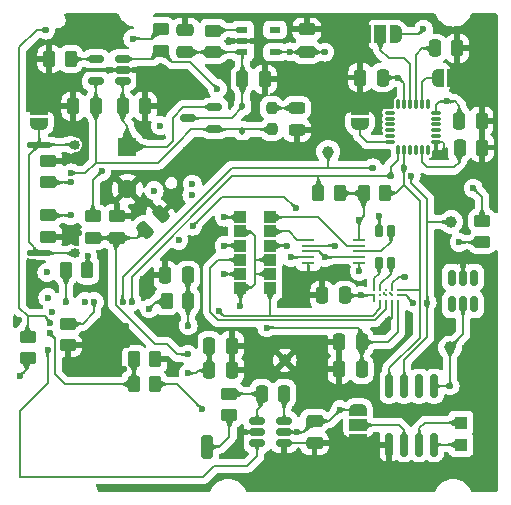
<source format=gbr>
%TF.GenerationSoftware,KiCad,Pcbnew,8.0.4*%
%TF.CreationDate,2024-09-26T12:10:35+10:00*%
%TF.ProjectId,OuchButtonV2,4f756368-4275-4747-946f-6e56322e6b69,rev?*%
%TF.SameCoordinates,Original*%
%TF.FileFunction,Copper,L4,Bot*%
%TF.FilePolarity,Positive*%
%FSLAX46Y46*%
G04 Gerber Fmt 4.6, Leading zero omitted, Abs format (unit mm)*
G04 Created by KiCad (PCBNEW 8.0.4) date 2024-09-26 12:10:35*
%MOMM*%
%LPD*%
G01*
G04 APERTURE LIST*
G04 Aperture macros list*
%AMRoundRect*
0 Rectangle with rounded corners*
0 $1 Rounding radius*
0 $2 $3 $4 $5 $6 $7 $8 $9 X,Y pos of 4 corners*
0 Add a 4 corners polygon primitive as box body*
4,1,4,$2,$3,$4,$5,$6,$7,$8,$9,$2,$3,0*
0 Add four circle primitives for the rounded corners*
1,1,$1+$1,$2,$3*
1,1,$1+$1,$4,$5*
1,1,$1+$1,$6,$7*
1,1,$1+$1,$8,$9*
0 Add four rect primitives between the rounded corners*
20,1,$1+$1,$2,$3,$4,$5,0*
20,1,$1+$1,$4,$5,$6,$7,0*
20,1,$1+$1,$6,$7,$8,$9,0*
20,1,$1+$1,$8,$9,$2,$3,0*%
%AMFreePoly0*
4,1,19,0.500000,-0.750000,0.000000,-0.750000,0.000000,-0.744911,-0.071157,-0.744911,-0.207708,-0.704816,-0.327430,-0.627875,-0.420627,-0.520320,-0.479746,-0.390866,-0.500000,-0.250000,-0.500000,0.250000,-0.479746,0.390866,-0.420627,0.520320,-0.327430,0.627875,-0.207708,0.704816,-0.071157,0.744911,0.000000,0.744911,0.000000,0.750000,0.500000,0.750000,0.500000,-0.750000,0.500000,-0.750000,
$1*%
%AMFreePoly1*
4,1,19,0.000000,0.744911,0.071157,0.744911,0.207708,0.704816,0.327430,0.627875,0.420627,0.520320,0.479746,0.390866,0.500000,0.250000,0.500000,-0.250000,0.479746,-0.390866,0.420627,-0.520320,0.327430,-0.627875,0.207708,-0.704816,0.071157,-0.744911,0.000000,-0.744911,0.000000,-0.750000,-0.500000,-0.750000,-0.500000,0.750000,0.000000,0.750000,0.000000,0.744911,0.000000,0.744911,
$1*%
%AMFreePoly2*
4,1,19,0.550000,-0.750000,0.000000,-0.750000,0.000000,-0.744911,-0.071157,-0.744911,-0.207708,-0.704816,-0.327430,-0.627875,-0.420627,-0.520320,-0.479746,-0.390866,-0.500000,-0.250000,-0.500000,0.250000,-0.479746,0.390866,-0.420627,0.520320,-0.327430,0.627875,-0.207708,0.704816,-0.071157,0.744911,0.000000,0.744911,0.000000,0.750000,0.550000,0.750000,0.550000,-0.750000,0.550000,-0.750000,
$1*%
%AMFreePoly3*
4,1,19,0.000000,0.744911,0.071157,0.744911,0.207708,0.704816,0.327430,0.627875,0.420627,0.520320,0.479746,0.390866,0.500000,0.250000,0.500000,-0.250000,0.479746,-0.390866,0.420627,-0.520320,0.327430,-0.627875,0.207708,-0.704816,0.071157,-0.744911,0.000000,-0.744911,0.000000,-0.750000,-0.550000,-0.750000,-0.550000,0.750000,0.000000,0.750000,0.000000,0.744911,0.000000,0.744911,
$1*%
G04 Aperture macros list end*
%TA.AperFunction,ComponentPad*%
%ADD10RoundRect,0.250000X-0.550000X0.550000X-0.550000X-0.550000X0.550000X-0.550000X0.550000X0.550000X0*%
%TD*%
%TA.AperFunction,ComponentPad*%
%ADD11C,1.600000*%
%TD*%
%TA.AperFunction,ComponentPad*%
%ADD12C,0.850000*%
%TD*%
%TA.AperFunction,ComponentPad*%
%ADD13O,2.050000X0.550000*%
%TD*%
%TA.AperFunction,SMDPad,CuDef*%
%ADD14RoundRect,0.250000X-0.250000X-0.475000X0.250000X-0.475000X0.250000X0.475000X-0.250000X0.475000X0*%
%TD*%
%TA.AperFunction,SMDPad,CuDef*%
%ADD15RoundRect,0.075000X-0.350000X-0.075000X0.350000X-0.075000X0.350000X0.075000X-0.350000X0.075000X0*%
%TD*%
%TA.AperFunction,SMDPad,CuDef*%
%ADD16RoundRect,0.075000X-0.075000X0.350000X-0.075000X-0.350000X0.075000X-0.350000X0.075000X0.350000X0*%
%TD*%
%TA.AperFunction,SMDPad,CuDef*%
%ADD17FreePoly0,270.000000*%
%TD*%
%TA.AperFunction,SMDPad,CuDef*%
%ADD18FreePoly1,270.000000*%
%TD*%
%TA.AperFunction,SMDPad,CuDef*%
%ADD19RoundRect,0.250000X0.250000X0.750000X-0.250000X0.750000X-0.250000X-0.750000X0.250000X-0.750000X0*%
%TD*%
%TA.AperFunction,SMDPad,CuDef*%
%ADD20RoundRect,0.112500X-0.112500X0.187500X-0.112500X-0.187500X0.112500X-0.187500X0.112500X0.187500X0*%
%TD*%
%TA.AperFunction,SMDPad,CuDef*%
%ADD21FreePoly0,180.000000*%
%TD*%
%TA.AperFunction,SMDPad,CuDef*%
%ADD22FreePoly1,180.000000*%
%TD*%
%TA.AperFunction,SMDPad,CuDef*%
%ADD23RoundRect,0.237500X0.237500X-0.250000X0.237500X0.250000X-0.237500X0.250000X-0.237500X-0.250000X0*%
%TD*%
%TA.AperFunction,SMDPad,CuDef*%
%ADD24RoundRect,0.250000X0.262500X0.450000X-0.262500X0.450000X-0.262500X-0.450000X0.262500X-0.450000X0*%
%TD*%
%TA.AperFunction,SMDPad,CuDef*%
%ADD25C,1.000000*%
%TD*%
%TA.AperFunction,SMDPad,CuDef*%
%ADD26RoundRect,0.250000X-0.450000X0.262500X-0.450000X-0.262500X0.450000X-0.262500X0.450000X0.262500X0*%
%TD*%
%TA.AperFunction,SMDPad,CuDef*%
%ADD27RoundRect,0.150000X-0.512500X-0.150000X0.512500X-0.150000X0.512500X0.150000X-0.512500X0.150000X0*%
%TD*%
%TA.AperFunction,SMDPad,CuDef*%
%ADD28RoundRect,0.250000X0.250000X0.475000X-0.250000X0.475000X-0.250000X-0.475000X0.250000X-0.475000X0*%
%TD*%
%TA.AperFunction,SMDPad,CuDef*%
%ADD29RoundRect,0.250000X0.450000X-0.262500X0.450000X0.262500X-0.450000X0.262500X-0.450000X-0.262500X0*%
%TD*%
%TA.AperFunction,SMDPad,CuDef*%
%ADD30RoundRect,0.150000X0.512500X0.150000X-0.512500X0.150000X-0.512500X-0.150000X0.512500X-0.150000X0*%
%TD*%
%TA.AperFunction,SMDPad,CuDef*%
%ADD31RoundRect,0.150000X0.150000X-0.825000X0.150000X0.825000X-0.150000X0.825000X-0.150000X-0.825000X0*%
%TD*%
%TA.AperFunction,SMDPad,CuDef*%
%ADD32C,0.250000*%
%TD*%
%TA.AperFunction,SMDPad,CuDef*%
%ADD33FreePoly2,90.000000*%
%TD*%
%TA.AperFunction,SMDPad,CuDef*%
%ADD34R,1.500000X1.000000*%
%TD*%
%TA.AperFunction,SMDPad,CuDef*%
%ADD35FreePoly3,90.000000*%
%TD*%
%TA.AperFunction,SMDPad,CuDef*%
%ADD36RoundRect,0.150000X-0.150000X0.512500X-0.150000X-0.512500X0.150000X-0.512500X0.150000X0.512500X0*%
%TD*%
%TA.AperFunction,SMDPad,CuDef*%
%ADD37RoundRect,0.250000X0.475000X-0.250000X0.475000X0.250000X-0.475000X0.250000X-0.475000X-0.250000X0*%
%TD*%
%TA.AperFunction,SMDPad,CuDef*%
%ADD38RoundRect,0.120000X-0.180000X0.430000X-0.180000X-0.430000X0.180000X-0.430000X0.180000X0.430000X0*%
%TD*%
%TA.AperFunction,SMDPad,CuDef*%
%ADD39RoundRect,0.250000X0.159099X-0.512652X0.512652X-0.159099X-0.159099X0.512652X-0.512652X0.159099X0*%
%TD*%
%TA.AperFunction,SMDPad,CuDef*%
%ADD40FreePoly2,0.000000*%
%TD*%
%TA.AperFunction,SMDPad,CuDef*%
%ADD41R,1.000000X1.500000*%
%TD*%
%TA.AperFunction,SMDPad,CuDef*%
%ADD42FreePoly3,0.000000*%
%TD*%
%TA.AperFunction,SMDPad,CuDef*%
%ADD43RoundRect,0.250000X-0.262500X-0.450000X0.262500X-0.450000X0.262500X0.450000X-0.262500X0.450000X0*%
%TD*%
%TA.AperFunction,SMDPad,CuDef*%
%ADD44R,0.952500X0.558800*%
%TD*%
%TA.AperFunction,SMDPad,CuDef*%
%ADD45R,1.100000X1.050000*%
%TD*%
%TA.AperFunction,SMDPad,CuDef*%
%ADD46RoundRect,0.250000X-0.475000X0.250000X-0.475000X-0.250000X0.475000X-0.250000X0.475000X0.250000X0*%
%TD*%
%TA.AperFunction,SMDPad,CuDef*%
%ADD47R,1.092200X0.990600*%
%TD*%
%TA.AperFunction,SMDPad,CuDef*%
%ADD48R,1.100000X0.250000*%
%TD*%
%TA.AperFunction,SMDPad,CuDef*%
%ADD49RoundRect,0.243750X0.456250X-0.243750X0.456250X0.243750X-0.456250X0.243750X-0.456250X-0.243750X0*%
%TD*%
%TA.AperFunction,ViaPad*%
%ADD50C,0.600000*%
%TD*%
%TA.AperFunction,ViaPad*%
%ADD51C,0.300000*%
%TD*%
%TA.AperFunction,Conductor*%
%ADD52C,0.200000*%
%TD*%
G04 APERTURE END LIST*
D10*
%TO.P,J_BATT1,1,Pin_1*%
%TO.N,VBATT*%
X83150000Y-82775000D03*
D11*
%TO.P,J_BATT1,2,Pin_2*%
%TO.N,GND*%
X83150000Y-86375000D03*
%TD*%
D12*
%TO.P,J1,S1,SHIELD*%
%TO.N,Net-(J1-SHIELD)*%
X78690000Y-82605000D03*
D13*
X75710000Y-82605000D03*
D12*
X78690000Y-91795000D03*
D13*
X75710000Y-91795000D03*
%TD*%
D14*
%TO.P,C8,1*%
%TO.N,+3V3*%
X111250000Y-80600000D03*
%TO.P,C8,2*%
%TO.N,GND*%
X113150000Y-80600000D03*
%TD*%
D15*
%TO.P,U4,1,CLKIN*%
%TO.N,Net-(JP4-B)*%
X105375000Y-82400000D03*
%TO.P,U4,2,NC*%
%TO.N,unconnected-(U4-NC-Pad2)*%
X105375000Y-81900000D03*
%TO.P,U4,3,NC*%
%TO.N,unconnected-(U4-NC-Pad3)*%
X105375000Y-81400000D03*
%TO.P,U4,4,NC*%
%TO.N,unconnected-(U4-NC-Pad4)*%
X105375000Y-80900000D03*
%TO.P,U4,5,NC*%
%TO.N,unconnected-(U4-NC-Pad5)*%
X105375000Y-80400000D03*
%TO.P,U4,6,AUX_DA*%
%TO.N,unconnected-(U4-AUX_DA-Pad6)*%
X105375000Y-79900000D03*
D16*
%TO.P,U4,7,AUX_CL*%
%TO.N,unconnected-(U4-AUX_CL-Pad7)*%
X106075000Y-79200000D03*
%TO.P,U4,8,VLOGIC*%
%TO.N,+3V3*%
X106575000Y-79200000D03*
%TO.P,U4,9,AD0*%
%TO.N,Net-(JP3-C)*%
X107075000Y-79200000D03*
%TO.P,U4,10,REGOUT*%
%TO.N,Net-(U4-REGOUT)*%
X107575000Y-79200000D03*
%TO.P,U4,11,FSYNC*%
%TO.N,Net-(JP5-B)*%
X108075000Y-79200000D03*
%TO.P,U4,12,INT*%
%TO.N,unconnected-(U4-INT-Pad12)*%
X108575000Y-79200000D03*
D15*
%TO.P,U4,13,VDD*%
%TO.N,+3V3*%
X109275000Y-79900000D03*
%TO.P,U4,14,NC*%
%TO.N,unconnected-(U4-NC-Pad14)*%
X109275000Y-80400000D03*
%TO.P,U4,15,NC*%
%TO.N,unconnected-(U4-NC-Pad15)*%
X109275000Y-80900000D03*
%TO.P,U4,16,NC*%
%TO.N,unconnected-(U4-NC-Pad16)*%
X109275000Y-81400000D03*
%TO.P,U4,17,NC*%
%TO.N,unconnected-(U4-NC-Pad17)*%
X109275000Y-81900000D03*
%TO.P,U4,18,GND*%
%TO.N,GND*%
X109275000Y-82400000D03*
D16*
%TO.P,U4,19,RESV*%
%TO.N,unconnected-(U4-RESV-Pad19)*%
X108575000Y-83100000D03*
%TO.P,U4,20,CPOUT*%
%TO.N,Net-(U4-CPOUT)*%
X108075000Y-83100000D03*
%TO.P,U4,21,RESV*%
%TO.N,unconnected-(U4-RESV-Pad21)*%
X107575000Y-83100000D03*
%TO.P,U4,22,RESV*%
%TO.N,unconnected-(U4-RESV-Pad22)*%
X107075000Y-83100000D03*
%TO.P,U4,23,SCL*%
%TO.N,IO7{slash}SCL*%
X106575000Y-83100000D03*
%TO.P,U4,24,SDA*%
%TO.N,IO6{slash}SDA*%
X106075000Y-83100000D03*
%TD*%
D17*
%TO.P,SHLD1,1,A*%
%TO.N,GND*%
X75700000Y-79550000D03*
D18*
%TO.P,SHLD1,2,B*%
%TO.N,Net-(J1-SHIELD)*%
X75700000Y-80850000D03*
%TD*%
D19*
%TO.P,J3,1,Pin_1*%
%TO.N,Net-(J3-Pin_1)*%
X89900000Y-108180000D03*
%TD*%
D20*
%TO.P,D1,1,K*%
%TO.N,Net-(D1-K)*%
X92900000Y-79337500D03*
%TO.P,D1,2,A*%
%TO.N,VUSB*%
X92900000Y-81437500D03*
%TD*%
D21*
%TO.P,JP5,1,A*%
%TO.N,GND*%
X110750000Y-76950000D03*
D22*
%TO.P,JP5,2,B*%
%TO.N,Net-(JP5-B)*%
X109450000Y-76950000D03*
%TD*%
D23*
%TO.P,R21,1*%
%TO.N,VUSB*%
X95375000Y-81325000D03*
%TO.P,R21,2*%
%TO.N,Net-(D2-A)*%
X95375000Y-79500000D03*
%TD*%
D24*
%TO.P,R13,1*%
%TO.N,+3V3*%
X79775000Y-93250000D03*
%TO.P,R13,2*%
%TO.N,Net-(U1-GPIO8)*%
X77950000Y-93250000D03*
%TD*%
D25*
%TO.P,TP4,1,1*%
%TO.N,GND*%
X96475000Y-100875000D03*
%TD*%
D26*
%TO.P,R1,1*%
%TO.N,Net-(J1-CC2)*%
X76450000Y-88600000D03*
%TO.P,R1,2*%
%TO.N,GND*%
X76450000Y-90425000D03*
%TD*%
D27*
%TO.P,U6,1,OUT*%
%TO.N,IO23{slash}TOUCH*%
X94150000Y-107900000D03*
%TO.P,U6,2,VSS*%
%TO.N,GND*%
X94150000Y-106950000D03*
%TO.P,U6,3,SNSK*%
%TO.N,Net-(U6-SNSK)*%
X94150000Y-106000000D03*
%TO.P,U6,4,SNS*%
%TO.N,Net-(U6-SNS)*%
X96425000Y-106000000D03*
%TO.P,U6,5,VDD*%
%TO.N,+3V3*%
X96425000Y-106950000D03*
%TO.P,U6,6,SYNC*%
%TO.N,GND*%
X96425000Y-107900000D03*
%TD*%
D28*
%TO.P,C15,1*%
%TO.N,+3V3*%
X101550000Y-95375000D03*
%TO.P,C15,2*%
%TO.N,GND*%
X99650000Y-95375000D03*
%TD*%
D29*
%TO.P,R6,1*%
%TO.N,IO2{slash}BATT*%
X82275000Y-90500000D03*
%TO.P,R6,2*%
%TO.N,GND*%
X82275000Y-88675000D03*
%TD*%
D25*
%TO.P,TP2,1,1*%
%TO.N,IO6{slash}SDA*%
X110570000Y-89150000D03*
%TD*%
D26*
%TO.P,R3,1*%
%TO.N,Net-(U2-EN)*%
X90425000Y-72950000D03*
%TO.P,R3,2*%
%TO.N,Net-(D1-K)*%
X90425000Y-74775000D03*
%TD*%
D30*
%TO.P,U3,1,STAT*%
%TO.N,IO3{slash}CHG*%
X82750000Y-75350000D03*
%TO.P,U3,2,V_{SS}*%
%TO.N,GND*%
X82750000Y-76300000D03*
%TO.P,U3,3,V_{BAT}*%
%TO.N,VBATT*%
X82750000Y-77250000D03*
%TO.P,U3,4,V_{DD}*%
%TO.N,VUSB*%
X80475000Y-77250000D03*
%TO.P,U3,5,PROG*%
%TO.N,Net-(U3-PROG)*%
X80475000Y-75350000D03*
%TD*%
D17*
%TO.P,JP4,1,A*%
%TO.N,GND*%
X102850000Y-79550000D03*
D18*
%TO.P,JP4,2,B*%
%TO.N,Net-(JP4-B)*%
X102850000Y-80850000D03*
%TD*%
D28*
%TO.P,C9,1*%
%TO.N,+3V3*%
X104775000Y-76925000D03*
%TO.P,C9,2*%
%TO.N,GND*%
X102875000Y-76925000D03*
%TD*%
D31*
%TO.P,U5,1,X1*%
%TO.N,Net-(U5-X1)*%
X109140000Y-108000000D03*
%TO.P,U5,2,X2*%
%TO.N,Net-(U5-X2)*%
X107870000Y-108000000D03*
%TO.P,U5,3,VBAT*%
%TO.N,Net-(JP8-C)*%
X106600000Y-108000000D03*
%TO.P,U5,4,GND*%
%TO.N,GND*%
X105330000Y-108000000D03*
%TO.P,U5,5,SDA*%
%TO.N,IO7{slash}SCL*%
X105330000Y-103050000D03*
%TO.P,U5,6,SCL*%
%TO.N,IO6{slash}SDA*%
X106600000Y-103050000D03*
%TO.P,U5,7,SQW/OUT*%
%TO.N,unconnected-(U5-SQW{slash}OUT-Pad7)*%
X107870000Y-103050000D03*
%TO.P,U5,8,VCC*%
%TO.N,+3V3*%
X109140000Y-103050000D03*
%TD*%
D32*
%TO.P,U8,A1,INM*%
%TO.N,Net-(U8-INM)*%
X104075000Y-94875000D03*
%TO.P,U8,A2,RX_SUP*%
%TO.N,+3V3*%
X104075000Y-95375000D03*
%TO.P,U8,A3,IO_SUP*%
X104075000Y-95875000D03*
%TO.P,U8,B1,INP*%
%TO.N,Net-(U8-INP)*%
X104575000Y-94875000D03*
%TO.P,U8,B2,ADC_RDY*%
%TO.N,unconnected-(U8-ADC_RDY-PadB2)*%
X104575000Y-95375000D03*
%TO.P,U8,B3,TX1*%
%TO.N,TX1*%
X104575000Y-95875000D03*
%TO.P,U8,C1,DNC*%
%TO.N,unconnected-(U8-DNC-PadC1)*%
X105075000Y-94875000D03*
%TO.P,U8,C2,CLK*%
%TO.N,Net-(U8-CLK)*%
X105075000Y-95375000D03*
%TO.P,U8,C3,TX3*%
%TO.N,TX3*%
X105075000Y-95875000D03*
%TO.P,U8,D1,RESETZ*%
%TO.N,IO15{slash}AFE_RST*%
X105575000Y-94875000D03*
%TO.P,U8,D2,TX2*%
%TO.N,TX2*%
X105575000Y-95375000D03*
%TO.P,U8,D3,GND*%
%TO.N,GND*%
X105575000Y-95875000D03*
%TO.P,U8,E1,I2C_DAT*%
%TO.N,IO7{slash}SCL*%
X106075000Y-94875000D03*
%TO.P,U8,E2,I2C_CLK*%
%TO.N,IO6{slash}SDA*%
X106075000Y-95375000D03*
%TO.P,U8,E3,TX_SUP*%
%TO.N,VCC_TX*%
X106075000Y-95875000D03*
%TD*%
D33*
%TO.P,JP8,1,A*%
%TO.N,GND*%
X102700000Y-107650000D03*
D34*
%TO.P,JP8,2,C*%
%TO.N,Net-(JP8-C)*%
X102700000Y-106350000D03*
D35*
%TO.P,JP8,3,B*%
%TO.N,+3V3*%
X102700000Y-105050000D03*
%TD*%
D36*
%TO.P,U9,1*%
%TO.N,unconnected-(U9-Pad1)*%
X110620000Y-93860000D03*
%TO.P,U9,2*%
%TO.N,GND*%
X111570000Y-93860000D03*
%TO.P,U9,3*%
%TO.N,unconnected-(U9-Pad3)*%
X112520000Y-93860000D03*
%TO.P,U9,4*%
%TO.N,unconnected-(U9-Pad4)*%
X112520000Y-96135000D03*
%TO.P,U9,5*%
%TO.N,+3V3*%
X111570000Y-96135000D03*
%TO.P,U9,6*%
%TO.N,unconnected-(U9-Pad6)*%
X110620000Y-96135000D03*
%TD*%
D37*
%TO.P,C1,1*%
%TO.N,+3V3*%
X98350000Y-74754600D03*
%TO.P,C1,2*%
%TO.N,GND*%
X98350000Y-72854600D03*
%TD*%
D38*
%TO.P,FL1,1,1*%
%TO.N,Net-(FL1-Pad1)*%
X104475000Y-89950000D03*
%TO.P,FL1,2,2*%
%TO.N,Net-(U8-INM)*%
X104475000Y-92650000D03*
%TO.P,FL1,3,3*%
%TO.N,Net-(U8-INP)*%
X105475000Y-92650000D03*
%TO.P,FL1,4,4*%
%TO.N,Net-(FL1-Pad4)*%
X105475000Y-89950000D03*
%TD*%
D28*
%TO.P,C10,1*%
%TO.N,EN*%
X88275000Y-93675000D03*
%TO.P,C10,2*%
%TO.N,GND*%
X86375000Y-93675000D03*
%TD*%
D24*
%TO.P,R10,1*%
%TO.N,+3V3*%
X101150000Y-86725000D03*
%TO.P,R10,2*%
%TO.N,IO6{slash}SDA*%
X99325000Y-86725000D03*
%TD*%
D39*
%TO.P,C4,1*%
%TO.N,IO2{slash}BATT*%
X84656498Y-89843502D03*
%TO.P,C4,2*%
%TO.N,GND*%
X86000000Y-88500000D03*
%TD*%
D29*
%TO.P,R12,1*%
%TO.N,+3V3*%
X74700000Y-100712500D03*
%TO.P,R12,2*%
%TO.N,IO21{slash}S1*%
X74700000Y-98887500D03*
%TD*%
D26*
%TO.P,R18,1*%
%TO.N,IO14{slash}SD*%
X78100000Y-97767500D03*
%TO.P,R18,2*%
%TO.N,GND*%
X78100000Y-99592500D03*
%TD*%
D40*
%TO.P,JP3,1,A*%
%TO.N,GND*%
X103275000Y-73275000D03*
D41*
%TO.P,JP3,2,C*%
%TO.N,Net-(JP3-C)*%
X104575000Y-73275000D03*
D42*
%TO.P,JP3,3,B*%
%TO.N,+3V3*%
X105875000Y-73275000D03*
%TD*%
D28*
%TO.P,C2,1*%
%TO.N,VUSB*%
X80475000Y-79350000D03*
%TO.P,C2,2*%
%TO.N,GND*%
X78575000Y-79350000D03*
%TD*%
D26*
%TO.P,R4,1*%
%TO.N,+3V3*%
X86010000Y-72835000D03*
%TO.P,R4,2*%
%TO.N,IO3{slash}CHG*%
X86010000Y-74660000D03*
%TD*%
D14*
%TO.P,C18,1*%
%TO.N,+3V3*%
X90100000Y-101675000D03*
%TO.P,C18,2*%
%TO.N,GND*%
X92000000Y-101675000D03*
%TD*%
D43*
%TO.P,R11,1*%
%TO.N,+3V3*%
X86475000Y-95870000D03*
%TO.P,R11,2*%
%TO.N,EN*%
X88300000Y-95870000D03*
%TD*%
D25*
%TO.P,TP1,1,1*%
%TO.N,+3V3*%
X110475000Y-99775000D03*
%TD*%
D29*
%TO.P,R2,1*%
%TO.N,Net-(J1-CC1)*%
X76450000Y-85800000D03*
%TO.P,R2,2*%
%TO.N,GND*%
X76450000Y-83975000D03*
%TD*%
D24*
%TO.P,R15,1*%
%TO.N,Net-(U8-CLK)*%
X85500000Y-102880000D03*
%TO.P,R15,2*%
%TO.N,IO22{slash}AFE_CLK*%
X83675000Y-102880000D03*
%TD*%
D44*
%TO.P,U2,1,VIN*%
%TO.N,Net-(D1-K)*%
X92900000Y-74775000D03*
%TO.P,U2,2,GND*%
%TO.N,GND*%
X92900000Y-73835200D03*
%TO.P,U2,3,EN*%
%TO.N,Net-(U2-EN)*%
X92900000Y-72895400D03*
%TO.P,U2,4,NC*%
%TO.N,unconnected-(U2-NC-Pad4)*%
X95655900Y-72895400D03*
%TO.P,U2,5,VOUT*%
%TO.N,+3V3*%
X95655900Y-74775000D03*
%TD*%
D26*
%TO.P,R17,1*%
%TO.N,+3V3*%
X113190000Y-89050000D03*
%TO.P,R17,2*%
%TO.N,IO15{slash}AFE_RST*%
X113190000Y-90875000D03*
%TD*%
D45*
%TO.P,Y1,1,1*%
%TO.N,Net-(U5-X1)*%
X111400000Y-108000000D03*
%TO.P,Y1,2,2*%
%TO.N,Net-(U5-X2)*%
X111400000Y-106150000D03*
%TD*%
D14*
%TO.P,C7,1*%
%TO.N,Net-(U4-CPOUT)*%
X111275000Y-82850000D03*
%TO.P,C7,2*%
%TO.N,GND*%
X113175000Y-82850000D03*
%TD*%
%TO.P,C6,1*%
%TO.N,Net-(U4-REGOUT)*%
X109175000Y-74450000D03*
%TO.P,C6,2*%
%TO.N,GND*%
X111075000Y-74450000D03*
%TD*%
D37*
%TO.P,R8,1*%
%TO.N,Net-(D1-K)*%
X88050000Y-74775000D03*
%TO.P,R8,2*%
%TO.N,GND*%
X88050000Y-72875000D03*
%TD*%
D14*
%TO.P,C17,1*%
%TO.N,+3V3*%
X90100000Y-99625000D03*
%TO.P,C17,2*%
%TO.N,GND*%
X92000000Y-99625000D03*
%TD*%
D46*
%TO.P,C12,1*%
%TO.N,+3V3*%
X99000000Y-106000000D03*
%TO.P,C12,2*%
%TO.N,GND*%
X99000000Y-107900000D03*
%TD*%
D14*
%TO.P,C11,1*%
%TO.N,Net-(U6-SNSK)*%
X94525000Y-103700000D03*
%TO.P,C11,2*%
%TO.N,Net-(U6-SNS)*%
X96425000Y-103700000D03*
%TD*%
%TO.P,C5,1*%
%TO.N,Net-(D1-K)*%
X92900000Y-77075000D03*
%TO.P,C5,2*%
%TO.N,GND*%
X94800000Y-77075000D03*
%TD*%
D47*
%TO.P,LED1,1,BPC*%
%TO.N,INP2*%
X95232300Y-88750001D03*
%TO.P,LED1,2,BPA*%
%TO.N,INM2*%
X95232300Y-89950001D03*
%TO.P,LED1,3,IPC*%
%TO.N,INP1*%
X95232300Y-91150001D03*
%TO.P,LED1,4,IA*%
%TO.N,VCC_TX*%
X95232300Y-92350001D03*
%TO.P,LED1,5,G1A*%
X95232300Y-93550001D03*
%TO.P,LED1,6,G1C*%
%TO.N,TX1*%
X95232300Y-94750002D03*
%TO.P,LED1,7,RA*%
%TO.N,VCC_TX*%
X92717700Y-94749999D03*
%TO.P,LED1,8,RC*%
%TO.N,TX2*%
X92717700Y-93549999D03*
%TO.P,LED1,9,IC*%
%TO.N,TX3*%
X92717700Y-92349999D03*
%TO.P,LED1,10,IPA*%
%TO.N,INM1*%
X92717700Y-91149999D03*
%TO.P,LED1,11,G2A*%
%TO.N,VCC_TX*%
X92717700Y-89949999D03*
%TO.P,LED1,12,G2C*%
%TO.N,TX1*%
X92717700Y-88749998D03*
%TD*%
D14*
%TO.P,C3,1*%
%TO.N,VBATT*%
X82750000Y-79350000D03*
%TO.P,C3,2*%
%TO.N,GND*%
X84650000Y-79350000D03*
%TD*%
D48*
%TO.P,U7,1,VCC*%
%TO.N,+3V3*%
X102775000Y-90650000D03*
%TO.P,U7,2*%
%TO.N,INP2*%
X102775000Y-91150000D03*
%TO.P,U7,3*%
%TO.N,Net-(FL1-Pad4)*%
X102775000Y-91650000D03*
%TO.P,U7,4*%
%TO.N,IO5{slash}SELECT*%
X102775000Y-92150000D03*
%TO.P,U7,5*%
%TO.N,INP1*%
X102775000Y-92650000D03*
%TO.P,U7,6,GND*%
%TO.N,GND*%
X98475000Y-92650000D03*
%TO.P,U7,7*%
%TO.N,INM1*%
X98475000Y-92150000D03*
%TO.P,U7,8*%
%TO.N,IO5{slash}SELECT*%
X98475000Y-91650000D03*
%TO.P,U7,9*%
%TO.N,Net-(FL1-Pad1)*%
X98475000Y-91150000D03*
%TO.P,U7,10*%
%TO.N,INM2*%
X98475000Y-90650000D03*
%TD*%
D24*
%TO.P,R5,1*%
%TO.N,Net-(U3-PROG)*%
X78375000Y-75350000D03*
%TO.P,R5,2*%
%TO.N,GND*%
X76550000Y-75350000D03*
%TD*%
D49*
%TO.P,D2,1,K*%
%TO.N,GND*%
X97500000Y-81375000D03*
%TO.P,D2,2,A*%
%TO.N,Net-(D2-A)*%
X97500000Y-79500000D03*
%TD*%
D29*
%TO.P,R14,1*%
%TO.N,Net-(J3-Pin_1)*%
X91800000Y-105525000D03*
%TO.P,R14,2*%
%TO.N,Net-(U6-SNSK)*%
X91800000Y-103700000D03*
%TD*%
D25*
%TO.P,TP3,1,1*%
%TO.N,IO7{slash}SCL*%
X100150000Y-83200000D03*
%TD*%
D43*
%TO.P,R16,1*%
%TO.N,IO22{slash}AFE_CLK*%
X83705000Y-100740000D03*
%TO.P,R16,2*%
%TO.N,GND*%
X85530000Y-100740000D03*
%TD*%
D26*
%TO.P,R7,1*%
%TO.N,VBATT*%
X80225000Y-88675000D03*
%TO.P,R7,2*%
%TO.N,IO2{slash}BATT*%
X80225000Y-90500000D03*
%TD*%
D30*
%TO.P,Q1,1,D*%
%TO.N,VBATT*%
X90525000Y-79425000D03*
%TO.P,Q1,2,G*%
%TO.N,VUSB*%
X90525000Y-81325000D03*
%TO.P,Q1,3,S*%
%TO.N,Net-(D1-K)*%
X88250000Y-80375000D03*
%TD*%
D28*
%TO.P,C14,1*%
%TO.N,VCC_TX*%
X103000000Y-101625000D03*
%TO.P,C14,2*%
%TO.N,GND*%
X101100000Y-101625000D03*
%TD*%
D43*
%TO.P,R9,1*%
%TO.N,+3V3*%
X103150000Y-86725000D03*
%TO.P,R9,2*%
%TO.N,IO7{slash}SCL*%
X104975000Y-86725000D03*
%TD*%
D28*
%TO.P,C13,1*%
%TO.N,VCC_TX*%
X103000000Y-99340000D03*
%TO.P,C13,2*%
%TO.N,GND*%
X101100000Y-99340000D03*
%TD*%
D50*
%TO.N,GND*%
X92760000Y-106950000D03*
X85500000Y-100500000D03*
X112580000Y-78280000D03*
X75750000Y-77120000D03*
X88366626Y-84128096D03*
X78050000Y-83800000D03*
X109430000Y-92950000D03*
X113275000Y-104650000D03*
X97150000Y-110775000D03*
X93950000Y-83650000D03*
X98870000Y-77130000D03*
X83125000Y-99540000D03*
X73975000Y-97425000D03*
X85475000Y-111700000D03*
X112720000Y-98050000D03*
X78100000Y-77100000D03*
X81150000Y-99550000D03*
X83000000Y-98000000D03*
X79028053Y-90103718D03*
X109920000Y-83530000D03*
X78500000Y-73500000D03*
X113225000Y-110050000D03*
X94300000Y-73850000D03*
X100600000Y-94075000D03*
X111560000Y-92600000D03*
X85075000Y-77150000D03*
X105200000Y-97575000D03*
X107325000Y-105225000D03*
X110650000Y-86350000D03*
X79175000Y-101525000D03*
X84500000Y-94000000D03*
X81150000Y-97575000D03*
X112570000Y-75980000D03*
X81150000Y-101525000D03*
X105500000Y-110950000D03*
X79175000Y-99550000D03*
X100030000Y-80120000D03*
X82833521Y-101628565D03*
X98630000Y-100460000D03*
X101350000Y-73275000D03*
X75225000Y-93025000D03*
X91450000Y-76300000D03*
X88050000Y-72875000D03*
X97450000Y-94000000D03*
X81025000Y-72000000D03*
%TO.N,VBATT*%
X80975000Y-84875000D03*
%TO.N,IO2{slash}BATT*%
X88275000Y-100375000D03*
%TO.N,+3V3*%
X112430000Y-86290000D03*
X101175000Y-105050000D03*
X102925000Y-95375000D03*
X108225000Y-72850000D03*
X110250000Y-78950000D03*
X102775000Y-89025000D03*
X110475000Y-103025000D03*
X85950000Y-81000000D03*
X97550000Y-106950000D03*
X88300000Y-101950000D03*
X79800000Y-92050000D03*
X85000000Y-96500000D03*
X96925000Y-74750000D03*
X74025000Y-102200000D03*
X99875000Y-74775000D03*
X83625000Y-73625000D03*
X106075000Y-76925000D03*
%TO.N,EN*%
X88300000Y-97925000D03*
%TO.N,VCC_TX*%
X92725000Y-96300000D03*
X94975000Y-98100000D03*
%TO.N,VUSB*%
X78350000Y-85000000D03*
%TO.N,Net-(FL1-Pad1)*%
X104475000Y-88650000D03*
X100725000Y-91150000D03*
%TO.N,INP1*%
X96700000Y-91150001D03*
X102775000Y-93325000D03*
%TO.N,TX1*%
X91375000Y-88750000D03*
X90911765Y-96688235D03*
%TO.N,INM1*%
X91350000Y-91149999D03*
X97000000Y-92150000D03*
D51*
%TO.N,TX2*%
X105390000Y-95190000D03*
D50*
X91350000Y-93549999D03*
%TO.N,IO18{slash}LR*%
X76350000Y-93425000D03*
X88650000Y-85950000D03*
%TO.N,IO19{slash}WS*%
X76425000Y-95550752D03*
X88625000Y-86900000D03*
%TO.N,IO20{slash}SCK*%
X76745000Y-96745000D03*
X85425000Y-86500000D03*
%TO.N,IO14{slash}SD*%
X87500000Y-90700000D03*
X80350000Y-95900000D03*
%TO.N,Net-(J1-CC2)*%
X78350000Y-88600000D03*
%TO.N,Net-(J1-CC1)*%
X78350000Y-85800000D03*
%TO.N,IO7{slash}SCL*%
X106550000Y-84575000D03*
X103925000Y-84575000D03*
X82750000Y-95900000D03*
%TO.N,IO6{slash}SDA*%
X107325000Y-95975000D03*
X83550003Y-95900000D03*
X105475000Y-85225000D03*
X107175000Y-85225000D03*
X108525000Y-96000000D03*
%TO.N,IO21{slash}S1*%
X76610000Y-97720000D03*
X76250000Y-72900000D03*
%TO.N,Net-(U1-GPIO8)*%
X77950000Y-95900000D03*
%TO.N,IO22{slash}AFE_CLK*%
X76587500Y-98562500D03*
D51*
%TO.N,Net-(U8-CLK)*%
X104890000Y-95190000D03*
D50*
X89500000Y-105000000D03*
%TO.N,IO15{slash}AFE_RST*%
X106650000Y-93800000D03*
X79550000Y-95900000D03*
X111240000Y-90880000D03*
%TO.N,IO23{slash}TOUCH*%
X76400000Y-100000000D03*
%TO.N,IO3{slash}CHG*%
X90775000Y-77875000D03*
%TO.N,IO5{slash}SELECT*%
X97400000Y-87950000D03*
X99901471Y-92150000D03*
X88675000Y-89500000D03*
%TD*%
D52*
%TO.N,GND*%
X105575000Y-97200000D02*
X105200000Y-97575000D01*
X109930000Y-83520000D02*
X109920000Y-83530000D01*
X109820000Y-82400000D02*
X109930000Y-82510000D01*
X98475000Y-93565000D02*
X98040000Y-94000000D01*
X105575000Y-97000000D02*
X105575000Y-97200000D01*
X109275000Y-82400000D02*
X109820000Y-82400000D01*
X98040000Y-94000000D02*
X97450000Y-94000000D01*
X98475000Y-92650000D02*
X98475000Y-93565000D01*
X99000000Y-107900000D02*
X96425000Y-107900000D01*
X109930000Y-82510000D02*
X109930000Y-83520000D01*
X105575000Y-95875000D02*
X105575000Y-97000000D01*
%TO.N,VBATT*%
X82750000Y-77250000D02*
X82750000Y-79200000D01*
X80975000Y-84875000D02*
X80225000Y-85625000D01*
X80225000Y-85625000D02*
X80225000Y-88675000D01*
X87000000Y-80321948D02*
X87896948Y-79425000D01*
X87896948Y-79425000D02*
X90525000Y-79425000D01*
X82750000Y-79200000D02*
X82750000Y-80600000D01*
X87000000Y-82325000D02*
X87000000Y-80321948D01*
X82750000Y-80600000D02*
X83150000Y-81000000D01*
X83150000Y-81000000D02*
X83150000Y-82700000D01*
X83150000Y-82775000D02*
X86550000Y-82775000D01*
X86550000Y-82775000D02*
X87000000Y-82325000D01*
%TO.N,IO2{slash}BATT*%
X84656498Y-89843502D02*
X84000000Y-90500000D01*
X80225000Y-90500000D02*
X82275000Y-90500000D01*
X86500000Y-99500000D02*
X85501471Y-99500000D01*
X88275000Y-100375000D02*
X87375000Y-100375000D01*
X87375000Y-100375000D02*
X86500000Y-99500000D01*
X82150000Y-90625000D02*
X82275000Y-90500000D01*
X84000000Y-90500000D02*
X82275000Y-90500000D01*
X82150000Y-96148529D02*
X82150000Y-90625000D01*
X85501471Y-99500000D02*
X82150000Y-96148529D01*
%TO.N,Net-(U4-REGOUT)*%
X108125000Y-74450000D02*
X107575000Y-75000000D01*
X109175000Y-74450000D02*
X108125000Y-74450000D01*
X107575000Y-75000000D02*
X107575000Y-79200000D01*
%TO.N,Net-(U4-CPOUT)*%
X108075000Y-84065000D02*
X108075000Y-83100000D01*
X111275000Y-82850000D02*
X111275000Y-84045000D01*
X111275000Y-84045000D02*
X110780000Y-84540000D01*
X108550000Y-84540000D02*
X108075000Y-84065000D01*
X110780000Y-84540000D02*
X108550000Y-84540000D01*
%TO.N,+3V3*%
X107800000Y-73275000D02*
X108225000Y-72850000D01*
X105875000Y-73275000D02*
X107800000Y-73275000D01*
X79800000Y-92050000D02*
X79775000Y-92075000D01*
X85220000Y-73625000D02*
X86010000Y-72835000D01*
X98050000Y-106950000D02*
X99000000Y-106000000D01*
X111250000Y-79300000D02*
X111250000Y-80600000D01*
X106075000Y-76925000D02*
X106575000Y-77425000D01*
X98055900Y-74754600D02*
X99854600Y-74754600D01*
X88975000Y-101950000D02*
X89250000Y-101675000D01*
X103150000Y-86725000D02*
X103150000Y-88650000D01*
X98055900Y-74754600D02*
X95705900Y-74754600D01*
X110900000Y-78950000D02*
X111250000Y-79300000D01*
X111570000Y-96135000D02*
X111570000Y-98680000D01*
X103150000Y-88650000D02*
X102775000Y-89025000D01*
X110475000Y-99775000D02*
X110475000Y-103025000D01*
X109275000Y-79275000D02*
X109275000Y-79900000D01*
X97550000Y-106950000D02*
X98050000Y-106950000D01*
X74700000Y-101525000D02*
X74700000Y-100712500D01*
X109140000Y-103050000D02*
X110450000Y-103050000D01*
X85630000Y-95870000D02*
X86475000Y-95870000D01*
X101175000Y-105050000D02*
X100225000Y-106000000D01*
X90100000Y-99625000D02*
X90100000Y-101675000D01*
X110450000Y-103050000D02*
X110475000Y-103025000D01*
X101150000Y-86725000D02*
X103150000Y-86725000D01*
X109600000Y-78950000D02*
X109275000Y-79275000D01*
X106575000Y-77425000D02*
X106575000Y-79200000D01*
X83625000Y-73625000D02*
X85220000Y-73625000D01*
X88300000Y-101950000D02*
X88975000Y-101950000D01*
X96425000Y-106950000D02*
X97550000Y-106950000D01*
X104075000Y-95875000D02*
X104075000Y-95375000D01*
X100225000Y-106000000D02*
X99000000Y-106000000D01*
X110250000Y-78950000D02*
X110900000Y-78950000D01*
X79775000Y-92075000D02*
X79775000Y-93250000D01*
X85000000Y-96500000D02*
X85630000Y-95870000D01*
X111570000Y-98680000D02*
X110475000Y-99775000D01*
X110250000Y-78950000D02*
X109600000Y-78950000D01*
X74025000Y-102200000D02*
X74700000Y-101525000D01*
X113190000Y-87050000D02*
X112430000Y-86290000D01*
X113190000Y-89050000D02*
X113190000Y-87050000D01*
X99854600Y-74754600D02*
X99875000Y-74775000D01*
X88300000Y-101950000D02*
X88287500Y-101962500D01*
X89250000Y-101675000D02*
X90100000Y-101675000D01*
X104075000Y-95375000D02*
X102925000Y-95375000D01*
X101175000Y-105050000D02*
X102700000Y-105050000D01*
X101975000Y-95375000D02*
X101950000Y-95400000D01*
X102925000Y-95375000D02*
X101975000Y-95375000D01*
X102775000Y-90650000D02*
X102775000Y-89025000D01*
X106075000Y-76925000D02*
X104775000Y-76925000D01*
%TO.N,EN*%
X88275000Y-95845000D02*
X88300000Y-95870000D01*
X88300000Y-97925000D02*
X88300000Y-95895000D01*
X88275000Y-93675000D02*
X88275000Y-95845000D01*
X88300000Y-95895000D02*
X88275000Y-95870000D01*
%TO.N,Net-(U6-SNSK)*%
X94525000Y-104675000D02*
X94150000Y-105050000D01*
X94150000Y-105050000D02*
X94150000Y-106000000D01*
X94525000Y-103700000D02*
X91800000Y-103700000D01*
X94525000Y-103700000D02*
X94525000Y-104675000D01*
%TO.N,Net-(U6-SNS)*%
X96425000Y-103962500D02*
X96162500Y-103700000D01*
X96425000Y-106000000D02*
X96425000Y-103962500D01*
%TO.N,VCC_TX*%
X105190000Y-99340000D02*
X103000000Y-99340000D01*
X106075000Y-98475000D02*
X105200000Y-99350000D01*
X95232300Y-92350001D02*
X93975001Y-92350001D01*
X93975000Y-90375000D02*
X93549999Y-89949999D01*
X105200000Y-99350000D02*
X105190000Y-99340000D01*
X103000000Y-99340000D02*
X103000000Y-101625000D01*
X93975001Y-92350001D02*
X93975000Y-92350000D01*
X94975000Y-98100000D02*
X102675000Y-98100000D01*
X93975000Y-94375000D02*
X93975000Y-93525000D01*
X93549999Y-89949999D02*
X92717700Y-89949999D01*
X106075000Y-95875000D02*
X106075000Y-98475000D01*
X92717700Y-94749999D02*
X93600001Y-94749999D01*
X102675000Y-98100000D02*
X103000000Y-98425000D01*
X94000001Y-93550001D02*
X93975000Y-93525000D01*
X92725000Y-96300000D02*
X92725000Y-94757299D01*
X92725000Y-94757299D02*
X92717700Y-94749999D01*
X95232300Y-93550001D02*
X94000001Y-93550001D01*
X93975000Y-92350000D02*
X93975000Y-90375000D01*
X93600001Y-94749999D02*
X93975000Y-94375000D01*
X93975000Y-93525000D02*
X93975000Y-92350000D01*
X103000000Y-98425000D02*
X103000000Y-99340000D01*
%TO.N,VUSB*%
X90525000Y-81325000D02*
X88550000Y-81325000D01*
X79600000Y-85000000D02*
X78350000Y-85000000D01*
X80475000Y-77250000D02*
X80475000Y-79350000D01*
X85765686Y-84125000D02*
X80475000Y-84125000D01*
X88550000Y-81325000D02*
X87400000Y-82475000D01*
X92900000Y-81325000D02*
X95375000Y-81325000D01*
X87400000Y-82475000D02*
X87400000Y-82490686D01*
X80475000Y-84125000D02*
X79600000Y-85000000D01*
X80475000Y-79350000D02*
X80475000Y-84125000D01*
X92900000Y-81325000D02*
X90525000Y-81325000D01*
X87400000Y-82490686D02*
X85765686Y-84125000D01*
%TO.N,Net-(D1-K)*%
X88250000Y-80375000D02*
X91975000Y-80375000D01*
X92900000Y-77075000D02*
X92900000Y-79450000D01*
X92900000Y-74775000D02*
X92900000Y-77075000D01*
X92900000Y-74775000D02*
X90425000Y-74775000D01*
X92950000Y-77069100D02*
X92955900Y-77075000D01*
X91975000Y-80375000D02*
X92900000Y-79450000D01*
X88050000Y-74775000D02*
X90425000Y-74775000D01*
%TO.N,Net-(D2-A)*%
X95375000Y-79500000D02*
X97500000Y-79500000D01*
%TO.N,Net-(FL1-Pad4)*%
X105475000Y-89950000D02*
X105475000Y-90825000D01*
X105475000Y-90825000D02*
X104650000Y-91650000D01*
X104650000Y-91650000D02*
X102775000Y-91650000D01*
%TO.N,Net-(FL1-Pad1)*%
X98475000Y-91150000D02*
X100725000Y-91150000D01*
X104475000Y-88650000D02*
X104475000Y-89950000D01*
%TO.N,Net-(U8-INP)*%
X104575000Y-94425000D02*
X105475000Y-93525000D01*
X105475000Y-93525000D02*
X105475000Y-92650000D01*
X104575000Y-94875000D02*
X104575000Y-94425000D01*
%TO.N,Net-(U8-INM)*%
X104475000Y-92650000D02*
X104475000Y-93525000D01*
X104075000Y-93925000D02*
X104075000Y-94875000D01*
X104475000Y-93525000D02*
X104075000Y-93925000D01*
%TO.N,Net-(J3-Pin_1)*%
X91800000Y-107330000D02*
X91800000Y-105525000D01*
X90950000Y-108180000D02*
X91800000Y-107330000D01*
X89900000Y-108180000D02*
X90950000Y-108180000D01*
%TO.N,INP1*%
X102775000Y-93325000D02*
X102775000Y-92650000D01*
X96700000Y-91150001D02*
X95232300Y-91150001D01*
%TO.N,TX1*%
X103925000Y-97075000D02*
X104575000Y-96425000D01*
X91298530Y-97075000D02*
X95225000Y-97075000D01*
X92717698Y-88750000D02*
X92717700Y-88749998D01*
X95225000Y-97075000D02*
X103925000Y-97075000D01*
X95232300Y-97067700D02*
X95225000Y-97075000D01*
X90911765Y-96688235D02*
X91298530Y-97075000D01*
X104575000Y-96425000D02*
X104575000Y-95875000D01*
X91375000Y-88750000D02*
X92717698Y-88750000D01*
X95232300Y-94750002D02*
X95232300Y-97067700D01*
%TO.N,INM2*%
X95232301Y-89950000D02*
X95232300Y-89950001D01*
X97550000Y-90650000D02*
X96850000Y-89950000D01*
X96850000Y-89950000D02*
X96849999Y-89950001D01*
X96849999Y-89950001D02*
X95232300Y-89950001D01*
X98475000Y-90650000D02*
X97550000Y-90650000D01*
%TO.N,TX3*%
X90850000Y-97475000D02*
X90175000Y-96800000D01*
X104090686Y-97475000D02*
X90850000Y-97475000D01*
X105075000Y-96490686D02*
X104090686Y-97475000D01*
X90850001Y-92349999D02*
X92717700Y-92349999D01*
X90175000Y-96800000D02*
X90175000Y-93025000D01*
X105075000Y-95875000D02*
X105075000Y-96490686D01*
X90175000Y-93025000D02*
X90850001Y-92349999D01*
%TO.N,INP2*%
X99325001Y-88750001D02*
X95232300Y-88750001D01*
X101725000Y-91150000D02*
X99325001Y-88750001D01*
X102775000Y-91150000D02*
X101725000Y-91150000D01*
%TO.N,INM1*%
X97000000Y-92150000D02*
X98475000Y-92150000D01*
X91350000Y-91149999D02*
X92717700Y-91149999D01*
%TO.N,TX2*%
X105529437Y-95309437D02*
X105430000Y-95210000D01*
X91350000Y-93549999D02*
X92717700Y-93549999D01*
%TO.N,IO14{slash}SD*%
X80350000Y-96800000D02*
X80350000Y-95900000D01*
X79375000Y-97775000D02*
X80350000Y-96800000D01*
X78250000Y-97775000D02*
X79375000Y-97775000D01*
%TO.N,Net-(J1-CC2)*%
X78350000Y-88600000D02*
X76450000Y-88600000D01*
%TO.N,Net-(J1-CC1)*%
X78350000Y-85800000D02*
X76450000Y-85800000D01*
%TO.N,Net-(U2-EN)*%
X90479600Y-72895400D02*
X90425000Y-72950000D01*
X92900000Y-72895400D02*
X90479600Y-72895400D01*
%TO.N,Net-(U3-PROG)*%
X80475000Y-75350000D02*
X78375000Y-75350000D01*
%TO.N,IO7{slash}SCL*%
X106575000Y-86050000D02*
X106575000Y-84600000D01*
X105900000Y-86725000D02*
X104975000Y-86725000D01*
X100150000Y-84575000D02*
X103925000Y-84575000D01*
X106575000Y-86050000D02*
X105900000Y-86725000D01*
X100150000Y-83200000D02*
X100150000Y-84575000D01*
X106575000Y-84600000D02*
X106550000Y-84575000D01*
X106550000Y-84575000D02*
X106575000Y-84550000D01*
X82750000Y-95900000D02*
X82750000Y-93800000D01*
X105330000Y-103050000D02*
X105330000Y-101545000D01*
X106575000Y-84550000D02*
X106575000Y-83100000D01*
X91975000Y-84575000D02*
X100150000Y-84575000D01*
X82750000Y-93800000D02*
X91975000Y-84575000D01*
X107925000Y-98950000D02*
X107925000Y-94900000D01*
X105330000Y-101545000D02*
X107925000Y-98950000D01*
X107900000Y-94875000D02*
X107925000Y-94900000D01*
X107925000Y-94900000D02*
X107925000Y-87400000D01*
X106075000Y-94875000D02*
X107900000Y-94875000D01*
X107925000Y-87400000D02*
X106575000Y-86050000D01*
%TO.N,IO6{slash}SDA*%
X105475000Y-85025000D02*
X105475000Y-84475000D01*
X106725000Y-95375000D02*
X106075000Y-95375000D01*
X83550003Y-95900000D02*
X83550003Y-93774997D01*
X107175000Y-85850000D02*
X107175000Y-85225000D01*
X92050000Y-85275000D02*
X99300000Y-85275000D01*
X108525000Y-98915686D02*
X106600000Y-100840686D01*
X108590000Y-89150000D02*
X108550000Y-89110000D01*
X105425000Y-85275000D02*
X105475000Y-85225000D01*
X106075000Y-83875000D02*
X106075000Y-83100000D01*
X108525000Y-96000000D02*
X108525000Y-98915686D01*
X107325000Y-95975000D02*
X106725000Y-95375000D01*
X107175000Y-85350000D02*
X107175000Y-85225000D01*
X108550000Y-95975000D02*
X108550000Y-89110000D01*
X99300000Y-85275000D02*
X105425000Y-85275000D01*
X110570000Y-89150000D02*
X108590000Y-89150000D01*
X106600000Y-100840686D02*
X106600000Y-103050000D01*
X108550000Y-95975000D02*
X108525000Y-96000000D01*
X108550000Y-89110000D02*
X108550000Y-87225000D01*
X99325000Y-85300000D02*
X99300000Y-85275000D01*
X105475000Y-84475000D02*
X106075000Y-83875000D01*
X83550003Y-93774997D02*
X92050000Y-85275000D01*
X108550000Y-87225000D02*
X107175000Y-85850000D01*
X99325000Y-86725000D02*
X99325000Y-85300000D01*
%TO.N,IO21{slash}S1*%
X76250000Y-72900000D02*
X75480000Y-72900000D01*
X74700000Y-98887500D02*
X74700000Y-97150000D01*
X74000000Y-74380000D02*
X74000000Y-96450000D01*
X76150000Y-97150000D02*
X74700000Y-97150000D01*
X75480000Y-72900000D02*
X74000000Y-74380000D01*
X76615000Y-97615000D02*
X76150000Y-97150000D01*
X74000000Y-96450000D02*
X74700000Y-97150000D01*
%TO.N,Net-(U1-GPIO8)*%
X77950000Y-93250000D02*
X77950000Y-95900000D01*
%TO.N,IO22{slash}AFE_CLK*%
X77025000Y-102055000D02*
X77850000Y-102880000D01*
X83705000Y-100740000D02*
X83705000Y-102850000D01*
X77025000Y-99000000D02*
X77025000Y-102055000D01*
X83705000Y-102850000D02*
X83675000Y-102880000D01*
X76587500Y-98562500D02*
X77025000Y-99000000D01*
X77850000Y-102880000D02*
X83675000Y-102880000D01*
%TO.N,Net-(U8-CLK)*%
X87380000Y-102880000D02*
X85500000Y-102880000D01*
X89500000Y-105000000D02*
X87380000Y-102880000D01*
X105075563Y-95351217D02*
X105051780Y-95375000D01*
X105075000Y-95375000D02*
X104920000Y-95220000D01*
%TO.N,IO15{slash}AFE_RST*%
X113190000Y-90875000D02*
X111245000Y-90875000D01*
X105575000Y-94350000D02*
X105575000Y-94875000D01*
X106650000Y-93800000D02*
X106125000Y-93800000D01*
X106125000Y-93800000D02*
X105575000Y-94350000D01*
X111245000Y-90875000D02*
X111240000Y-90880000D01*
%TO.N,IO23{slash}TOUCH*%
X76400000Y-102775000D02*
X74025000Y-105150000D01*
X74025000Y-105150000D02*
X74025000Y-110750000D01*
X76400000Y-100000000D02*
X76400000Y-102775000D01*
X74025000Y-110750000D02*
X89550000Y-110750000D01*
X89550000Y-110750000D02*
X90500000Y-109800000D01*
X93300000Y-109800000D02*
X94150000Y-108950000D01*
X94150000Y-108950000D02*
X94150000Y-107900000D01*
X90500000Y-109800000D02*
X93300000Y-109800000D01*
%TO.N,IO3{slash}CHG*%
X86010000Y-74660000D02*
X86925000Y-75575000D01*
X86925000Y-75575000D02*
X88475000Y-75575000D01*
X85320000Y-75350000D02*
X82750000Y-75350000D01*
X88475000Y-75575000D02*
X90775000Y-77875000D01*
X86010000Y-74660000D02*
X85320000Y-75350000D01*
%TO.N,IO5{slash}SELECT*%
X99901471Y-92150000D02*
X99401471Y-91650000D01*
X91175000Y-87000000D02*
X88675000Y-89500000D01*
X99401471Y-91650000D02*
X98475000Y-91650000D01*
X97400000Y-87950000D02*
X96450000Y-87000000D01*
X96450000Y-87000000D02*
X91175000Y-87000000D01*
X99901471Y-92150000D02*
X102775000Y-92150000D01*
%TO.N,Net-(JP5-B)*%
X108400000Y-76950000D02*
X108075000Y-77275000D01*
X109450000Y-76950000D02*
X108400000Y-76950000D01*
X108075000Y-77275000D02*
X108075000Y-79200000D01*
%TO.N,Net-(JP3-C)*%
X106575000Y-75275000D02*
X105275000Y-75275000D01*
X107075000Y-79200000D02*
X107075000Y-75775000D01*
X105275000Y-75275000D02*
X104575000Y-74575000D01*
X107075000Y-75775000D02*
X106575000Y-75275000D01*
X104575000Y-74575000D02*
X104575000Y-73275000D01*
%TO.N,Net-(JP4-B)*%
X102850000Y-81775000D02*
X102850000Y-80850000D01*
X103475000Y-82400000D02*
X102850000Y-81775000D01*
X105375000Y-82400000D02*
X103475000Y-82400000D01*
%TO.N,Net-(JP8-C)*%
X102700000Y-106350000D02*
X106150000Y-106350000D01*
X106600000Y-106800000D02*
X106600000Y-108000000D01*
X106150000Y-106350000D02*
X106600000Y-106800000D01*
%TO.N,Net-(U5-X2)*%
X107870000Y-106630000D02*
X107870000Y-108000000D01*
X111400000Y-106150000D02*
X108350000Y-106150000D01*
X108350000Y-106150000D02*
X107870000Y-106630000D01*
%TO.N,Net-(U5-X1)*%
X111400000Y-108000000D02*
X109140000Y-108000000D01*
%TO.N,Net-(J1-SHIELD)*%
X75710000Y-82605000D02*
X74800000Y-83515000D01*
X74800000Y-83515000D02*
X74800000Y-90885000D01*
X78690000Y-91795000D02*
X75710000Y-91795000D01*
X75700000Y-80850000D02*
X75700000Y-82595000D01*
X74800000Y-90885000D02*
X75710000Y-91795000D01*
X75700000Y-82595000D02*
X75710000Y-82605000D01*
X78690000Y-82605000D02*
X75710000Y-82605000D01*
%TD*%
%TA.AperFunction,Conductor*%
%TO.N,IO15{slash}AFE_RST*%
G36*
X112504688Y-90570049D02*
G01*
X113166936Y-90864308D01*
X113173105Y-90870799D01*
X113172877Y-90879751D01*
X113166936Y-90885692D01*
X112504688Y-91179950D01*
X112495736Y-91180178D01*
X112493653Y-91179127D01*
X112394666Y-91116102D01*
X112290380Y-91062154D01*
X112290376Y-91062152D01*
X112290370Y-91062149D01*
X112186080Y-91020650D01*
X112081790Y-90991600D01*
X112045826Y-90985875D01*
X111987361Y-90976569D01*
X111979729Y-90971884D01*
X111977500Y-90965014D01*
X111977500Y-90784985D01*
X111980927Y-90776712D01*
X111987360Y-90773430D01*
X112081790Y-90758399D01*
X112186080Y-90729349D01*
X112290370Y-90687850D01*
X112394660Y-90633900D01*
X112493655Y-90570871D01*
X112502472Y-90569319D01*
X112504688Y-90570049D01*
G37*
%TD.AperFunction*%
%TD*%
%TA.AperFunction,Conductor*%
%TO.N,INM1*%
G36*
X97240781Y-91975904D02*
G01*
X97270984Y-92000745D01*
X97270985Y-92000745D01*
X97270987Y-92000747D01*
X97328011Y-92023390D01*
X97402982Y-92038660D01*
X97402984Y-92038660D01*
X97402988Y-92038661D01*
X97494208Y-92047286D01*
X97498486Y-92047395D01*
X97588601Y-92049707D01*
X97596783Y-92053345D01*
X97600000Y-92061403D01*
X97600000Y-92238596D01*
X97596573Y-92246869D01*
X97588600Y-92250292D01*
X97494213Y-92252712D01*
X97494206Y-92252713D01*
X97402988Y-92261337D01*
X97328010Y-92276608D01*
X97270984Y-92299253D01*
X97240781Y-92324094D01*
X97232214Y-92326703D01*
X97226227Y-92324341D01*
X97114471Y-92238596D01*
X97011097Y-92159281D01*
X97006620Y-92151528D01*
X97008937Y-92142878D01*
X97011094Y-92140720D01*
X97226230Y-91975656D01*
X97234877Y-91973340D01*
X97240781Y-91975904D01*
G37*
%TD.AperFunction*%
%TD*%
%TA.AperFunction,Conductor*%
%TO.N,+3V3*%
G36*
X79742414Y-91992414D02*
G01*
X79869009Y-92119009D01*
X79871601Y-92122942D01*
X79915888Y-92233815D01*
X79961077Y-92334492D01*
X80006244Y-92422674D01*
X80006249Y-92422683D01*
X80006252Y-92422688D01*
X80051433Y-92498448D01*
X80081412Y-92540456D01*
X80092643Y-92556194D01*
X80094659Y-92564918D01*
X80093717Y-92567948D01*
X79785449Y-93226860D01*
X79778839Y-93232901D01*
X79769893Y-93232500D01*
X79764069Y-93226446D01*
X79483786Y-92561353D01*
X79483731Y-92552398D01*
X79484306Y-92551190D01*
X79531131Y-92465675D01*
X79580671Y-92362754D01*
X79630210Y-92247382D01*
X79679750Y-92119561D01*
X79723109Y-91996790D01*
X79729095Y-91990131D01*
X79738037Y-91989655D01*
X79742414Y-91992414D01*
G37*
%TD.AperFunction*%
%TD*%
%TA.AperFunction,Conductor*%
%TO.N,+3V3*%
G36*
X86000740Y-72841617D02*
G01*
X86006378Y-72848574D01*
X86006570Y-72854493D01*
X85896029Y-73341014D01*
X85890855Y-73348323D01*
X85888230Y-73349551D01*
X85738568Y-73398097D01*
X85738558Y-73398101D01*
X85582586Y-73461144D01*
X85582563Y-73461154D01*
X85426580Y-73536653D01*
X85270612Y-73624590D01*
X85270572Y-73624615D01*
X85132640Y-73713393D01*
X85123829Y-73714989D01*
X85116470Y-73709887D01*
X85114608Y-73703555D01*
X85114608Y-73527987D01*
X85116041Y-73522377D01*
X85153679Y-73453497D01*
X85153690Y-73453476D01*
X85192762Y-73369523D01*
X85192765Y-73369516D01*
X85231841Y-73273107D01*
X85231843Y-73273103D01*
X85270921Y-73164237D01*
X85308107Y-73048796D01*
X85313905Y-73041973D01*
X85315913Y-73041168D01*
X85991835Y-72840684D01*
X86000740Y-72841617D01*
G37*
%TD.AperFunction*%
%TD*%
%TA.AperFunction,Conductor*%
%TO.N,+3V3*%
G36*
X97640540Y-74456943D02*
G01*
X97911830Y-74570604D01*
X98325243Y-74743809D01*
X98331549Y-74750166D01*
X98331513Y-74759121D01*
X98325243Y-74765391D01*
X97640544Y-75052254D01*
X97631589Y-75052290D01*
X97629804Y-75051373D01*
X97532965Y-74990604D01*
X97532956Y-74990599D01*
X97430980Y-74938605D01*
X97430956Y-74938594D01*
X97328984Y-74898602D01*
X97328975Y-74898599D01*
X97226989Y-74870600D01*
X97226988Y-74870599D01*
X97134887Y-74856151D01*
X97127245Y-74851483D01*
X97125000Y-74844592D01*
X97125000Y-74664607D01*
X97128427Y-74656334D01*
X97134884Y-74653049D01*
X97226989Y-74638599D01*
X97328978Y-74610599D01*
X97430967Y-74570600D01*
X97532956Y-74518600D01*
X97629805Y-74457825D01*
X97638633Y-74456331D01*
X97640540Y-74456943D01*
G37*
%TD.AperFunction*%
%TD*%
%TA.AperFunction,Conductor*%
%TO.N,VBATT*%
G36*
X83250124Y-81178427D02*
G01*
X83252825Y-81182643D01*
X83326001Y-81380605D01*
X83401987Y-81563371D01*
X83402006Y-81563413D01*
X83477991Y-81723383D01*
X83478001Y-81723403D01*
X83554002Y-81860605D01*
X83625912Y-81968847D01*
X83627636Y-81977634D01*
X83626203Y-81981335D01*
X83160036Y-82759252D01*
X83152844Y-82764587D01*
X83143986Y-82763274D01*
X83139964Y-82759252D01*
X82673796Y-81981335D01*
X82672483Y-81972477D01*
X82674085Y-81968849D01*
X82746000Y-81860599D01*
X82822000Y-81723399D01*
X82897999Y-81563400D01*
X82973999Y-81380600D01*
X83047175Y-81182643D01*
X83053258Y-81176072D01*
X83058149Y-81175000D01*
X83241851Y-81175000D01*
X83250124Y-81178427D01*
G37*
%TD.AperFunction*%
%TD*%
%TA.AperFunction,Conductor*%
%TO.N,+3V3*%
G36*
X111580164Y-96172517D02*
G01*
X111581285Y-96175223D01*
X111749098Y-96788238D01*
X111748988Y-96794793D01*
X111733998Y-96843126D01*
X111718001Y-96899508D01*
X111702001Y-96960706D01*
X111685990Y-97026748D01*
X111672061Y-97088379D01*
X111666895Y-97095693D01*
X111660649Y-97097500D01*
X111479350Y-97097500D01*
X111471077Y-97094073D01*
X111467938Y-97088379D01*
X111454008Y-97026748D01*
X111453999Y-97026706D01*
X111437999Y-96960712D01*
X111422000Y-96899519D01*
X111406000Y-96843125D01*
X111391010Y-96794791D01*
X111390901Y-96788240D01*
X111558715Y-96175222D01*
X111564205Y-96168148D01*
X111573089Y-96167027D01*
X111580164Y-96172517D01*
G37*
%TD.AperFunction*%
%TD*%
%TA.AperFunction,Conductor*%
%TO.N,+3V3*%
G36*
X102782122Y-89033937D02*
G01*
X102784280Y-89036095D01*
X102883439Y-89165333D01*
X102949341Y-89251226D01*
X102951658Y-89259876D01*
X102949094Y-89265780D01*
X102924253Y-89295983D01*
X102901609Y-89353009D01*
X102886337Y-89427987D01*
X102877713Y-89519206D01*
X102877712Y-89519213D01*
X102875292Y-89613600D01*
X102871654Y-89621783D01*
X102863596Y-89625000D01*
X102686404Y-89625000D01*
X102678131Y-89621573D01*
X102674708Y-89613600D01*
X102672286Y-89519209D01*
X102672286Y-89519208D01*
X102663661Y-89427987D01*
X102663660Y-89427981D01*
X102648390Y-89353010D01*
X102625747Y-89295986D01*
X102625745Y-89295983D01*
X102600905Y-89265780D01*
X102598296Y-89257213D01*
X102600657Y-89251227D01*
X102765718Y-89036097D01*
X102773472Y-89031620D01*
X102782122Y-89033937D01*
G37*
%TD.AperFunction*%
%TD*%
%TA.AperFunction,Conductor*%
%TO.N,INM2*%
G36*
X95784213Y-89656524D02*
G01*
X95860304Y-89704990D01*
X95877460Y-89715918D01*
X95976520Y-89767185D01*
X96075580Y-89806621D01*
X96174640Y-89834226D01*
X96263841Y-89848431D01*
X96271471Y-89853115D01*
X96273700Y-89859984D01*
X96273700Y-90040017D01*
X96270273Y-90048290D01*
X96263840Y-90051571D01*
X96174647Y-90065773D01*
X96174640Y-90065775D01*
X96075579Y-90093380D01*
X96075574Y-90093382D01*
X95976527Y-90132813D01*
X95976508Y-90132821D01*
X95877454Y-90184086D01*
X95877446Y-90184091D01*
X95784213Y-90243477D01*
X95775394Y-90245031D01*
X95772342Y-90243890D01*
X95250227Y-89960282D01*
X95244593Y-89953322D01*
X95245531Y-89944416D01*
X95250227Y-89939720D01*
X95772343Y-89656110D01*
X95781248Y-89655173D01*
X95784213Y-89656524D01*
G37*
%TD.AperFunction*%
%TD*%
%TA.AperFunction,Conductor*%
%TO.N,GND*%
G36*
X110032150Y-83037632D02*
G01*
X110039407Y-83128824D01*
X110052979Y-83203895D01*
X110074073Y-83261177D01*
X110103898Y-83299002D01*
X109920000Y-83531000D01*
X109743935Y-83293768D01*
X109775374Y-83257231D01*
X109799529Y-83201114D01*
X109816571Y-83127088D01*
X109826671Y-83036823D01*
X109830000Y-82931989D01*
X110030000Y-82931989D01*
X110032150Y-83037632D01*
G37*
%TD.AperFunction*%
%TD*%
%TA.AperFunction,Conductor*%
%TO.N,Net-(J1-SHIELD)*%
G36*
X75319478Y-91261837D02*
G01*
X75382674Y-91315667D01*
X75454092Y-91372600D01*
X75454105Y-91372610D01*
X75525507Y-91425633D01*
X75574014Y-91459003D01*
X75596928Y-91474767D01*
X75663850Y-91517152D01*
X75669006Y-91524473D01*
X75669154Y-91525259D01*
X75707129Y-91772423D01*
X75704999Y-91781121D01*
X75697342Y-91785764D01*
X75689993Y-91784488D01*
X75206501Y-91522625D01*
X75200858Y-91515672D01*
X75200592Y-91514591D01*
X75195290Y-91487585D01*
X75188926Y-91459003D01*
X75182562Y-91434255D01*
X75176198Y-91413339D01*
X75172458Y-91403298D01*
X75172781Y-91394351D01*
X75175146Y-91390945D01*
X75303620Y-91262471D01*
X75311892Y-91259045D01*
X75319478Y-91261837D01*
G37*
%TD.AperFunction*%
%TD*%
%TA.AperFunction,Conductor*%
%TO.N,Net-(D1-K)*%
G36*
X92999713Y-75853427D02*
G01*
X93002591Y-75858160D01*
X93039994Y-75975971D01*
X93080001Y-76089981D01*
X93120001Y-76191971D01*
X93159998Y-76281953D01*
X93197516Y-76355104D01*
X93198242Y-76364029D01*
X93197896Y-76364964D01*
X92910791Y-77050243D01*
X92904434Y-77056549D01*
X92895479Y-77056513D01*
X92889209Y-77050243D01*
X92827736Y-76903517D01*
X92602101Y-76364962D01*
X92602066Y-76356009D01*
X92602470Y-76355128D01*
X92640000Y-76281955D01*
X92680000Y-76191966D01*
X92719999Y-76089978D01*
X92759999Y-75975989D01*
X92784541Y-75898688D01*
X92797410Y-75858159D01*
X92803179Y-75851311D01*
X92808561Y-75850000D01*
X92991440Y-75850000D01*
X92999713Y-75853427D01*
G37*
%TD.AperFunction*%
%TD*%
%TA.AperFunction,Conductor*%
%TO.N,Net-(U2-EN)*%
G36*
X92763441Y-72847080D02*
G01*
X92869573Y-72884361D01*
X92876242Y-72890336D01*
X92876734Y-72899278D01*
X92870759Y-72905947D01*
X92869573Y-72906439D01*
X92427825Y-73061608D01*
X92419721Y-73061479D01*
X92367863Y-73041392D01*
X92367846Y-73041386D01*
X92312008Y-73023813D01*
X92311998Y-73023810D01*
X92311990Y-73023808D01*
X92256109Y-73010280D01*
X92256103Y-73010279D01*
X92256095Y-73010277D01*
X92226102Y-73005195D01*
X92200229Y-73000811D01*
X92200221Y-73000810D01*
X92200214Y-73000809D01*
X92200217Y-73000809D01*
X92154922Y-72996422D01*
X92147018Y-72992214D01*
X92144350Y-72984777D01*
X92144350Y-72806021D01*
X92147777Y-72797748D01*
X92154919Y-72794376D01*
X92200229Y-72789988D01*
X92256109Y-72780519D01*
X92311990Y-72766991D01*
X92335938Y-72759453D01*
X92367846Y-72749412D01*
X92367857Y-72749407D01*
X92367870Y-72749404D01*
X92419722Y-72729319D01*
X92427823Y-72729191D01*
X92763441Y-72847080D01*
G37*
%TD.AperFunction*%
%TD*%
%TA.AperFunction,Conductor*%
%TO.N,VCC_TX*%
G36*
X95215781Y-97925904D02*
G01*
X95245984Y-97950745D01*
X95245985Y-97950745D01*
X95245987Y-97950747D01*
X95303011Y-97973390D01*
X95377982Y-97988660D01*
X95377984Y-97988660D01*
X95377988Y-97988661D01*
X95469208Y-97997286D01*
X95473486Y-97997395D01*
X95563601Y-97999707D01*
X95571783Y-98003345D01*
X95575000Y-98011403D01*
X95575000Y-98188596D01*
X95571573Y-98196869D01*
X95563600Y-98200292D01*
X95469213Y-98202712D01*
X95469206Y-98202713D01*
X95377988Y-98211337D01*
X95303010Y-98226608D01*
X95245984Y-98249253D01*
X95215781Y-98274094D01*
X95207214Y-98276703D01*
X95201227Y-98274341D01*
X95089471Y-98188596D01*
X94986097Y-98109281D01*
X94981620Y-98101528D01*
X94983937Y-98092878D01*
X94986094Y-98090720D01*
X95201230Y-97925656D01*
X95209877Y-97923340D01*
X95215781Y-97925904D01*
G37*
%TD.AperFunction*%
%TD*%
%TA.AperFunction,Conductor*%
%TO.N,Net-(J1-CC2)*%
G36*
X78123772Y-88425658D02*
G01*
X78338901Y-88590717D01*
X78343379Y-88598472D01*
X78341062Y-88607122D01*
X78338901Y-88609283D01*
X78123772Y-88774341D01*
X78115122Y-88776658D01*
X78109218Y-88774094D01*
X78079014Y-88749253D01*
X78079012Y-88749252D01*
X78021988Y-88726608D01*
X77947009Y-88711337D01*
X77855790Y-88702712D01*
X77761400Y-88700292D01*
X77753217Y-88696654D01*
X77750000Y-88688596D01*
X77750000Y-88511403D01*
X77753427Y-88503130D01*
X77761398Y-88499707D01*
X77855790Y-88497286D01*
X77947009Y-88488661D01*
X77947012Y-88488660D01*
X77947016Y-88488660D01*
X78021988Y-88473390D01*
X78079012Y-88450747D01*
X78109219Y-88425903D01*
X78117785Y-88423296D01*
X78123772Y-88425658D01*
G37*
%TD.AperFunction*%
%TD*%
%TA.AperFunction,Conductor*%
%TO.N,Net-(U6-SNSK)*%
G36*
X94031215Y-103403721D02*
G01*
X94131878Y-103463999D01*
X94509236Y-103689962D01*
X94514573Y-103697152D01*
X94513263Y-103706011D01*
X94509236Y-103710038D01*
X94031216Y-103996277D01*
X94022357Y-103997587D01*
X94018898Y-103996094D01*
X93924999Y-103935999D01*
X93924988Y-103935993D01*
X93825013Y-103884006D01*
X93824980Y-103883990D01*
X93725003Y-103844001D01*
X93725001Y-103844000D01*
X93725000Y-103844000D01*
X93675000Y-103830000D01*
X93624997Y-103815999D01*
X93534851Y-103801576D01*
X93527224Y-103796885D01*
X93525000Y-103790023D01*
X93525000Y-103609976D01*
X93528427Y-103601703D01*
X93534848Y-103598424D01*
X93625000Y-103583999D01*
X93725000Y-103555999D01*
X93791648Y-103529339D01*
X93824980Y-103516008D01*
X93824984Y-103516005D01*
X93824999Y-103516000D01*
X93924999Y-103464000D01*
X94018898Y-103403904D01*
X94027714Y-103402332D01*
X94031215Y-103403721D01*
G37*
%TD.AperFunction*%
%TD*%
%TA.AperFunction,Conductor*%
%TO.N,IO6{slash}SDA*%
G36*
X99424743Y-85515927D02*
G01*
X99427609Y-85520622D01*
X99466496Y-85641680D01*
X99507997Y-85758423D01*
X99549493Y-85862705D01*
X99549497Y-85862715D01*
X99590995Y-85954551D01*
X99629882Y-86028942D01*
X99630677Y-86037861D01*
X99630205Y-86039113D01*
X99335692Y-86701936D01*
X99329201Y-86708105D01*
X99320249Y-86707877D01*
X99314308Y-86701936D01*
X99019794Y-86039113D01*
X99019566Y-86030161D01*
X99020111Y-86028953D01*
X99059000Y-85954559D01*
X99100500Y-85862719D01*
X99141999Y-85758430D01*
X99183499Y-85641690D01*
X99222391Y-85520622D01*
X99228184Y-85513793D01*
X99233530Y-85512500D01*
X99416470Y-85512500D01*
X99424743Y-85515927D01*
G37*
%TD.AperFunction*%
%TD*%
%TA.AperFunction,Conductor*%
%TO.N,IO22{slash}AFE_CLK*%
G36*
X83804566Y-101670927D02*
G01*
X83807500Y-101675841D01*
X83843916Y-101797352D01*
X83882848Y-101914796D01*
X83921773Y-102019772D01*
X83960687Y-102112269D01*
X83997169Y-102187318D01*
X83997704Y-102196257D01*
X83997229Y-102197422D01*
X83686230Y-102857175D01*
X83679603Y-102863197D01*
X83670658Y-102862769D01*
X83664850Y-102856694D01*
X83386792Y-102190803D01*
X83386767Y-102181849D01*
X83387375Y-102180589D01*
X83428678Y-102106839D01*
X83472758Y-102015679D01*
X83516839Y-101912069D01*
X83560919Y-101796009D01*
X83602289Y-101675404D01*
X83608215Y-101668690D01*
X83613356Y-101667500D01*
X83796293Y-101667500D01*
X83804566Y-101670927D01*
G37*
%TD.AperFunction*%
%TD*%
%TA.AperFunction,Conductor*%
%TO.N,INM1*%
G36*
X91590781Y-90975903D02*
G01*
X91620984Y-91000744D01*
X91620985Y-91000744D01*
X91620987Y-91000746D01*
X91678011Y-91023389D01*
X91752982Y-91038659D01*
X91752984Y-91038659D01*
X91752988Y-91038660D01*
X91844208Y-91047285D01*
X91848486Y-91047394D01*
X91938601Y-91049706D01*
X91946783Y-91053344D01*
X91950000Y-91061402D01*
X91950000Y-91238595D01*
X91946573Y-91246868D01*
X91938600Y-91250291D01*
X91844213Y-91252711D01*
X91844206Y-91252712D01*
X91752988Y-91261336D01*
X91678010Y-91276607D01*
X91620984Y-91299252D01*
X91590781Y-91324093D01*
X91582214Y-91326702D01*
X91576227Y-91324340D01*
X91464471Y-91238595D01*
X91361097Y-91159280D01*
X91356620Y-91151527D01*
X91358937Y-91142877D01*
X91361094Y-91140719D01*
X91576230Y-90975655D01*
X91584877Y-90973339D01*
X91590781Y-90975903D01*
G37*
%TD.AperFunction*%
%TD*%
%TA.AperFunction,Conductor*%
%TO.N,IO7{slash}SCL*%
G36*
X105428922Y-101778427D02*
G01*
X105432061Y-101784121D01*
X105445990Y-101845750D01*
X105462001Y-101911791D01*
X105477998Y-101972977D01*
X105494001Y-102029382D01*
X105509143Y-102078206D01*
X105509472Y-102083807D01*
X105341504Y-102989004D01*
X105336625Y-102996513D01*
X105327865Y-102998373D01*
X105320356Y-102993494D01*
X105318496Y-102989004D01*
X105150527Y-102083807D01*
X105150856Y-102078206D01*
X105165997Y-102029382D01*
X105166000Y-102029373D01*
X105182000Y-101972980D01*
X105197999Y-101911786D01*
X105213999Y-101845793D01*
X105227938Y-101784120D01*
X105233104Y-101776807D01*
X105239350Y-101775000D01*
X105420649Y-101775000D01*
X105428922Y-101778427D01*
G37*
%TD.AperFunction*%
%TD*%
%TA.AperFunction,Conductor*%
%TO.N,VCC_TX*%
G36*
X94692257Y-92056111D02*
G01*
X95214372Y-92339720D01*
X95220006Y-92346680D01*
X95219068Y-92355586D01*
X95214372Y-92360282D01*
X94692257Y-92643890D01*
X94683351Y-92644828D01*
X94680386Y-92643477D01*
X94587153Y-92584091D01*
X94587145Y-92584086D01*
X94587143Y-92584085D01*
X94587140Y-92584083D01*
X94550186Y-92564958D01*
X94488090Y-92532821D01*
X94488082Y-92532817D01*
X94488079Y-92532816D01*
X94389020Y-92493380D01*
X94289960Y-92465775D01*
X94289958Y-92465774D01*
X94289952Y-92465773D01*
X94200760Y-92451571D01*
X94193129Y-92446886D01*
X94190900Y-92440017D01*
X94190900Y-92259984D01*
X94194327Y-92251711D01*
X94200757Y-92248431D01*
X94289960Y-92234226D01*
X94389020Y-92206621D01*
X94488080Y-92167185D01*
X94587140Y-92115918D01*
X94680386Y-92056523D01*
X94689205Y-92054970D01*
X94692257Y-92056111D01*
G37*
%TD.AperFunction*%
%TD*%
%TA.AperFunction,Conductor*%
%TO.N,VCC_TX*%
G36*
X103099713Y-100403427D02*
G01*
X103102591Y-100408160D01*
X103139994Y-100525971D01*
X103180001Y-100639981D01*
X103220001Y-100741971D01*
X103259998Y-100831953D01*
X103297516Y-100905104D01*
X103298242Y-100914029D01*
X103297896Y-100914964D01*
X103010791Y-101600243D01*
X103004434Y-101606549D01*
X102995479Y-101606513D01*
X102989209Y-101600243D01*
X102927736Y-101453517D01*
X102702101Y-100914962D01*
X102702066Y-100906009D01*
X102702470Y-100905128D01*
X102740000Y-100831955D01*
X102780000Y-100741966D01*
X102819999Y-100639978D01*
X102859999Y-100525989D01*
X102884541Y-100448688D01*
X102897410Y-100408159D01*
X102903179Y-100401311D01*
X102908561Y-100400000D01*
X103091440Y-100400000D01*
X103099713Y-100403427D01*
G37*
%TD.AperFunction*%
%TD*%
%TA.AperFunction,Conductor*%
%TO.N,INP1*%
G36*
X102871869Y-92728427D02*
G01*
X102875292Y-92736400D01*
X102877712Y-92830789D01*
X102877712Y-92830790D01*
X102886337Y-92922009D01*
X102901608Y-92996988D01*
X102924253Y-93054014D01*
X102949094Y-93084218D01*
X102951703Y-93092785D01*
X102949341Y-93098772D01*
X102784283Y-93313901D01*
X102776528Y-93318379D01*
X102767878Y-93316062D01*
X102765717Y-93313901D01*
X102600658Y-93098772D01*
X102598341Y-93090122D01*
X102600902Y-93084220D01*
X102625747Y-93054012D01*
X102648390Y-92996988D01*
X102663660Y-92922016D01*
X102672286Y-92830790D01*
X102674708Y-92736400D01*
X102678346Y-92728217D01*
X102686404Y-92725000D01*
X102863596Y-92725000D01*
X102871869Y-92728427D01*
G37*
%TD.AperFunction*%
%TD*%
%TA.AperFunction,Conductor*%
%TO.N,IO2{slash}BATT*%
G36*
X82279830Y-90512268D02*
G01*
X82283504Y-90516665D01*
X82519237Y-91006319D01*
X82519738Y-91015260D01*
X82518273Y-91018114D01*
X82467765Y-91090106D01*
X82413335Y-91180135D01*
X82413313Y-91180173D01*
X82358894Y-91282632D01*
X82358889Y-91282641D01*
X82358885Y-91282650D01*
X82304442Y-91397600D01*
X82253873Y-91515937D01*
X82253035Y-91517898D01*
X82246633Y-91524159D01*
X82242276Y-91525000D01*
X82059303Y-91525000D01*
X82051030Y-91521573D01*
X82047904Y-91515937D01*
X82020535Y-91397613D01*
X82020532Y-91397600D01*
X81991065Y-91282650D01*
X81961599Y-91180149D01*
X81932132Y-91090099D01*
X81904907Y-91018404D01*
X81905174Y-91009455D01*
X81906366Y-91007394D01*
X82263492Y-90514870D01*
X82271121Y-90510186D01*
X82279830Y-90512268D01*
G37*
%TD.AperFunction*%
%TD*%
%TA.AperFunction,Conductor*%
%TO.N,VUSB*%
G36*
X78590781Y-84825904D02*
G01*
X78620984Y-84850745D01*
X78620985Y-84850745D01*
X78620987Y-84850747D01*
X78678011Y-84873390D01*
X78752982Y-84888660D01*
X78752984Y-84888660D01*
X78752988Y-84888661D01*
X78844208Y-84897286D01*
X78848486Y-84897395D01*
X78938601Y-84899707D01*
X78946783Y-84903345D01*
X78950000Y-84911403D01*
X78950000Y-85088596D01*
X78946573Y-85096869D01*
X78938600Y-85100292D01*
X78844213Y-85102712D01*
X78844206Y-85102713D01*
X78752988Y-85111337D01*
X78678010Y-85126608D01*
X78620984Y-85149253D01*
X78590781Y-85174094D01*
X78582214Y-85176703D01*
X78576227Y-85174341D01*
X78464471Y-85088596D01*
X78361097Y-85009281D01*
X78356620Y-85001528D01*
X78358937Y-84992878D01*
X78361094Y-84990720D01*
X78576230Y-84825656D01*
X78584877Y-84823340D01*
X78590781Y-84825904D01*
G37*
%TD.AperFunction*%
%TD*%
%TA.AperFunction,Conductor*%
%TO.N,Net-(U3-PROG)*%
G36*
X80434776Y-75338715D02*
G01*
X80441851Y-75344205D01*
X80442972Y-75353089D01*
X80437482Y-75360164D01*
X80434776Y-75361285D01*
X79822354Y-75528935D01*
X79814750Y-75528444D01*
X79757273Y-75504399D01*
X79696083Y-75483600D01*
X79696082Y-75483599D01*
X79696080Y-75483599D01*
X79634886Y-75467600D01*
X79587403Y-75458909D01*
X79573694Y-75456400D01*
X79522983Y-75451096D01*
X79515111Y-75446827D01*
X79512500Y-75439459D01*
X79512500Y-75260540D01*
X79515927Y-75252267D01*
X79522981Y-75248903D01*
X79573693Y-75243599D01*
X79634886Y-75232399D01*
X79696080Y-75216400D01*
X79757273Y-75195600D01*
X79814750Y-75171554D01*
X79822353Y-75171064D01*
X80434776Y-75338715D01*
G37*
%TD.AperFunction*%
%TD*%
%TA.AperFunction,Conductor*%
%TO.N,IO2{slash}BATT*%
G36*
X84647178Y-89849175D02*
G01*
X84652234Y-89856565D01*
X84652015Y-89862257D01*
X84499407Y-90384298D01*
X84493796Y-90391277D01*
X84489977Y-90392576D01*
X84431954Y-90401609D01*
X84383542Y-90409146D01*
X84383538Y-90409146D01*
X84383538Y-90409147D01*
X84383529Y-90409149D01*
X84269757Y-90438860D01*
X84155989Y-90480570D01*
X84042212Y-90534282D01*
X83945979Y-90589862D01*
X83937100Y-90591032D01*
X83929995Y-90585582D01*
X83928427Y-90579730D01*
X83928427Y-90402560D01*
X83929496Y-90397674D01*
X83931839Y-90392576D01*
X83957237Y-90337317D01*
X83986047Y-90262635D01*
X84014856Y-90175952D01*
X84043666Y-90077270D01*
X84070652Y-89973597D01*
X84076053Y-89966455D01*
X84079563Y-89965097D01*
X84638376Y-89847525D01*
X84647178Y-89849175D01*
G37*
%TD.AperFunction*%
%TD*%
%TA.AperFunction,Conductor*%
%TO.N,Net-(D2-A)*%
G36*
X95849126Y-79218739D02*
G01*
X95939430Y-79274200D01*
X96035822Y-79322300D01*
X96132215Y-79359299D01*
X96228610Y-79385200D01*
X96293015Y-79395088D01*
X96315076Y-79398476D01*
X96322733Y-79403118D01*
X96325000Y-79410040D01*
X96325000Y-79589959D01*
X96321573Y-79598232D01*
X96315076Y-79601523D01*
X96228610Y-79614798D01*
X96132215Y-79640699D01*
X96035819Y-79677700D01*
X95939437Y-79725795D01*
X95939427Y-79725801D01*
X95849128Y-79781259D01*
X95840285Y-79782668D01*
X95836929Y-79781288D01*
X95745608Y-79725799D01*
X95390454Y-79509998D01*
X95385165Y-79502774D01*
X95386532Y-79493924D01*
X95390453Y-79490002D01*
X95836931Y-79218710D01*
X95845779Y-79217344D01*
X95849126Y-79218739D01*
G37*
%TD.AperFunction*%
%TD*%
%TA.AperFunction,Conductor*%
%TO.N,+3V3*%
G36*
X96188029Y-74614582D02*
G01*
X96243909Y-74630674D01*
X96299790Y-74642708D01*
X96355670Y-74650683D01*
X96355679Y-74650683D01*
X96355689Y-74650685D01*
X96389973Y-74653087D01*
X96400668Y-74653837D01*
X96408681Y-74657833D01*
X96411550Y-74665508D01*
X96411550Y-74844261D01*
X96408123Y-74852534D01*
X96401290Y-74855872D01*
X96355690Y-74861526D01*
X96355663Y-74861530D01*
X96299793Y-74872517D01*
X96243902Y-74887566D01*
X96188029Y-74906668D01*
X96136136Y-74928180D01*
X96128045Y-74928501D01*
X95686591Y-74785281D01*
X95679780Y-74779468D01*
X95679073Y-74770541D01*
X95684886Y-74763730D01*
X95686049Y-74763214D01*
X96128108Y-74595960D01*
X96136215Y-74595898D01*
X96188029Y-74614582D01*
G37*
%TD.AperFunction*%
%TD*%
%TA.AperFunction,Conductor*%
%TO.N,Net-(JP3-C)*%
G36*
X104585752Y-73300924D02*
G01*
X104585865Y-73301198D01*
X104872997Y-74019987D01*
X104872884Y-74028941D01*
X104872486Y-74029776D01*
X104834996Y-74101005D01*
X104795001Y-74188993D01*
X104794997Y-74189004D01*
X104754998Y-74289001D01*
X104715004Y-74400986D01*
X104677615Y-74516892D01*
X104671814Y-74523714D01*
X104666480Y-74525000D01*
X104483519Y-74525000D01*
X104475246Y-74521573D01*
X104472384Y-74516892D01*
X104434999Y-74400999D01*
X104394999Y-74288999D01*
X104355000Y-74189000D01*
X104315000Y-74101000D01*
X104277512Y-74029774D01*
X104276693Y-74020858D01*
X104276994Y-74020006D01*
X104564135Y-73301197D01*
X104570386Y-73294786D01*
X104579340Y-73294673D01*
X104585752Y-73300924D01*
G37*
%TD.AperFunction*%
%TD*%
%TA.AperFunction,Conductor*%
%TO.N,+3V3*%
G36*
X101668617Y-86421463D02*
G01*
X101698314Y-86440700D01*
X101764999Y-86483900D01*
X101765020Y-86483911D01*
X101867479Y-86537840D01*
X101867485Y-86537842D01*
X101867499Y-86537850D01*
X101970000Y-86579349D01*
X102072500Y-86608399D01*
X102165173Y-86623408D01*
X102172789Y-86628113D01*
X102175000Y-86634957D01*
X102175000Y-86815042D01*
X102171573Y-86823315D01*
X102165171Y-86826591D01*
X102072500Y-86841600D01*
X102072494Y-86841601D01*
X102072492Y-86841602D01*
X101970001Y-86870649D01*
X101867504Y-86912147D01*
X101867479Y-86912158D01*
X101765020Y-86966087D01*
X101764994Y-86966102D01*
X101668617Y-87028536D01*
X101659810Y-87030158D01*
X101656245Y-87028754D01*
X101343716Y-86841602D01*
X101165761Y-86735037D01*
X101160425Y-86727847D01*
X101161735Y-86718989D01*
X101165761Y-86714962D01*
X101656246Y-86421244D01*
X101665103Y-86419935D01*
X101668617Y-86421463D01*
G37*
%TD.AperFunction*%
%TD*%
%TA.AperFunction,Conductor*%
%TO.N,Net-(U8-INM)*%
G36*
X104485433Y-92681383D02*
G01*
X104486122Y-92683045D01*
X104653830Y-93196419D01*
X104653860Y-93203592D01*
X104638989Y-93250433D01*
X104623003Y-93305582D01*
X104607004Y-93365582D01*
X104591002Y-93430392D01*
X104577087Y-93490921D01*
X104571893Y-93498216D01*
X104565684Y-93500000D01*
X104384316Y-93500000D01*
X104376043Y-93496573D01*
X104372913Y-93490922D01*
X104372525Y-93489236D01*
X104358999Y-93430400D01*
X104342999Y-93365600D01*
X104327000Y-93305600D01*
X104311000Y-93250400D01*
X104296140Y-93203591D01*
X104296170Y-93196418D01*
X104463878Y-92683045D01*
X104469705Y-92676245D01*
X104478633Y-92675556D01*
X104485433Y-92681383D01*
G37*
%TD.AperFunction*%
%TD*%
%TA.AperFunction,Conductor*%
%TO.N,Net-(U1-GPIO8)*%
G36*
X77954751Y-93267122D02*
G01*
X77960692Y-93273063D01*
X78255205Y-93935885D01*
X78255433Y-93944837D01*
X78254882Y-93946056D01*
X78215995Y-94020446D01*
X78174497Y-94112282D01*
X78174493Y-94112292D01*
X78132997Y-94216574D01*
X78091496Y-94333318D01*
X78052609Y-94454378D01*
X78046817Y-94461207D01*
X78041470Y-94462500D01*
X77858530Y-94462500D01*
X77850257Y-94459073D01*
X77847391Y-94454378D01*
X77808502Y-94333318D01*
X77767001Y-94216574D01*
X77725505Y-94112292D01*
X77725501Y-94112282D01*
X77684003Y-94020446D01*
X77684000Y-94020439D01*
X77645116Y-93946055D01*
X77644322Y-93937137D01*
X77644791Y-93935892D01*
X77939308Y-93273062D01*
X77945799Y-93266894D01*
X77954751Y-93267122D01*
G37*
%TD.AperFunction*%
%TD*%
%TA.AperFunction,Conductor*%
%TO.N,IO7{slash}SCL*%
G36*
X103698772Y-84400658D02*
G01*
X103913901Y-84565717D01*
X103918379Y-84573472D01*
X103916062Y-84582122D01*
X103913901Y-84584283D01*
X103698772Y-84749341D01*
X103690122Y-84751658D01*
X103684218Y-84749094D01*
X103654014Y-84724253D01*
X103654012Y-84724252D01*
X103596988Y-84701608D01*
X103522009Y-84686337D01*
X103430790Y-84677712D01*
X103336400Y-84675292D01*
X103328217Y-84671654D01*
X103325000Y-84663596D01*
X103325000Y-84486403D01*
X103328427Y-84478130D01*
X103336398Y-84474707D01*
X103430790Y-84472286D01*
X103522009Y-84463661D01*
X103522012Y-84463660D01*
X103522016Y-84463660D01*
X103596988Y-84448390D01*
X103654012Y-84425747D01*
X103684219Y-84400903D01*
X103692785Y-84398296D01*
X103698772Y-84400658D01*
G37*
%TD.AperFunction*%
%TD*%
%TA.AperFunction,Conductor*%
%TO.N,Net-(J1-SHIELD)*%
G36*
X76679137Y-91630856D02*
G01*
X76742092Y-91650800D01*
X76807748Y-91667700D01*
X76873403Y-91680699D01*
X76873406Y-91680699D01*
X76873409Y-91680700D01*
X76894067Y-91683563D01*
X76939059Y-91689799D01*
X76939074Y-91689800D01*
X76939081Y-91689801D01*
X76961147Y-91691548D01*
X76993940Y-91694146D01*
X77001916Y-91698215D01*
X77004716Y-91705809D01*
X77004716Y-91884190D01*
X77001289Y-91892463D01*
X76993940Y-91895853D01*
X76939081Y-91900197D01*
X76939040Y-91900202D01*
X76873409Y-91909298D01*
X76873394Y-91909301D01*
X76807752Y-91922298D01*
X76742092Y-91939198D01*
X76679137Y-91959143D01*
X76673637Y-91959522D01*
X75945859Y-91835397D01*
X75776619Y-91806532D01*
X75769041Y-91801764D01*
X75767054Y-91793033D01*
X75771823Y-91785454D01*
X75776619Y-91783467D01*
X76673638Y-91630477D01*
X76679137Y-91630856D01*
G37*
%TD.AperFunction*%
%TD*%
%TA.AperFunction,Conductor*%
%TO.N,+3V3*%
G36*
X106358244Y-76961688D02*
G01*
X106365999Y-76966166D01*
X106368361Y-76972154D01*
X106372152Y-77011075D01*
X106372154Y-77011082D01*
X106396460Y-77067405D01*
X106396466Y-77067416D01*
X106438670Y-77131209D01*
X106438678Y-77131221D01*
X106497093Y-77201836D01*
X106497106Y-77201850D01*
X106562119Y-77270285D01*
X106565333Y-77278643D01*
X106561910Y-77286616D01*
X106436616Y-77411910D01*
X106428343Y-77415337D01*
X106420285Y-77412119D01*
X106351850Y-77347106D01*
X106351836Y-77347093D01*
X106281221Y-77288678D01*
X106281209Y-77288670D01*
X106217416Y-77246466D01*
X106217405Y-77246460D01*
X106161082Y-77222154D01*
X106161075Y-77222152D01*
X106122154Y-77218361D01*
X106114252Y-77214148D01*
X106111688Y-77208244D01*
X106101544Y-77131221D01*
X106076284Y-76939411D01*
X106078601Y-76930762D01*
X106086356Y-76926284D01*
X106089411Y-76926284D01*
X106358244Y-76961688D01*
G37*
%TD.AperFunction*%
%TD*%
%TA.AperFunction,Conductor*%
%TO.N,IO21{slash}S1*%
G36*
X74799779Y-97865927D02*
G01*
X74802630Y-97870575D01*
X74841500Y-97989899D01*
X74860807Y-98043379D01*
X74882999Y-98104848D01*
X74924503Y-98207360D01*
X74966003Y-98297409D01*
X74966005Y-98297412D01*
X75004374Y-98369156D01*
X75005254Y-98378068D01*
X75004095Y-98380685D01*
X74710038Y-98871737D01*
X74702847Y-98877074D01*
X74693989Y-98875764D01*
X74689962Y-98871737D01*
X74395904Y-98380684D01*
X74394594Y-98371826D01*
X74395625Y-98369156D01*
X74434000Y-98297400D01*
X74475500Y-98207350D01*
X74516999Y-98104849D01*
X74558499Y-97989899D01*
X74597369Y-97870575D01*
X74603190Y-97863771D01*
X74608494Y-97862500D01*
X74791506Y-97862500D01*
X74799779Y-97865927D01*
G37*
%TD.AperFunction*%
%TD*%
%TA.AperFunction,Conductor*%
%TO.N,Net-(FL1-Pad1)*%
G36*
X104482122Y-88658937D02*
G01*
X104484280Y-88661095D01*
X104583439Y-88790333D01*
X104649341Y-88876226D01*
X104651658Y-88884876D01*
X104649094Y-88890780D01*
X104624253Y-88920983D01*
X104601609Y-88978009D01*
X104586337Y-89052987D01*
X104577713Y-89144206D01*
X104577712Y-89144213D01*
X104575292Y-89238600D01*
X104571654Y-89246783D01*
X104563596Y-89250000D01*
X104386404Y-89250000D01*
X104378131Y-89246573D01*
X104374708Y-89238600D01*
X104372286Y-89144209D01*
X104372286Y-89144208D01*
X104363661Y-89052987D01*
X104363660Y-89052981D01*
X104348390Y-88978010D01*
X104325747Y-88920986D01*
X104325745Y-88920983D01*
X104300905Y-88890780D01*
X104298296Y-88882213D01*
X104300657Y-88876227D01*
X104465718Y-88661097D01*
X104473472Y-88656620D01*
X104482122Y-88658937D01*
G37*
%TD.AperFunction*%
%TD*%
%TA.AperFunction,Conductor*%
%TO.N,Net-(D1-K)*%
G36*
X92904521Y-77093486D02*
G01*
X92910791Y-77099756D01*
X93197896Y-77785034D01*
X93197932Y-77793989D01*
X93197516Y-77794894D01*
X93159998Y-77868044D01*
X93120001Y-77958026D01*
X93080001Y-78060017D01*
X93039994Y-78174027D01*
X93002591Y-78291840D01*
X92996822Y-78298689D01*
X92991440Y-78300000D01*
X92808561Y-78300000D01*
X92800288Y-78296573D01*
X92797410Y-78291841D01*
X92760004Y-78174027D01*
X92759999Y-78174010D01*
X92719999Y-78060021D01*
X92680000Y-77958032D01*
X92640000Y-77868043D01*
X92622688Y-77834290D01*
X92602483Y-77794894D01*
X92601757Y-77785969D01*
X92602103Y-77785034D01*
X92889209Y-77099756D01*
X92895566Y-77093450D01*
X92904521Y-77093486D01*
G37*
%TD.AperFunction*%
%TD*%
%TA.AperFunction,Conductor*%
%TO.N,Net-(J1-SHIELD)*%
G36*
X78366989Y-91546088D02*
G01*
X78678922Y-91785722D01*
X78683395Y-91793479D01*
X78681072Y-91802128D01*
X78678922Y-91804278D01*
X78366989Y-92043911D01*
X78358340Y-92046234D01*
X78351811Y-92043124D01*
X78301320Y-91995254D01*
X78301317Y-91995252D01*
X78301315Y-91995251D01*
X78220876Y-91951985D01*
X78117395Y-91920589D01*
X77990553Y-91901463D01*
X77990546Y-91901462D01*
X77851198Y-91895480D01*
X77843080Y-91891702D01*
X77840000Y-91883791D01*
X77840000Y-91706208D01*
X77843427Y-91697935D01*
X77851197Y-91694519D01*
X77990550Y-91688536D01*
X78117398Y-91669409D01*
X78220876Y-91638013D01*
X78301320Y-91594745D01*
X78351813Y-91546874D01*
X78360173Y-91543670D01*
X78366989Y-91546088D01*
G37*
%TD.AperFunction*%
%TD*%
%TA.AperFunction,Conductor*%
%TO.N,VCC_TX*%
G36*
X103004521Y-99358486D02*
G01*
X103010791Y-99364756D01*
X103297896Y-100050034D01*
X103297932Y-100058989D01*
X103297516Y-100059894D01*
X103259998Y-100133044D01*
X103220001Y-100223026D01*
X103180001Y-100325017D01*
X103139994Y-100439027D01*
X103102591Y-100556840D01*
X103096822Y-100563689D01*
X103091440Y-100565000D01*
X102908561Y-100565000D01*
X102900288Y-100561573D01*
X102897410Y-100556841D01*
X102860004Y-100439027D01*
X102859999Y-100439010D01*
X102819999Y-100325021D01*
X102780000Y-100223032D01*
X102740000Y-100133043D01*
X102722688Y-100099290D01*
X102702483Y-100059894D01*
X102701757Y-100050969D01*
X102702103Y-100050034D01*
X102989209Y-99364756D01*
X102995566Y-99358450D01*
X103004521Y-99358486D01*
G37*
%TD.AperFunction*%
%TD*%
%TA.AperFunction,Conductor*%
%TO.N,+3V3*%
G36*
X112713244Y-86326688D02*
G01*
X112720999Y-86331166D01*
X112723361Y-86337154D01*
X112727152Y-86376075D01*
X112727154Y-86376082D01*
X112751460Y-86432405D01*
X112751466Y-86432416D01*
X112793670Y-86496209D01*
X112793678Y-86496221D01*
X112852093Y-86566836D01*
X112852106Y-86566850D01*
X112917119Y-86635285D01*
X112920333Y-86643643D01*
X112916910Y-86651616D01*
X112791616Y-86776910D01*
X112783343Y-86780337D01*
X112775285Y-86777119D01*
X112706850Y-86712106D01*
X112706836Y-86712093D01*
X112636221Y-86653678D01*
X112636209Y-86653670D01*
X112572416Y-86611466D01*
X112572405Y-86611460D01*
X112516082Y-86587154D01*
X112516075Y-86587152D01*
X112477154Y-86583361D01*
X112469252Y-86579148D01*
X112466688Y-86573244D01*
X112456544Y-86496221D01*
X112431284Y-86304411D01*
X112433601Y-86295762D01*
X112441356Y-86291284D01*
X112444411Y-86291284D01*
X112713244Y-86326688D01*
G37*
%TD.AperFunction*%
%TD*%
%TA.AperFunction,Conductor*%
%TO.N,Net-(J3-Pin_1)*%
G36*
X91806011Y-105536735D02*
G01*
X91810038Y-105540762D01*
X92104095Y-106031814D01*
X92105405Y-106040672D01*
X92104374Y-106043343D01*
X92066005Y-106115086D01*
X92066003Y-106115089D01*
X92024503Y-106205138D01*
X91982999Y-106307650D01*
X91941502Y-106422595D01*
X91902631Y-106541924D01*
X91896810Y-106548729D01*
X91891506Y-106550000D01*
X91708494Y-106550000D01*
X91700221Y-106546573D01*
X91697369Y-106541924D01*
X91658499Y-106422600D01*
X91616999Y-106307650D01*
X91575500Y-106205149D01*
X91534000Y-106115099D01*
X91495625Y-106043343D01*
X91494745Y-106034431D01*
X91495901Y-106031820D01*
X91789962Y-105540761D01*
X91797153Y-105535425D01*
X91806011Y-105536735D01*
G37*
%TD.AperFunction*%
%TD*%
%TA.AperFunction,Conductor*%
%TO.N,IO5{slash}SELECT*%
G36*
X100142252Y-91975904D02*
G01*
X100172455Y-92000745D01*
X100172456Y-92000745D01*
X100172458Y-92000747D01*
X100229482Y-92023390D01*
X100304453Y-92038660D01*
X100304455Y-92038660D01*
X100304459Y-92038661D01*
X100395679Y-92047286D01*
X100399957Y-92047395D01*
X100490072Y-92049707D01*
X100498254Y-92053345D01*
X100501471Y-92061403D01*
X100501471Y-92238596D01*
X100498044Y-92246869D01*
X100490071Y-92250292D01*
X100395684Y-92252712D01*
X100395677Y-92252713D01*
X100304459Y-92261337D01*
X100229481Y-92276608D01*
X100172455Y-92299253D01*
X100142252Y-92324094D01*
X100133685Y-92326703D01*
X100127698Y-92324341D01*
X100015942Y-92238596D01*
X99912568Y-92159281D01*
X99908091Y-92151528D01*
X99910408Y-92142878D01*
X99912565Y-92140720D01*
X100127701Y-91975656D01*
X100136348Y-91973340D01*
X100142252Y-91975904D01*
G37*
%TD.AperFunction*%
%TD*%
%TA.AperFunction,Conductor*%
%TO.N,TX1*%
G36*
X91196464Y-96708425D02*
G01*
X91204474Y-96712427D01*
X91207335Y-96720364D01*
X91206431Y-96759742D01*
X91212913Y-96828518D01*
X91234373Y-96898607D01*
X91234374Y-96898609D01*
X91234375Y-96898611D01*
X91278146Y-96953080D01*
X91335298Y-96970144D01*
X91343209Y-96972506D01*
X91350156Y-96978157D01*
X91351562Y-96983717D01*
X91351562Y-97160836D01*
X91348135Y-97169109D01*
X91339862Y-97172536D01*
X91337653Y-97172326D01*
X91238534Y-97153270D01*
X91234866Y-97151897D01*
X91147813Y-97101322D01*
X91146055Y-97100071D01*
X91076217Y-97039931D01*
X91052586Y-97020198D01*
X91018394Y-96991645D01*
X90974119Y-96979163D01*
X90967086Y-96973620D01*
X90965811Y-96970144D01*
X90962479Y-96953078D01*
X90913691Y-96703222D01*
X90915469Y-96694448D01*
X90922932Y-96689499D01*
X90925994Y-96689311D01*
X91196464Y-96708425D01*
G37*
%TD.AperFunction*%
%TD*%
%TA.AperFunction,Conductor*%
%TO.N,INM1*%
G36*
X92177657Y-90856109D02*
G01*
X92699772Y-91139718D01*
X92705406Y-91146678D01*
X92704468Y-91155584D01*
X92699772Y-91160280D01*
X92177657Y-91443888D01*
X92168751Y-91444826D01*
X92165786Y-91443475D01*
X92072553Y-91384089D01*
X92072545Y-91384084D01*
X92072543Y-91384083D01*
X92072540Y-91384081D01*
X92035590Y-91364958D01*
X91973491Y-91332819D01*
X91973483Y-91332815D01*
X91973480Y-91332814D01*
X91874420Y-91293378D01*
X91775360Y-91265773D01*
X91775358Y-91265772D01*
X91775352Y-91265771D01*
X91686160Y-91251569D01*
X91678529Y-91246884D01*
X91676300Y-91240015D01*
X91676300Y-91059982D01*
X91679727Y-91051709D01*
X91686157Y-91048429D01*
X91775360Y-91034224D01*
X91874420Y-91006619D01*
X91973480Y-90967183D01*
X92072540Y-90915916D01*
X92165786Y-90856521D01*
X92174605Y-90854968D01*
X92177657Y-90856109D01*
G37*
%TD.AperFunction*%
%TD*%
%TA.AperFunction,Conductor*%
%TO.N,IO7{slash}SCL*%
G36*
X105494200Y-86385952D02*
G01*
X105570000Y-86446122D01*
X105652500Y-86499161D01*
X105735000Y-86539751D01*
X105817500Y-86567890D01*
X105896462Y-86582906D01*
X105902547Y-86586126D01*
X106027071Y-86710650D01*
X106030498Y-86718923D01*
X106027071Y-86727196D01*
X106021813Y-86730228D01*
X105930626Y-86754544D01*
X105930626Y-86754545D01*
X105819857Y-86796531D01*
X105709064Y-86850979D01*
X105663064Y-86878754D01*
X105598284Y-86917869D01*
X105598280Y-86917872D01*
X105493384Y-86992996D01*
X105484663Y-86995027D01*
X105481101Y-86993826D01*
X105028803Y-86754545D01*
X104991572Y-86734848D01*
X104985862Y-86727951D01*
X104986702Y-86719036D01*
X104990513Y-86714800D01*
X105480400Y-86385407D01*
X105489176Y-86383635D01*
X105494200Y-86385952D01*
G37*
%TD.AperFunction*%
%TD*%
%TA.AperFunction,Conductor*%
%TO.N,IO6{slash}SDA*%
G36*
X105571869Y-84628427D02*
G01*
X105575292Y-84636400D01*
X105577712Y-84730789D01*
X105577712Y-84730790D01*
X105586337Y-84822009D01*
X105601608Y-84896988D01*
X105624253Y-84954014D01*
X105649094Y-84984218D01*
X105651703Y-84992785D01*
X105649341Y-84998772D01*
X105484283Y-85213901D01*
X105476528Y-85218379D01*
X105467878Y-85216062D01*
X105465717Y-85213901D01*
X105300658Y-84998772D01*
X105298341Y-84990122D01*
X105300902Y-84984220D01*
X105325747Y-84954012D01*
X105348390Y-84896988D01*
X105363660Y-84822016D01*
X105372286Y-84730790D01*
X105374708Y-84636400D01*
X105378346Y-84628217D01*
X105386404Y-84625000D01*
X105563596Y-84625000D01*
X105571869Y-84628427D01*
G37*
%TD.AperFunction*%
%TD*%
%TA.AperFunction,Conductor*%
%TO.N,Net-(JP8-C)*%
G36*
X106620456Y-106690023D02*
G01*
X106623371Y-106694873D01*
X106641947Y-106755597D01*
X106661549Y-106815792D01*
X106666226Y-106830154D01*
X106690500Y-106899902D01*
X106714775Y-106964851D01*
X106737875Y-107022088D01*
X106738609Y-107028109D01*
X106609526Y-107938504D01*
X106604972Y-107946215D01*
X106596300Y-107948446D01*
X106588589Y-107943892D01*
X106586544Y-107939502D01*
X106380576Y-107049413D01*
X106381675Y-107041227D01*
X106398916Y-107009226D01*
X106418251Y-106968539D01*
X106437586Y-106923051D01*
X106456921Y-106872764D01*
X106475376Y-106820186D01*
X106478139Y-106815794D01*
X106603911Y-106690022D01*
X106612183Y-106686596D01*
X106620456Y-106690023D01*
G37*
%TD.AperFunction*%
%TD*%
%TA.AperFunction,Conductor*%
%TO.N,IO21{slash}S1*%
G36*
X76023772Y-72725658D02*
G01*
X76238901Y-72890717D01*
X76243379Y-72898472D01*
X76241062Y-72907122D01*
X76238901Y-72909283D01*
X76023772Y-73074341D01*
X76015122Y-73076658D01*
X76009218Y-73074094D01*
X75979014Y-73049253D01*
X75979012Y-73049252D01*
X75921988Y-73026608D01*
X75847009Y-73011337D01*
X75755790Y-73002712D01*
X75661400Y-73000292D01*
X75653217Y-72996654D01*
X75650000Y-72988596D01*
X75650000Y-72811403D01*
X75653427Y-72803130D01*
X75661398Y-72799707D01*
X75755790Y-72797286D01*
X75847009Y-72788661D01*
X75847012Y-72788660D01*
X75847016Y-72788660D01*
X75921988Y-72773390D01*
X75979012Y-72750747D01*
X76009219Y-72725903D01*
X76017785Y-72723296D01*
X76023772Y-72725658D01*
G37*
%TD.AperFunction*%
%TD*%
%TA.AperFunction,Conductor*%
%TO.N,VUSB*%
G36*
X90484776Y-81313715D02*
G01*
X90491851Y-81319205D01*
X90492972Y-81328089D01*
X90487482Y-81335164D01*
X90484776Y-81336285D01*
X89872354Y-81503935D01*
X89864750Y-81503444D01*
X89807273Y-81479399D01*
X89746083Y-81458600D01*
X89746082Y-81458599D01*
X89746080Y-81458599D01*
X89684886Y-81442600D01*
X89637403Y-81433909D01*
X89623694Y-81431400D01*
X89572983Y-81426096D01*
X89565111Y-81421827D01*
X89562500Y-81414459D01*
X89562500Y-81235540D01*
X89565927Y-81227267D01*
X89572981Y-81223903D01*
X89623693Y-81218599D01*
X89684886Y-81207399D01*
X89746080Y-81191400D01*
X89807273Y-81170600D01*
X89864750Y-81146554D01*
X89872353Y-81146064D01*
X90484776Y-81313715D01*
G37*
%TD.AperFunction*%
%TD*%
%TA.AperFunction,Conductor*%
%TO.N,+3V3*%
G36*
X103244201Y-88583757D02*
G01*
X103247628Y-88592030D01*
X103247431Y-88594166D01*
X103229199Y-88692344D01*
X103227922Y-88695892D01*
X103179571Y-88782877D01*
X103178407Y-88784593D01*
X103121159Y-88854699D01*
X103075539Y-88912758D01*
X103064548Y-88956517D01*
X103059209Y-88963706D01*
X103055682Y-88965101D01*
X102789957Y-89022754D01*
X102781145Y-89021159D01*
X102776042Y-89013801D01*
X102775792Y-89010714D01*
X102778229Y-88963706D01*
X102789865Y-88739197D01*
X102793715Y-88731114D01*
X102801582Y-88728104D01*
X102840138Y-88728221D01*
X102907346Y-88720400D01*
X102975662Y-88697730D01*
X103028681Y-88653332D01*
X103047541Y-88588749D01*
X103053150Y-88581769D01*
X103058772Y-88580330D01*
X103235928Y-88580330D01*
X103244201Y-88583757D01*
G37*
%TD.AperFunction*%
%TD*%
%TA.AperFunction,Conductor*%
%TO.N,IO21{slash}S1*%
G36*
X76330522Y-97189376D02*
G01*
X76330657Y-97189513D01*
X76395409Y-97256433D01*
X76395444Y-97256518D01*
X76395469Y-97256495D01*
X76458237Y-97322330D01*
X76466957Y-97330616D01*
X76512984Y-97374354D01*
X76545860Y-97397219D01*
X76561998Y-97408443D01*
X76598957Y-97418205D01*
X76606080Y-97423631D01*
X76607667Y-97429395D01*
X76610545Y-97705274D01*
X76607205Y-97713582D01*
X76598968Y-97717095D01*
X76595803Y-97716693D01*
X76334563Y-97646335D01*
X76327466Y-97640875D01*
X76325944Y-97634093D01*
X76328988Y-97596643D01*
X76318001Y-97537634D01*
X76290679Y-97470063D01*
X76265460Y-97429395D01*
X76245512Y-97397226D01*
X76245508Y-97397221D01*
X76245506Y-97397218D01*
X76188062Y-97330615D01*
X76185255Y-97322113D01*
X76188649Y-97314703D01*
X76313977Y-97189375D01*
X76322249Y-97185949D01*
X76330522Y-97189376D01*
G37*
%TD.AperFunction*%
%TD*%
%TA.AperFunction,Conductor*%
%TO.N,VCC_TX*%
G36*
X94692257Y-93256111D02*
G01*
X95214372Y-93539720D01*
X95220006Y-93546680D01*
X95219068Y-93555586D01*
X95214372Y-93560282D01*
X94692257Y-93843890D01*
X94683351Y-93844828D01*
X94680386Y-93843477D01*
X94587153Y-93784091D01*
X94587145Y-93784086D01*
X94587143Y-93784085D01*
X94587140Y-93784083D01*
X94550186Y-93764958D01*
X94488090Y-93732821D01*
X94488082Y-93732817D01*
X94488079Y-93732816D01*
X94389020Y-93693380D01*
X94289960Y-93665775D01*
X94289958Y-93665774D01*
X94289952Y-93665773D01*
X94200760Y-93651571D01*
X94193129Y-93646886D01*
X94190900Y-93640017D01*
X94190900Y-93459984D01*
X94194327Y-93451711D01*
X94200757Y-93448431D01*
X94289960Y-93434226D01*
X94389020Y-93406621D01*
X94488080Y-93367185D01*
X94587140Y-93315918D01*
X94680386Y-93256523D01*
X94689205Y-93254970D01*
X94692257Y-93256111D01*
G37*
%TD.AperFunction*%
%TD*%
%TA.AperFunction,Conductor*%
%TO.N,+3V3*%
G36*
X90199713Y-100453427D02*
G01*
X90202591Y-100458160D01*
X90239994Y-100575971D01*
X90280001Y-100689981D01*
X90320001Y-100791971D01*
X90359998Y-100881953D01*
X90397516Y-100955104D01*
X90398242Y-100964029D01*
X90397896Y-100964964D01*
X90110791Y-101650243D01*
X90104434Y-101656549D01*
X90095479Y-101656513D01*
X90089209Y-101650243D01*
X90027736Y-101503517D01*
X89802101Y-100964962D01*
X89802066Y-100956009D01*
X89802470Y-100955128D01*
X89840000Y-100881955D01*
X89880000Y-100791966D01*
X89919999Y-100689978D01*
X89959999Y-100575989D01*
X89984541Y-100498688D01*
X89997410Y-100458159D01*
X90003179Y-100451311D01*
X90008561Y-100450000D01*
X90191440Y-100450000D01*
X90199713Y-100453427D01*
G37*
%TD.AperFunction*%
%TD*%
%TA.AperFunction,Conductor*%
%TO.N,IO2{slash}BATT*%
G36*
X88048772Y-100200658D02*
G01*
X88263901Y-100365717D01*
X88268379Y-100373472D01*
X88266062Y-100382122D01*
X88263901Y-100384283D01*
X88048772Y-100549341D01*
X88040122Y-100551658D01*
X88034218Y-100549094D01*
X88004014Y-100524253D01*
X88004012Y-100524252D01*
X87946988Y-100501608D01*
X87872009Y-100486337D01*
X87780790Y-100477712D01*
X87686400Y-100475292D01*
X87678217Y-100471654D01*
X87675000Y-100463596D01*
X87675000Y-100286403D01*
X87678427Y-100278130D01*
X87686398Y-100274707D01*
X87780790Y-100272286D01*
X87872009Y-100263661D01*
X87872012Y-100263660D01*
X87872016Y-100263660D01*
X87946988Y-100248390D01*
X88004012Y-100225747D01*
X88034219Y-100200903D01*
X88042785Y-100198296D01*
X88048772Y-100200658D01*
G37*
%TD.AperFunction*%
%TD*%
%TA.AperFunction,Conductor*%
%TO.N,Net-(U5-X2)*%
G36*
X110856219Y-105838555D02*
G01*
X111068130Y-105959702D01*
X111383233Y-106139843D01*
X111388714Y-106146924D01*
X111387583Y-106155807D01*
X111383233Y-106160157D01*
X110856223Y-106461442D01*
X110847340Y-106462573D01*
X110844004Y-106461071D01*
X110745014Y-106396207D01*
X110744992Y-106396194D01*
X110640000Y-106340298D01*
X110639995Y-106340296D01*
X110535003Y-106297301D01*
X110534997Y-106297298D01*
X110429999Y-106267199D01*
X110429993Y-106267198D01*
X110334809Y-106251606D01*
X110327198Y-106246887D01*
X110325000Y-106240060D01*
X110325000Y-106059939D01*
X110328427Y-106051666D01*
X110334808Y-106048393D01*
X110430000Y-106032799D01*
X110535000Y-106002699D01*
X110640000Y-105959700D01*
X110745000Y-105903800D01*
X110844005Y-105838927D01*
X110852802Y-105837260D01*
X110856219Y-105838555D01*
G37*
%TD.AperFunction*%
%TD*%
%TA.AperFunction,Conductor*%
%TO.N,Net-(U2-EN)*%
G36*
X91115285Y-72614510D02*
G01*
X91155265Y-72637889D01*
X91215378Y-72673044D01*
X91320908Y-72722308D01*
X91426439Y-72759121D01*
X91531969Y-72783485D01*
X91627113Y-72794227D01*
X91634949Y-72798560D01*
X91637500Y-72805853D01*
X91637500Y-72985870D01*
X91634073Y-72994143D01*
X91628168Y-72997328D01*
X91534442Y-73016699D01*
X91534439Y-73016699D01*
X91431387Y-73050449D01*
X91328346Y-73096643D01*
X91225277Y-73155301D01*
X91127378Y-73222846D01*
X91118623Y-73224724D01*
X91116428Y-73224095D01*
X90448505Y-72959700D01*
X90442074Y-72953468D01*
X90441932Y-72944515D01*
X90447629Y-72938331D01*
X91104200Y-72614118D01*
X91113134Y-72613529D01*
X91115285Y-72614510D01*
G37*
%TD.AperFunction*%
%TD*%
%TA.AperFunction,Conductor*%
%TO.N,VCC_TX*%
G36*
X92821869Y-95703427D02*
G01*
X92825292Y-95711400D01*
X92827712Y-95805789D01*
X92827712Y-95805790D01*
X92836337Y-95897009D01*
X92851608Y-95971988D01*
X92874253Y-96029014D01*
X92899094Y-96059218D01*
X92901703Y-96067785D01*
X92899341Y-96073772D01*
X92734283Y-96288901D01*
X92726528Y-96293379D01*
X92717878Y-96291062D01*
X92715717Y-96288901D01*
X92550658Y-96073772D01*
X92548341Y-96065122D01*
X92550902Y-96059220D01*
X92575747Y-96029012D01*
X92598390Y-95971988D01*
X92613660Y-95897016D01*
X92622286Y-95805790D01*
X92624708Y-95711400D01*
X92628346Y-95703217D01*
X92636404Y-95700000D01*
X92813596Y-95700000D01*
X92821869Y-95703427D01*
G37*
%TD.AperFunction*%
%TD*%
%TA.AperFunction,Conductor*%
%TO.N,+3V3*%
G36*
X85969100Y-95629770D02*
G01*
X86295237Y-95783967D01*
X86457981Y-95860912D01*
X86463996Y-95867546D01*
X86463557Y-95876490D01*
X86459915Y-95880913D01*
X85969640Y-96241694D01*
X85960945Y-96243837D01*
X85955509Y-96241496D01*
X85884686Y-96186257D01*
X85806867Y-96138012D01*
X85729067Y-96102225D01*
X85729064Y-96102224D01*
X85729062Y-96102223D01*
X85729059Y-96102222D01*
X85680420Y-96087631D01*
X85651246Y-96078880D01*
X85577312Y-96068532D01*
X85570661Y-96065218D01*
X85445432Y-95939989D01*
X85442005Y-95931716D01*
X85445432Y-95923443D01*
X85450029Y-95920609D01*
X85538108Y-95891484D01*
X85644206Y-95843950D01*
X85750304Y-95783967D01*
X85856402Y-95711533D01*
X85956797Y-95631212D01*
X85965396Y-95628721D01*
X85969100Y-95629770D01*
G37*
%TD.AperFunction*%
%TD*%
%TA.AperFunction,Conductor*%
%TO.N,+3V3*%
G36*
X102698772Y-95200658D02*
G01*
X102913901Y-95365717D01*
X102918379Y-95373472D01*
X102916062Y-95382122D01*
X102913901Y-95384283D01*
X102698772Y-95549341D01*
X102690122Y-95551658D01*
X102684218Y-95549094D01*
X102654014Y-95524253D01*
X102654012Y-95524252D01*
X102596988Y-95501608D01*
X102522009Y-95486337D01*
X102430790Y-95477712D01*
X102336400Y-95475292D01*
X102328217Y-95471654D01*
X102325000Y-95463596D01*
X102325000Y-95286403D01*
X102328427Y-95278130D01*
X102336398Y-95274707D01*
X102430790Y-95272286D01*
X102522009Y-95263661D01*
X102522012Y-95263660D01*
X102522016Y-95263660D01*
X102596988Y-95248390D01*
X102654012Y-95225747D01*
X102684219Y-95200903D01*
X102692785Y-95198296D01*
X102698772Y-95200658D01*
G37*
%TD.AperFunction*%
%TD*%
%TA.AperFunction,Conductor*%
%TO.N,INP2*%
G36*
X95784213Y-88456524D02*
G01*
X95860304Y-88504990D01*
X95877460Y-88515918D01*
X95976520Y-88567185D01*
X96075580Y-88606621D01*
X96174640Y-88634226D01*
X96263841Y-88648431D01*
X96271471Y-88653115D01*
X96273700Y-88659984D01*
X96273700Y-88840017D01*
X96270273Y-88848290D01*
X96263840Y-88851571D01*
X96174647Y-88865773D01*
X96174640Y-88865775D01*
X96075579Y-88893380D01*
X96075574Y-88893382D01*
X95976527Y-88932813D01*
X95976508Y-88932821D01*
X95877454Y-88984086D01*
X95877446Y-88984091D01*
X95784213Y-89043477D01*
X95775394Y-89045031D01*
X95772342Y-89043890D01*
X95250227Y-88760282D01*
X95244593Y-88753322D01*
X95245531Y-88744416D01*
X95250227Y-88739720D01*
X95772343Y-88456110D01*
X95781248Y-88455173D01*
X95784213Y-88456524D01*
G37*
%TD.AperFunction*%
%TD*%
%TA.AperFunction,Conductor*%
%TO.N,+3V3*%
G36*
X97085249Y-106771554D02*
G01*
X97142726Y-106795600D01*
X97203919Y-106816400D01*
X97265113Y-106832399D01*
X97326306Y-106843599D01*
X97377018Y-106848903D01*
X97384889Y-106853172D01*
X97387500Y-106860540D01*
X97387500Y-107039459D01*
X97384073Y-107047732D01*
X97377017Y-107051096D01*
X97326304Y-107056400D01*
X97298885Y-107061418D01*
X97265113Y-107067600D01*
X97214632Y-107080798D01*
X97203915Y-107083600D01*
X97142712Y-107104403D01*
X97085251Y-107128444D01*
X97077646Y-107128936D01*
X96465222Y-106961284D01*
X96458148Y-106955795D01*
X96457027Y-106946911D01*
X96462517Y-106939836D01*
X96465221Y-106938715D01*
X97077646Y-106771064D01*
X97085249Y-106771554D01*
G37*
%TD.AperFunction*%
%TD*%
%TA.AperFunction,Conductor*%
%TO.N,IO3{slash}CHG*%
G36*
X83410249Y-75171554D02*
G01*
X83467726Y-75195600D01*
X83528919Y-75216400D01*
X83590113Y-75232399D01*
X83651306Y-75243599D01*
X83702018Y-75248903D01*
X83709889Y-75253172D01*
X83712500Y-75260540D01*
X83712500Y-75439459D01*
X83709073Y-75447732D01*
X83702017Y-75451096D01*
X83651304Y-75456400D01*
X83623885Y-75461418D01*
X83590113Y-75467600D01*
X83539632Y-75480798D01*
X83528915Y-75483600D01*
X83467712Y-75504403D01*
X83410251Y-75528444D01*
X83402646Y-75528936D01*
X82790222Y-75361284D01*
X82783148Y-75355795D01*
X82782027Y-75346911D01*
X82787517Y-75339836D01*
X82790221Y-75338715D01*
X83402646Y-75171064D01*
X83410249Y-75171554D01*
G37*
%TD.AperFunction*%
%TD*%
%TA.AperFunction,Conductor*%
%TO.N,Net-(FL1-Pad4)*%
G36*
X105485433Y-89981383D02*
G01*
X105486122Y-89983045D01*
X105653830Y-90496419D01*
X105653860Y-90503592D01*
X105638989Y-90550433D01*
X105623003Y-90605582D01*
X105607004Y-90665582D01*
X105591002Y-90730392D01*
X105577087Y-90790921D01*
X105571893Y-90798216D01*
X105565684Y-90800000D01*
X105384316Y-90800000D01*
X105376043Y-90796573D01*
X105372913Y-90790922D01*
X105372525Y-90789236D01*
X105358999Y-90730400D01*
X105342999Y-90665600D01*
X105327000Y-90605600D01*
X105311000Y-90550400D01*
X105296140Y-90503591D01*
X105296170Y-90496418D01*
X105463878Y-89983045D01*
X105469705Y-89976245D01*
X105478633Y-89975556D01*
X105485433Y-89981383D01*
G37*
%TD.AperFunction*%
%TD*%
%TA.AperFunction,Conductor*%
%TO.N,VCC_TX*%
G36*
X93270430Y-94394615D02*
G01*
X93339398Y-94448562D01*
X93339401Y-94448563D01*
X93339405Y-94448567D01*
X93414994Y-94495864D01*
X93490586Y-94531334D01*
X93490587Y-94531334D01*
X93490593Y-94531337D01*
X93566191Y-94554978D01*
X93638021Y-94566200D01*
X93644488Y-94569487D01*
X93769504Y-94694503D01*
X93772931Y-94702776D01*
X93769504Y-94711049D01*
X93764697Y-94713951D01*
X93684596Y-94738796D01*
X93679328Y-94740430D01*
X93634843Y-94759294D01*
X93575442Y-94784482D01*
X93471564Y-94840363D01*
X93367682Y-94908076D01*
X93269257Y-94983441D01*
X93260605Y-94985749D01*
X93257493Y-94984887D01*
X92736816Y-94759294D01*
X92730587Y-94752860D01*
X92730731Y-94743907D01*
X92735014Y-94738799D01*
X93256776Y-94394069D01*
X93265566Y-94392369D01*
X93270430Y-94394615D01*
G37*
%TD.AperFunction*%
%TD*%
%TA.AperFunction,Conductor*%
%TO.N,+3V3*%
G36*
X111119268Y-99005056D02*
G01*
X111244943Y-99130731D01*
X111248370Y-99139004D01*
X111245342Y-99146858D01*
X111133430Y-99270422D01*
X111133428Y-99270425D01*
X111046611Y-99393420D01*
X110990449Y-99507830D01*
X110963029Y-99613882D01*
X110962496Y-99701623D01*
X110959019Y-99709875D01*
X110952314Y-99713153D01*
X110489387Y-99773731D01*
X110480739Y-99771407D01*
X110476268Y-99763648D01*
X110476268Y-99760612D01*
X110536846Y-99297682D01*
X110541316Y-99289925D01*
X110548372Y-99287502D01*
X110636112Y-99286968D01*
X110742169Y-99259547D01*
X110856578Y-99203386D01*
X110979574Y-99116570D01*
X111103143Y-99004656D01*
X111111573Y-99001643D01*
X111119268Y-99005056D01*
G37*
%TD.AperFunction*%
%TD*%
%TA.AperFunction,Conductor*%
%TO.N,Net-(U6-SNSK)*%
G36*
X94248957Y-105403427D02*
G01*
X94252087Y-105409079D01*
X94266002Y-105469607D01*
X94282004Y-105534417D01*
X94298003Y-105594417D01*
X94313999Y-105649602D01*
X94328405Y-105694977D01*
X94327643Y-105703899D01*
X94327295Y-105704522D01*
X94160041Y-105984209D01*
X94152854Y-105989550D01*
X94143995Y-105988245D01*
X94139959Y-105984209D01*
X93972705Y-105704523D01*
X93971400Y-105695664D01*
X93971594Y-105694978D01*
X93986000Y-105649600D01*
X94002000Y-105594400D01*
X94017999Y-105534400D01*
X94033999Y-105469600D01*
X94047913Y-105409078D01*
X94053107Y-105401783D01*
X94059316Y-105400000D01*
X94240684Y-105400000D01*
X94248957Y-105403427D01*
G37*
%TD.AperFunction*%
%TD*%
%TA.AperFunction,Conductor*%
%TO.N,VCC_TX*%
G36*
X103506101Y-99043905D02*
G01*
X103553050Y-99073952D01*
X103600000Y-99104000D01*
X103700000Y-99156000D01*
X103700008Y-99156003D01*
X103700018Y-99156008D01*
X103766670Y-99182667D01*
X103799999Y-99195999D01*
X103899999Y-99223999D01*
X103990150Y-99238424D01*
X103997776Y-99243114D01*
X104000000Y-99249976D01*
X104000000Y-99430023D01*
X103996573Y-99438296D01*
X103990149Y-99441576D01*
X103900000Y-99455999D01*
X103799995Y-99484001D01*
X103700018Y-99523990D01*
X103699985Y-99524006D01*
X103600010Y-99575993D01*
X103599999Y-99575999D01*
X103506101Y-99636094D01*
X103497285Y-99637667D01*
X103493783Y-99636277D01*
X103015763Y-99350038D01*
X103010426Y-99342848D01*
X103011736Y-99333989D01*
X103015763Y-99329962D01*
X103493784Y-99043721D01*
X103502642Y-99042412D01*
X103506101Y-99043905D01*
G37*
%TD.AperFunction*%
%TD*%
%TA.AperFunction,Conductor*%
%TO.N,IO23{slash}TOUCH*%
G36*
X76407122Y-100008937D02*
G01*
X76409280Y-100011095D01*
X76508439Y-100140333D01*
X76574341Y-100226226D01*
X76576658Y-100234876D01*
X76574094Y-100240780D01*
X76549253Y-100270983D01*
X76526609Y-100328009D01*
X76511337Y-100402987D01*
X76502713Y-100494206D01*
X76502712Y-100494213D01*
X76500292Y-100588600D01*
X76496654Y-100596783D01*
X76488596Y-100600000D01*
X76311404Y-100600000D01*
X76303131Y-100596573D01*
X76299708Y-100588600D01*
X76297286Y-100494209D01*
X76297286Y-100494208D01*
X76288661Y-100402987D01*
X76288660Y-100402981D01*
X76273390Y-100328010D01*
X76250747Y-100270986D01*
X76250745Y-100270983D01*
X76225905Y-100240780D01*
X76223296Y-100232213D01*
X76225657Y-100226227D01*
X76390718Y-100011097D01*
X76398472Y-100006620D01*
X76407122Y-100008937D01*
G37*
%TD.AperFunction*%
%TD*%
%TA.AperFunction,Conductor*%
%TO.N,IO6{slash}SDA*%
G36*
X110188755Y-88856219D02*
G01*
X110558929Y-89140723D01*
X110563400Y-89148482D01*
X110561076Y-89157130D01*
X110558929Y-89159277D01*
X110188755Y-89443780D01*
X110180107Y-89446104D01*
X110173402Y-89442826D01*
X110110985Y-89381165D01*
X110016600Y-89325560D01*
X110016599Y-89325559D01*
X109895994Y-89284374D01*
X109747631Y-89258791D01*
X109581122Y-89250550D01*
X109573028Y-89246718D01*
X109570000Y-89238864D01*
X109570000Y-89061135D01*
X109573427Y-89052862D01*
X109581120Y-89049449D01*
X109747631Y-89041208D01*
X109895991Y-89015625D01*
X110016602Y-88974438D01*
X110110985Y-88918834D01*
X110173403Y-88857172D01*
X110181696Y-88853796D01*
X110188755Y-88856219D01*
G37*
%TD.AperFunction*%
%TD*%
%TA.AperFunction,Conductor*%
%TO.N,GND*%
G36*
X105653851Y-97244222D02*
G01*
X105604066Y-97333788D01*
X105546133Y-97404732D01*
X105500541Y-97462756D01*
X105487779Y-97513562D01*
X105200000Y-97576000D01*
X105215442Y-97278071D01*
X105265138Y-97278221D01*
X105332346Y-97270400D01*
X105400662Y-97247730D01*
X105453681Y-97203332D01*
X105475000Y-97130330D01*
X105675000Y-97130330D01*
X105653851Y-97244222D01*
G37*
%TD.AperFunction*%
%TD*%
%TA.AperFunction,Conductor*%
%TO.N,Net-(D1-K)*%
G36*
X88910249Y-80196554D02*
G01*
X88967726Y-80220600D01*
X89028919Y-80241400D01*
X89090113Y-80257399D01*
X89151306Y-80268599D01*
X89202018Y-80273903D01*
X89209889Y-80278172D01*
X89212500Y-80285540D01*
X89212500Y-80464459D01*
X89209073Y-80472732D01*
X89202017Y-80476096D01*
X89151304Y-80481400D01*
X89123885Y-80486418D01*
X89090113Y-80492600D01*
X89039632Y-80505798D01*
X89028915Y-80508600D01*
X88967712Y-80529403D01*
X88910251Y-80553444D01*
X88902646Y-80553936D01*
X88290222Y-80386284D01*
X88283148Y-80380795D01*
X88282027Y-80371911D01*
X88287517Y-80364836D01*
X88290221Y-80363715D01*
X88902646Y-80196064D01*
X88910249Y-80196554D01*
G37*
%TD.AperFunction*%
%TD*%
%TA.AperFunction,Conductor*%
%TO.N,+3V3*%
G36*
X102056101Y-95078905D02*
G01*
X102103050Y-95108952D01*
X102150000Y-95139000D01*
X102250000Y-95191000D01*
X102250008Y-95191003D01*
X102250018Y-95191008D01*
X102316670Y-95217667D01*
X102349999Y-95230999D01*
X102449999Y-95258999D01*
X102540150Y-95273424D01*
X102547776Y-95278114D01*
X102550000Y-95284976D01*
X102550000Y-95465023D01*
X102546573Y-95473296D01*
X102540149Y-95476576D01*
X102450000Y-95490999D01*
X102349995Y-95519001D01*
X102250018Y-95558990D01*
X102249985Y-95559006D01*
X102150010Y-95610993D01*
X102149999Y-95610999D01*
X102056101Y-95671094D01*
X102047285Y-95672667D01*
X102043783Y-95671277D01*
X101565763Y-95385038D01*
X101560426Y-95377848D01*
X101561736Y-95368989D01*
X101565763Y-95364962D01*
X102043784Y-95078721D01*
X102052642Y-95077412D01*
X102056101Y-95078905D01*
G37*
%TD.AperFunction*%
%TD*%
%TA.AperFunction,Conductor*%
%TO.N,+3V3*%
G36*
X90104521Y-99643486D02*
G01*
X90110791Y-99649756D01*
X90397896Y-100335034D01*
X90397932Y-100343989D01*
X90397516Y-100344894D01*
X90359998Y-100418044D01*
X90320001Y-100508026D01*
X90280001Y-100610017D01*
X90239994Y-100724027D01*
X90202591Y-100841840D01*
X90196822Y-100848689D01*
X90191440Y-100850000D01*
X90008561Y-100850000D01*
X90000288Y-100846573D01*
X89997410Y-100841841D01*
X89960004Y-100724027D01*
X89959999Y-100724010D01*
X89919999Y-100610021D01*
X89880000Y-100508032D01*
X89840000Y-100418043D01*
X89822688Y-100384290D01*
X89802483Y-100344894D01*
X89801757Y-100335969D01*
X89802103Y-100335034D01*
X90089209Y-99649756D01*
X90095566Y-99643450D01*
X90104521Y-99643486D01*
G37*
%TD.AperFunction*%
%TD*%
%TA.AperFunction,Conductor*%
%TO.N,Net-(D1-K)*%
G36*
X92906004Y-74786758D02*
G01*
X92910042Y-74790796D01*
X93065048Y-75050065D01*
X93066352Y-75058925D01*
X93066263Y-75059257D01*
X93054118Y-75102135D01*
X93040585Y-75153974D01*
X93027050Y-75209888D01*
X93013526Y-75269809D01*
X93001962Y-75324520D01*
X92996898Y-75331905D01*
X92990515Y-75333800D01*
X92809485Y-75333800D01*
X92801212Y-75330373D01*
X92798038Y-75324520D01*
X92786472Y-75269809D01*
X92772948Y-75209888D01*
X92772943Y-75209864D01*
X92759416Y-75153984D01*
X92745888Y-75102163D01*
X92733736Y-75059257D01*
X92734778Y-75050365D01*
X92734951Y-75050066D01*
X92889958Y-74790796D01*
X92897144Y-74785454D01*
X92906004Y-74786758D01*
G37*
%TD.AperFunction*%
%TD*%
%TA.AperFunction,Conductor*%
%TO.N,VUSB*%
G36*
X80481005Y-77261754D02*
G01*
X80485041Y-77265790D01*
X80652295Y-77545477D01*
X80653600Y-77554336D01*
X80653406Y-77555022D01*
X80638989Y-77600433D01*
X80623003Y-77655581D01*
X80607004Y-77715582D01*
X80591002Y-77780392D01*
X80577087Y-77840921D01*
X80571893Y-77848216D01*
X80565684Y-77850000D01*
X80384316Y-77850000D01*
X80376043Y-77846573D01*
X80372913Y-77840922D01*
X80372525Y-77839236D01*
X80358999Y-77780400D01*
X80342999Y-77715600D01*
X80327000Y-77655600D01*
X80326994Y-77655581D01*
X80322554Y-77640262D01*
X80311000Y-77600400D01*
X80296594Y-77555021D01*
X80297357Y-77546099D01*
X80297699Y-77545485D01*
X80464959Y-77265789D01*
X80472146Y-77260449D01*
X80481005Y-77261754D01*
G37*
%TD.AperFunction*%
%TD*%
%TA.AperFunction,Conductor*%
%TO.N,+3V3*%
G36*
X113289779Y-88028427D02*
G01*
X113292630Y-88033075D01*
X113331500Y-88152399D01*
X113350807Y-88205879D01*
X113372999Y-88267348D01*
X113414503Y-88369860D01*
X113456003Y-88459909D01*
X113456005Y-88459912D01*
X113494374Y-88531656D01*
X113495254Y-88540568D01*
X113494095Y-88543185D01*
X113200038Y-89034237D01*
X113192847Y-89039574D01*
X113183989Y-89038264D01*
X113179962Y-89034237D01*
X112885904Y-88543184D01*
X112884594Y-88534326D01*
X112885625Y-88531656D01*
X112924000Y-88459900D01*
X112965500Y-88369850D01*
X113006999Y-88267349D01*
X113048499Y-88152399D01*
X113087369Y-88033075D01*
X113093190Y-88026271D01*
X113098494Y-88025000D01*
X113281506Y-88025000D01*
X113289779Y-88028427D01*
G37*
%TD.AperFunction*%
%TD*%
%TA.AperFunction,Conductor*%
%TO.N,Net-(U5-X1)*%
G36*
X110856219Y-107688555D02*
G01*
X111068130Y-107809702D01*
X111383233Y-107989843D01*
X111388714Y-107996924D01*
X111387583Y-108005807D01*
X111383233Y-108010157D01*
X110856223Y-108311442D01*
X110847340Y-108312573D01*
X110844004Y-108311071D01*
X110745014Y-108246207D01*
X110744992Y-108246194D01*
X110640000Y-108190298D01*
X110639995Y-108190296D01*
X110535003Y-108147301D01*
X110534997Y-108147298D01*
X110429999Y-108117199D01*
X110429993Y-108117198D01*
X110334809Y-108101606D01*
X110327198Y-108096887D01*
X110325000Y-108090060D01*
X110325000Y-107909939D01*
X110328427Y-107901666D01*
X110334808Y-107898393D01*
X110430000Y-107882799D01*
X110535000Y-107852699D01*
X110640000Y-107809700D01*
X110745000Y-107753800D01*
X110844005Y-107688927D01*
X110852802Y-107687260D01*
X110856219Y-107688555D01*
G37*
%TD.AperFunction*%
%TD*%
%TA.AperFunction,Conductor*%
%TO.N,+3V3*%
G36*
X105281101Y-76628905D02*
G01*
X105328050Y-76658952D01*
X105375000Y-76689000D01*
X105475000Y-76741000D01*
X105475008Y-76741003D01*
X105475018Y-76741008D01*
X105541670Y-76767667D01*
X105574999Y-76780999D01*
X105674999Y-76808999D01*
X105765150Y-76823424D01*
X105772776Y-76828114D01*
X105775000Y-76834976D01*
X105775000Y-77015023D01*
X105771573Y-77023296D01*
X105765149Y-77026576D01*
X105675000Y-77040999D01*
X105574995Y-77069001D01*
X105475018Y-77108990D01*
X105474985Y-77109006D01*
X105375010Y-77160993D01*
X105374999Y-77160999D01*
X105281101Y-77221094D01*
X105272285Y-77222667D01*
X105268783Y-77221277D01*
X104790763Y-76935038D01*
X104785426Y-76927848D01*
X104786736Y-76918989D01*
X104790763Y-76914962D01*
X105268784Y-76628721D01*
X105277642Y-76627412D01*
X105281101Y-76628905D01*
G37*
%TD.AperFunction*%
%TD*%
%TA.AperFunction,Conductor*%
%TO.N,TX1*%
G36*
X95238311Y-94761738D02*
G01*
X95242338Y-94765765D01*
X95526112Y-95239677D01*
X95527422Y-95248536D01*
X95526441Y-95251111D01*
X95490042Y-95320701D01*
X95450607Y-95407927D01*
X95450593Y-95407961D01*
X95411177Y-95506972D01*
X95371732Y-95617890D01*
X95334910Y-95732481D01*
X95329116Y-95739309D01*
X95323771Y-95740602D01*
X95140830Y-95740602D01*
X95132557Y-95737175D01*
X95129691Y-95732482D01*
X95092863Y-95617881D01*
X95053421Y-95506972D01*
X95014005Y-95407961D01*
X95013991Y-95407927D01*
X94974556Y-95320700D01*
X94951918Y-95277419D01*
X94938158Y-95251109D01*
X94937361Y-95242190D01*
X94938488Y-95239677D01*
X95222262Y-94765764D01*
X95229452Y-94760428D01*
X95238311Y-94761738D01*
G37*
%TD.AperFunction*%
%TD*%
%TA.AperFunction,Conductor*%
%TO.N,Net-(J1-SHIELD)*%
G36*
X75705853Y-82620227D02*
G01*
X75707129Y-82627576D01*
X75669154Y-82874740D01*
X75664511Y-82882397D01*
X75663850Y-82882847D01*
X75596927Y-82925232D01*
X75525507Y-82974365D01*
X75454105Y-83027388D01*
X75382679Y-83084328D01*
X75319479Y-83138161D01*
X75310959Y-83140917D01*
X75303619Y-83137527D01*
X75175149Y-83009057D01*
X75171722Y-83000784D01*
X75172457Y-82996702D01*
X75176198Y-82986660D01*
X75182562Y-82965744D01*
X75188926Y-82940996D01*
X75195290Y-82912414D01*
X75200592Y-82885405D01*
X75205547Y-82877950D01*
X75206478Y-82877387D01*
X75689994Y-82615510D01*
X75698900Y-82614584D01*
X75705853Y-82620227D01*
G37*
%TD.AperFunction*%
%TD*%
%TA.AperFunction,Conductor*%
%TO.N,Net-(J1-CC2)*%
G36*
X77146342Y-88295869D02*
G01*
X77199352Y-88329620D01*
X77245332Y-88358896D01*
X77245335Y-88358897D01*
X77245339Y-88358900D01*
X77349629Y-88412850D01*
X77453919Y-88454349D01*
X77558209Y-88483399D01*
X77652639Y-88498430D01*
X77660271Y-88503115D01*
X77662500Y-88509985D01*
X77662500Y-88690014D01*
X77659073Y-88698287D01*
X77652639Y-88701569D01*
X77582931Y-88712664D01*
X77558209Y-88716600D01*
X77558207Y-88716600D01*
X77558204Y-88716601D01*
X77453918Y-88745650D01*
X77349633Y-88787147D01*
X77349618Y-88787154D01*
X77245332Y-88841102D01*
X77146345Y-88904127D01*
X77137526Y-88905680D01*
X77135310Y-88904950D01*
X76473063Y-88610692D01*
X76466894Y-88604201D01*
X76467122Y-88595249D01*
X76473063Y-88589308D01*
X77135312Y-88295048D01*
X77144263Y-88294821D01*
X77146342Y-88295869D01*
G37*
%TD.AperFunction*%
%TD*%
%TA.AperFunction,Conductor*%
%TO.N,Net-(U8-CLK)*%
G36*
X89005026Y-104646447D02*
G01*
X89077912Y-104723170D01*
X89136319Y-104793776D01*
X89178534Y-104857586D01*
X89202845Y-104913919D01*
X89207539Y-104962097D01*
X89500707Y-105000707D01*
X89462097Y-104707539D01*
X89413919Y-104702845D01*
X89357586Y-104678534D01*
X89293776Y-104636319D01*
X89223170Y-104577912D01*
X89146447Y-104505026D01*
X89005026Y-104646447D01*
G37*
%TD.AperFunction*%
%TD*%
%TA.AperFunction,Conductor*%
%TO.N,VBATT*%
G36*
X82849713Y-78128427D02*
G01*
X82852591Y-78133160D01*
X82889994Y-78250971D01*
X82930001Y-78364981D01*
X82970001Y-78466971D01*
X83009998Y-78556953D01*
X83047516Y-78630104D01*
X83048242Y-78639029D01*
X83047896Y-78639964D01*
X82760791Y-79325243D01*
X82754434Y-79331549D01*
X82745479Y-79331513D01*
X82739209Y-79325243D01*
X82677736Y-79178517D01*
X82452101Y-78639962D01*
X82452066Y-78631009D01*
X82452470Y-78630128D01*
X82490000Y-78556955D01*
X82530000Y-78466966D01*
X82569999Y-78364978D01*
X82609999Y-78250989D01*
X82634541Y-78173688D01*
X82647410Y-78133159D01*
X82653179Y-78126311D01*
X82658561Y-78125000D01*
X82841440Y-78125000D01*
X82849713Y-78128427D01*
G37*
%TD.AperFunction*%
%TD*%
%TA.AperFunction,Conductor*%
%TO.N,IO2{slash}BATT*%
G36*
X81589688Y-90195049D02*
G01*
X82251936Y-90489308D01*
X82258105Y-90495799D01*
X82257877Y-90504751D01*
X82251936Y-90510692D01*
X81589688Y-90804950D01*
X81580736Y-90805178D01*
X81578653Y-90804127D01*
X81479666Y-90741102D01*
X81375380Y-90687154D01*
X81375376Y-90687152D01*
X81375370Y-90687149D01*
X81271080Y-90645650D01*
X81166790Y-90616600D01*
X81130826Y-90610875D01*
X81072361Y-90601569D01*
X81064729Y-90596884D01*
X81062500Y-90590014D01*
X81062500Y-90409985D01*
X81065927Y-90401712D01*
X81072360Y-90398430D01*
X81166790Y-90383399D01*
X81271080Y-90354349D01*
X81375370Y-90312850D01*
X81479660Y-90258900D01*
X81578655Y-90195871D01*
X81587472Y-90194319D01*
X81589688Y-90195049D01*
G37*
%TD.AperFunction*%
%TD*%
%TA.AperFunction,Conductor*%
%TO.N,+3V3*%
G36*
X110482130Y-99783923D02*
G01*
X110484277Y-99786070D01*
X110768780Y-100156243D01*
X110771104Y-100164891D01*
X110767826Y-100171596D01*
X110706165Y-100234012D01*
X110650560Y-100328398D01*
X110650559Y-100328399D01*
X110609374Y-100449004D01*
X110583791Y-100597367D01*
X110575550Y-100763878D01*
X110571718Y-100771972D01*
X110563864Y-100775000D01*
X110386135Y-100775000D01*
X110377862Y-100771573D01*
X110374449Y-100763879D01*
X110366208Y-100597368D01*
X110340625Y-100449008D01*
X110299438Y-100328397D01*
X110243834Y-100234013D01*
X110182172Y-100171596D01*
X110178796Y-100163303D01*
X110181219Y-100156244D01*
X110465723Y-99786070D01*
X110473482Y-99781599D01*
X110482130Y-99783923D01*
G37*
%TD.AperFunction*%
%TD*%
%TA.AperFunction,Conductor*%
%TO.N,Net-(U5-X1)*%
G36*
X109445474Y-107822335D02*
G01*
X109500000Y-107845600D01*
X109560000Y-107866400D01*
X109620000Y-107882399D01*
X109620004Y-107882399D01*
X109620005Y-107882400D01*
X109620017Y-107882403D01*
X109655777Y-107889077D01*
X109680000Y-107893599D01*
X109729541Y-107898884D01*
X109737404Y-107903169D01*
X109740000Y-107910518D01*
X109740000Y-108089481D01*
X109736573Y-108097754D01*
X109729541Y-108101115D01*
X109680006Y-108106399D01*
X109680001Y-108106399D01*
X109620017Y-108117595D01*
X109620005Y-108117598D01*
X109560002Y-108133598D01*
X109500001Y-108154398D01*
X109445481Y-108177661D01*
X109436526Y-108177756D01*
X109434887Y-108176942D01*
X109155789Y-108010040D01*
X109150449Y-108002854D01*
X109151754Y-107993995D01*
X109155788Y-107989960D01*
X109434887Y-107823057D01*
X109443743Y-107821753D01*
X109445474Y-107822335D01*
G37*
%TD.AperFunction*%
%TD*%
%TA.AperFunction,Conductor*%
%TO.N,Net-(J1-CC1)*%
G36*
X77146342Y-85495869D02*
G01*
X77199352Y-85529620D01*
X77245332Y-85558896D01*
X77245335Y-85558897D01*
X77245339Y-85558900D01*
X77349629Y-85612850D01*
X77453919Y-85654349D01*
X77558209Y-85683399D01*
X77652639Y-85698430D01*
X77660271Y-85703115D01*
X77662500Y-85709985D01*
X77662500Y-85890014D01*
X77659073Y-85898287D01*
X77652639Y-85901569D01*
X77582931Y-85912664D01*
X77558209Y-85916600D01*
X77558207Y-85916600D01*
X77558204Y-85916601D01*
X77453918Y-85945650D01*
X77349633Y-85987147D01*
X77349618Y-85987154D01*
X77245332Y-86041102D01*
X77146345Y-86104127D01*
X77137526Y-86105680D01*
X77135310Y-86104950D01*
X76473063Y-85810692D01*
X76466894Y-85804201D01*
X76467122Y-85795249D01*
X76473063Y-85789308D01*
X77135312Y-85495048D01*
X77144263Y-85494821D01*
X77146342Y-85495869D01*
G37*
%TD.AperFunction*%
%TD*%
%TA.AperFunction,Conductor*%
%TO.N,IO14{slash}SD*%
G36*
X78797172Y-97467671D02*
G01*
X78896019Y-97531320D01*
X78896023Y-97531322D01*
X79000125Y-97585908D01*
X79000129Y-97585909D01*
X79000139Y-97585915D01*
X79104259Y-97628060D01*
X79104275Y-97628064D01*
X79104279Y-97628066D01*
X79208367Y-97657752D01*
X79208370Y-97657752D01*
X79208379Y-97657755D01*
X79302713Y-97673379D01*
X79310314Y-97678111D01*
X79312500Y-97684921D01*
X79312500Y-97864951D01*
X79309073Y-97873224D01*
X79302567Y-97876517D01*
X79208037Y-97890954D01*
X79103582Y-97919358D01*
X79103575Y-97919361D01*
X78999125Y-97960212D01*
X78894656Y-98013522D01*
X78795514Y-98075930D01*
X78786687Y-98077437D01*
X78784470Y-98076693D01*
X78123003Y-97778327D01*
X78116871Y-97771802D01*
X78117149Y-97762851D01*
X78123122Y-97756943D01*
X78786152Y-97466790D01*
X78795103Y-97466614D01*
X78797172Y-97467671D01*
G37*
%TD.AperFunction*%
%TD*%
%TA.AperFunction,Conductor*%
%TO.N,+3V3*%
G36*
X102643754Y-86421245D02*
G01*
X103134237Y-86714962D01*
X103139574Y-86722153D01*
X103138264Y-86731011D01*
X103134237Y-86735038D01*
X102643754Y-87028754D01*
X102634896Y-87030064D01*
X102631382Y-87028536D01*
X102571519Y-86989757D01*
X102535000Y-86966099D01*
X102534986Y-86966091D01*
X102534978Y-86966087D01*
X102432519Y-86912158D01*
X102432507Y-86912152D01*
X102432500Y-86912149D01*
X102329999Y-86870650D01*
X102330000Y-86870650D01*
X102329997Y-86870649D01*
X102227504Y-86841601D01*
X102227492Y-86841598D01*
X102134829Y-86826591D01*
X102127211Y-86821886D01*
X102125000Y-86815042D01*
X102125000Y-86634957D01*
X102128427Y-86626684D01*
X102134829Y-86623408D01*
X102227499Y-86608399D01*
X102329999Y-86579349D01*
X102432500Y-86537850D01*
X102535000Y-86483900D01*
X102631382Y-86421462D01*
X102640189Y-86419841D01*
X102643754Y-86421245D01*
G37*
%TD.AperFunction*%
%TD*%
%TA.AperFunction,Conductor*%
%TO.N,+3V3*%
G36*
X89606498Y-101431500D02*
G01*
X89763662Y-101508711D01*
X90083128Y-101665657D01*
X90089042Y-101672380D01*
X90088470Y-101681317D01*
X90084771Y-101685678D01*
X89607104Y-102026955D01*
X89598380Y-102028976D01*
X89593111Y-102026664D01*
X89522931Y-101971982D01*
X89522921Y-101971975D01*
X89445862Y-101923932D01*
X89445857Y-101923929D01*
X89368790Y-101887879D01*
X89368778Y-101887875D01*
X89291716Y-101863827D01*
X89218412Y-101852365D01*
X89211947Y-101849078D01*
X89086965Y-101724096D01*
X89083538Y-101715823D01*
X89086965Y-101707550D01*
X89091794Y-101704642D01*
X89178579Y-101677945D01*
X89283934Y-101633536D01*
X89389289Y-101577126D01*
X89494644Y-101508717D01*
X89594244Y-101432700D01*
X89602898Y-101430406D01*
X89606498Y-101431500D01*
G37*
%TD.AperFunction*%
%TD*%
%TA.AperFunction,Conductor*%
%TO.N,TX2*%
G36*
X91590781Y-93375903D02*
G01*
X91620984Y-93400744D01*
X91620985Y-93400744D01*
X91620987Y-93400746D01*
X91678011Y-93423389D01*
X91752982Y-93438659D01*
X91752984Y-93438659D01*
X91752988Y-93438660D01*
X91844208Y-93447285D01*
X91848486Y-93447394D01*
X91938601Y-93449706D01*
X91946783Y-93453344D01*
X91950000Y-93461402D01*
X91950000Y-93638595D01*
X91946573Y-93646868D01*
X91938600Y-93650291D01*
X91844213Y-93652711D01*
X91844206Y-93652712D01*
X91752988Y-93661336D01*
X91678010Y-93676607D01*
X91620984Y-93699252D01*
X91590781Y-93724093D01*
X91582214Y-93726702D01*
X91576227Y-93724340D01*
X91464471Y-93638595D01*
X91361097Y-93559280D01*
X91356620Y-93551527D01*
X91358937Y-93542877D01*
X91361094Y-93540719D01*
X91576230Y-93375655D01*
X91584877Y-93373339D01*
X91590781Y-93375903D01*
G37*
%TD.AperFunction*%
%TD*%
%TA.AperFunction,Conductor*%
%TO.N,IO7{slash}SCL*%
G36*
X82846869Y-95303427D02*
G01*
X82850292Y-95311400D01*
X82852712Y-95405789D01*
X82852712Y-95405790D01*
X82861337Y-95497009D01*
X82876608Y-95571988D01*
X82899253Y-95629014D01*
X82924094Y-95659218D01*
X82926703Y-95667785D01*
X82924341Y-95673772D01*
X82759283Y-95888901D01*
X82751528Y-95893379D01*
X82742878Y-95891062D01*
X82740717Y-95888901D01*
X82575658Y-95673772D01*
X82573341Y-95665122D01*
X82575902Y-95659220D01*
X82600747Y-95629012D01*
X82623390Y-95571988D01*
X82638660Y-95497016D01*
X82647286Y-95405790D01*
X82649708Y-95311400D01*
X82653346Y-95303217D01*
X82661404Y-95300000D01*
X82838596Y-95300000D01*
X82846869Y-95303427D01*
G37*
%TD.AperFunction*%
%TD*%
%TA.AperFunction,Conductor*%
%TO.N,Net-(U4-REGOUT)*%
G36*
X108681215Y-74153721D02*
G01*
X108781878Y-74213999D01*
X109159236Y-74439962D01*
X109164573Y-74447152D01*
X109163263Y-74456011D01*
X109159236Y-74460038D01*
X108681216Y-74746277D01*
X108672357Y-74747587D01*
X108668898Y-74746094D01*
X108574999Y-74685999D01*
X108574988Y-74685993D01*
X108475013Y-74634006D01*
X108474980Y-74633990D01*
X108375003Y-74594001D01*
X108375001Y-74594000D01*
X108375000Y-74594000D01*
X108325000Y-74580000D01*
X108274997Y-74565999D01*
X108184851Y-74551576D01*
X108177224Y-74546885D01*
X108175000Y-74540023D01*
X108175000Y-74359976D01*
X108178427Y-74351703D01*
X108184848Y-74348424D01*
X108275000Y-74333999D01*
X108375000Y-74305999D01*
X108441648Y-74279339D01*
X108474980Y-74266008D01*
X108474984Y-74266005D01*
X108474999Y-74266000D01*
X108574999Y-74214000D01*
X108668898Y-74153904D01*
X108677714Y-74152332D01*
X108681215Y-74153721D01*
G37*
%TD.AperFunction*%
%TD*%
%TA.AperFunction,Conductor*%
%TO.N,+3V3*%
G36*
X110023772Y-78775658D02*
G01*
X110238901Y-78940717D01*
X110243379Y-78948472D01*
X110241062Y-78957122D01*
X110238901Y-78959283D01*
X110023772Y-79124341D01*
X110015122Y-79126658D01*
X110009218Y-79124094D01*
X109979014Y-79099253D01*
X109979012Y-79099252D01*
X109921988Y-79076608D01*
X109847009Y-79061337D01*
X109755790Y-79052712D01*
X109661400Y-79050292D01*
X109653217Y-79046654D01*
X109650000Y-79038596D01*
X109650000Y-78861403D01*
X109653427Y-78853130D01*
X109661398Y-78849707D01*
X109755790Y-78847286D01*
X109847009Y-78838661D01*
X109847012Y-78838660D01*
X109847016Y-78838660D01*
X109921988Y-78823390D01*
X109979012Y-78800747D01*
X110009219Y-78775903D01*
X110017785Y-78773296D01*
X110023772Y-78775658D01*
G37*
%TD.AperFunction*%
%TD*%
%TA.AperFunction,Conductor*%
%TO.N,IO15{slash}AFE_RST*%
G36*
X106408104Y-93645516D02*
G01*
X106637769Y-93791092D01*
X106642922Y-93798416D01*
X106641387Y-93807238D01*
X106639391Y-93809617D01*
X106438356Y-93993041D01*
X106429935Y-93996086D01*
X106422225Y-93992699D01*
X106395061Y-93965719D01*
X106342056Y-93924376D01*
X106342057Y-93924376D01*
X106342055Y-93924375D01*
X106334163Y-93920491D01*
X106277848Y-93892774D01*
X106277844Y-93892772D01*
X106209146Y-93887148D01*
X106150376Y-93919503D01*
X106141476Y-93920491D01*
X106136461Y-93917527D01*
X106011187Y-93792253D01*
X106007760Y-93783980D01*
X106011187Y-93775707D01*
X106012813Y-93774351D01*
X106094729Y-93717844D01*
X106098089Y-93716245D01*
X106193277Y-93688439D01*
X106195266Y-93688043D01*
X106284778Y-93678240D01*
X106357475Y-93668803D01*
X106395739Y-93645414D01*
X106404584Y-93644024D01*
X106408104Y-93645516D01*
G37*
%TD.AperFunction*%
%TD*%
%TA.AperFunction,Conductor*%
%TO.N,+3V3*%
G36*
X88540781Y-101775904D02*
G01*
X88570984Y-101800745D01*
X88570985Y-101800745D01*
X88570987Y-101800747D01*
X88628011Y-101823390D01*
X88702982Y-101838660D01*
X88702984Y-101838660D01*
X88702988Y-101838661D01*
X88794208Y-101847286D01*
X88798486Y-101847395D01*
X88888601Y-101849707D01*
X88896783Y-101853345D01*
X88900000Y-101861403D01*
X88900000Y-102038596D01*
X88896573Y-102046869D01*
X88888600Y-102050292D01*
X88794213Y-102052712D01*
X88794206Y-102052713D01*
X88702988Y-102061337D01*
X88628010Y-102076608D01*
X88570984Y-102099253D01*
X88540781Y-102124094D01*
X88532214Y-102126703D01*
X88526227Y-102124341D01*
X88414471Y-102038596D01*
X88311097Y-101959281D01*
X88306620Y-101951528D01*
X88308937Y-101942878D01*
X88311094Y-101940720D01*
X88526230Y-101775656D01*
X88534877Y-101773340D01*
X88540781Y-101775904D01*
G37*
%TD.AperFunction*%
%TD*%
%TA.AperFunction,Conductor*%
%TO.N,Net-(D1-K)*%
G36*
X89739688Y-74470049D02*
G01*
X90401936Y-74764308D01*
X90408105Y-74770799D01*
X90407877Y-74779751D01*
X90401936Y-74785692D01*
X89739688Y-75079950D01*
X89730736Y-75080178D01*
X89728653Y-75079127D01*
X89629666Y-75016102D01*
X89525380Y-74962154D01*
X89525376Y-74962152D01*
X89525370Y-74962149D01*
X89421080Y-74920650D01*
X89316790Y-74891600D01*
X89280826Y-74885875D01*
X89222361Y-74876569D01*
X89214729Y-74871884D01*
X89212500Y-74865014D01*
X89212500Y-74684985D01*
X89215927Y-74676712D01*
X89222360Y-74673430D01*
X89316790Y-74658399D01*
X89421080Y-74629349D01*
X89525370Y-74587850D01*
X89629660Y-74533900D01*
X89728655Y-74470871D01*
X89737472Y-74469319D01*
X89739688Y-74470049D01*
G37*
%TD.AperFunction*%
%TD*%
%TA.AperFunction,Conductor*%
%TO.N,Net-(D1-K)*%
G36*
X91121342Y-74470869D02*
G01*
X91174352Y-74504620D01*
X91220332Y-74533896D01*
X91220335Y-74533897D01*
X91220339Y-74533900D01*
X91324629Y-74587850D01*
X91428919Y-74629349D01*
X91533209Y-74658399D01*
X91627639Y-74673430D01*
X91635271Y-74678115D01*
X91637500Y-74684985D01*
X91637500Y-74865014D01*
X91634073Y-74873287D01*
X91627639Y-74876569D01*
X91557931Y-74887664D01*
X91533209Y-74891600D01*
X91533207Y-74891600D01*
X91533204Y-74891601D01*
X91428918Y-74920650D01*
X91324633Y-74962147D01*
X91324618Y-74962154D01*
X91220332Y-75016102D01*
X91121345Y-75079127D01*
X91112526Y-75080680D01*
X91110310Y-75079950D01*
X90448063Y-74785692D01*
X90441894Y-74779201D01*
X90442122Y-74770249D01*
X90448063Y-74764308D01*
X91110312Y-74470048D01*
X91119263Y-74469821D01*
X91121342Y-74470869D01*
G37*
%TD.AperFunction*%
%TD*%
%TA.AperFunction,Conductor*%
%TO.N,Net-(J1-SHIELD)*%
G36*
X78366989Y-82356088D02*
G01*
X78678922Y-82595722D01*
X78683395Y-82603479D01*
X78681072Y-82612128D01*
X78678922Y-82614278D01*
X78366989Y-82853911D01*
X78358340Y-82856234D01*
X78351811Y-82853124D01*
X78301320Y-82805254D01*
X78301317Y-82805252D01*
X78301315Y-82805251D01*
X78220876Y-82761985D01*
X78117395Y-82730589D01*
X77990553Y-82711463D01*
X77990546Y-82711462D01*
X77851198Y-82705480D01*
X77843080Y-82701702D01*
X77840000Y-82693791D01*
X77840000Y-82516208D01*
X77843427Y-82507935D01*
X77851197Y-82504519D01*
X77990550Y-82498536D01*
X78117398Y-82479409D01*
X78220876Y-82448013D01*
X78301320Y-82404745D01*
X78351813Y-82356874D01*
X78360173Y-82353670D01*
X78366989Y-82356088D01*
G37*
%TD.AperFunction*%
%TD*%
%TA.AperFunction,Conductor*%
%TO.N,Net-(U6-SNS)*%
G36*
X96429521Y-103718486D02*
G01*
X96435791Y-103724756D01*
X96722896Y-104410034D01*
X96722932Y-104418989D01*
X96722516Y-104419894D01*
X96684998Y-104493044D01*
X96645001Y-104583026D01*
X96605001Y-104685017D01*
X96564994Y-104799027D01*
X96527591Y-104916840D01*
X96521822Y-104923689D01*
X96516440Y-104925000D01*
X96333561Y-104925000D01*
X96325288Y-104921573D01*
X96322410Y-104916841D01*
X96285004Y-104799027D01*
X96284999Y-104799010D01*
X96244999Y-104685021D01*
X96205000Y-104583032D01*
X96165000Y-104493043D01*
X96147688Y-104459290D01*
X96127483Y-104419894D01*
X96126757Y-104410969D01*
X96127103Y-104410034D01*
X96414209Y-103724756D01*
X96420566Y-103718450D01*
X96429521Y-103718486D01*
G37*
%TD.AperFunction*%
%TD*%
%TA.AperFunction,Conductor*%
%TO.N,TX1*%
G36*
X92177657Y-88456109D02*
G01*
X92699772Y-88739717D01*
X92705406Y-88746677D01*
X92704468Y-88755583D01*
X92699772Y-88760279D01*
X92177657Y-89043888D01*
X92168751Y-89044826D01*
X92165786Y-89043475D01*
X92072553Y-88984089D01*
X92072545Y-88984084D01*
X92072543Y-88984083D01*
X92072540Y-88984081D01*
X92035583Y-88964955D01*
X91973491Y-88932820D01*
X91973483Y-88932816D01*
X91973480Y-88932815D01*
X91874420Y-88893379D01*
X91775360Y-88865774D01*
X91775358Y-88865773D01*
X91775352Y-88865772D01*
X91686160Y-88851570D01*
X91678529Y-88846885D01*
X91676300Y-88840016D01*
X91676300Y-88659983D01*
X91679727Y-88651710D01*
X91686157Y-88648430D01*
X91775360Y-88634225D01*
X91874420Y-88606620D01*
X91973480Y-88567183D01*
X92072540Y-88515916D01*
X92165786Y-88456521D01*
X92174605Y-88454968D01*
X92177657Y-88456109D01*
G37*
%TD.AperFunction*%
%TD*%
%TA.AperFunction,Conductor*%
%TO.N,Net-(U6-SNSK)*%
G36*
X94527499Y-103718839D02*
G01*
X94532723Y-103725842D01*
X94715989Y-104419342D01*
X94714789Y-104428216D01*
X94713854Y-104429589D01*
X94657777Y-104500493D01*
X94657766Y-104500507D01*
X94598075Y-104587977D01*
X94598047Y-104588020D01*
X94538361Y-104687478D01*
X94538350Y-104687497D01*
X94478644Y-104798988D01*
X94426099Y-104907666D01*
X94419413Y-104913622D01*
X94410473Y-104913106D01*
X94407293Y-104910846D01*
X94279618Y-104783171D01*
X94276670Y-104778212D01*
X94245909Y-104674051D01*
X94214306Y-104579036D01*
X94182704Y-104496021D01*
X94152530Y-104428216D01*
X94151106Y-104425016D01*
X94151101Y-104425006D01*
X94122655Y-104371888D01*
X94121771Y-104362980D01*
X94122975Y-104360284D01*
X94511419Y-103722742D01*
X94518651Y-103717461D01*
X94527499Y-103718839D01*
G37*
%TD.AperFunction*%
%TD*%
%TA.AperFunction,Conductor*%
%TO.N,+3V3*%
G36*
X98990556Y-106007142D02*
G01*
X98996857Y-106013504D01*
X98997592Y-106019695D01*
X98925246Y-106493562D01*
X98920610Y-106501223D01*
X98918274Y-106502556D01*
X98783692Y-106560013D01*
X98783662Y-106560028D01*
X98643091Y-106632040D01*
X98643071Y-106632051D01*
X98502500Y-106716062D01*
X98502493Y-106716066D01*
X98502489Y-106716069D01*
X98451037Y-106751210D01*
X98361899Y-106812090D01*
X98361878Y-106812106D01*
X98229446Y-106913860D01*
X98220798Y-106916183D01*
X98214045Y-106912855D01*
X98086124Y-106784934D01*
X98082697Y-106776661D01*
X98084168Y-106770981D01*
X98120590Y-106705418D01*
X98161297Y-106620143D01*
X98202003Y-106522868D01*
X98242710Y-106413593D01*
X98281711Y-106297398D01*
X98287592Y-106290646D01*
X98288369Y-106290294D01*
X98981601Y-106007098D01*
X98990556Y-106007142D01*
G37*
%TD.AperFunction*%
%TD*%
%TA.AperFunction,Conductor*%
%TO.N,+3V3*%
G36*
X103154751Y-86742122D02*
G01*
X103160692Y-86748063D01*
X103455205Y-87410885D01*
X103455433Y-87419837D01*
X103454882Y-87421056D01*
X103415995Y-87495446D01*
X103374497Y-87587282D01*
X103374493Y-87587292D01*
X103332997Y-87691574D01*
X103291496Y-87808318D01*
X103252609Y-87929378D01*
X103246817Y-87936207D01*
X103241470Y-87937500D01*
X103058530Y-87937500D01*
X103050257Y-87934073D01*
X103047391Y-87929378D01*
X103008502Y-87808318D01*
X102967001Y-87691574D01*
X102925505Y-87587292D01*
X102925501Y-87587282D01*
X102884003Y-87495446D01*
X102884000Y-87495439D01*
X102845116Y-87421055D01*
X102844322Y-87412137D01*
X102844791Y-87410892D01*
X103139308Y-86748062D01*
X103145799Y-86741894D01*
X103154751Y-86742122D01*
G37*
%TD.AperFunction*%
%TD*%
%TA.AperFunction,Conductor*%
%TO.N,IO3{slash}CHG*%
G36*
X90429714Y-77387880D02*
G01*
X90498148Y-77452892D01*
X90498162Y-77452905D01*
X90568776Y-77511319D01*
X90568788Y-77511327D01*
X90632581Y-77553531D01*
X90632592Y-77553537D01*
X90688914Y-77577843D01*
X90688919Y-77577845D01*
X90727845Y-77581637D01*
X90735746Y-77585850D01*
X90738310Y-77591754D01*
X90773715Y-77860587D01*
X90771398Y-77869237D01*
X90763643Y-77873715D01*
X90760587Y-77873715D01*
X90491754Y-77838310D01*
X90483999Y-77833832D01*
X90481637Y-77827844D01*
X90477845Y-77788921D01*
X90477845Y-77788919D01*
X90453534Y-77732586D01*
X90411319Y-77668776D01*
X90352912Y-77598170D01*
X90352909Y-77598166D01*
X90352905Y-77598162D01*
X90352892Y-77598148D01*
X90287880Y-77529714D01*
X90284666Y-77521356D01*
X90288088Y-77513384D01*
X90413384Y-77388088D01*
X90421656Y-77384662D01*
X90429714Y-77387880D01*
G37*
%TD.AperFunction*%
%TD*%
%TA.AperFunction,Conductor*%
%TO.N,+3V3*%
G36*
X105848772Y-76750658D02*
G01*
X106063901Y-76915717D01*
X106068379Y-76923472D01*
X106066062Y-76932122D01*
X106063901Y-76934283D01*
X105848772Y-77099341D01*
X105840122Y-77101658D01*
X105834218Y-77099094D01*
X105804014Y-77074253D01*
X105804012Y-77074252D01*
X105746988Y-77051608D01*
X105672009Y-77036337D01*
X105580790Y-77027712D01*
X105486400Y-77025292D01*
X105478217Y-77021654D01*
X105475000Y-77013596D01*
X105475000Y-76836403D01*
X105478427Y-76828130D01*
X105486398Y-76824707D01*
X105580790Y-76822286D01*
X105672009Y-76813661D01*
X105672012Y-76813660D01*
X105672016Y-76813660D01*
X105746988Y-76798390D01*
X105804012Y-76775747D01*
X105834219Y-76750903D01*
X105842785Y-76748296D01*
X105848772Y-76750658D01*
G37*
%TD.AperFunction*%
%TD*%
%TA.AperFunction,Conductor*%
%TO.N,EN*%
G36*
X88279521Y-93693486D02*
G01*
X88285791Y-93699756D01*
X88572896Y-94385034D01*
X88572932Y-94393989D01*
X88572516Y-94394894D01*
X88534998Y-94468044D01*
X88495001Y-94558026D01*
X88455001Y-94660017D01*
X88414994Y-94774027D01*
X88377591Y-94891840D01*
X88371822Y-94898689D01*
X88366440Y-94900000D01*
X88183561Y-94900000D01*
X88175288Y-94896573D01*
X88172410Y-94891841D01*
X88135004Y-94774027D01*
X88134999Y-94774010D01*
X88094999Y-94660021D01*
X88055000Y-94558032D01*
X88015000Y-94468043D01*
X87997688Y-94434290D01*
X87977483Y-94394894D01*
X87976757Y-94385969D01*
X87977103Y-94385034D01*
X88264209Y-93699756D01*
X88270566Y-93693450D01*
X88279521Y-93693486D01*
G37*
%TD.AperFunction*%
%TD*%
%TA.AperFunction,Conductor*%
%TO.N,VUSB*%
G36*
X94913068Y-81043710D02*
G01*
X95083551Y-81147300D01*
X95359544Y-81315001D01*
X95364834Y-81322226D01*
X95363467Y-81331076D01*
X95359544Y-81334999D01*
X94913070Y-81606288D01*
X94904220Y-81607655D01*
X94900871Y-81606259D01*
X94887505Y-81598050D01*
X94810569Y-81550799D01*
X94714177Y-81502699D01*
X94687784Y-81492568D01*
X94617783Y-81465699D01*
X94521388Y-81439798D01*
X94434924Y-81426523D01*
X94427267Y-81421881D01*
X94425000Y-81414959D01*
X94425000Y-81235040D01*
X94428427Y-81226767D01*
X94434923Y-81223476D01*
X94461255Y-81219433D01*
X94521388Y-81210200D01*
X94521392Y-81210199D01*
X94617784Y-81184299D01*
X94714177Y-81147300D01*
X94810569Y-81099200D01*
X94900872Y-81043739D01*
X94909714Y-81042331D01*
X94913068Y-81043710D01*
G37*
%TD.AperFunction*%
%TD*%
%TA.AperFunction,Conductor*%
%TO.N,IO14{slash}SD*%
G36*
X80357122Y-95908937D02*
G01*
X80359280Y-95911095D01*
X80458439Y-96040333D01*
X80524341Y-96126226D01*
X80526658Y-96134876D01*
X80524094Y-96140780D01*
X80499253Y-96170983D01*
X80476609Y-96228009D01*
X80461337Y-96302987D01*
X80452713Y-96394206D01*
X80452712Y-96394213D01*
X80450292Y-96488600D01*
X80446654Y-96496783D01*
X80438596Y-96500000D01*
X80261404Y-96500000D01*
X80253131Y-96496573D01*
X80249708Y-96488600D01*
X80247286Y-96394209D01*
X80247286Y-96394208D01*
X80238661Y-96302987D01*
X80238660Y-96302981D01*
X80223390Y-96228010D01*
X80200747Y-96170986D01*
X80200745Y-96170983D01*
X80175905Y-96140780D01*
X80173296Y-96132213D01*
X80175657Y-96126227D01*
X80340718Y-95911097D01*
X80348472Y-95906620D01*
X80357122Y-95908937D01*
G37*
%TD.AperFunction*%
%TD*%
%TA.AperFunction,Conductor*%
%TO.N,IO22{slash}AFE_CLK*%
G36*
X83709751Y-100757122D02*
G01*
X83715692Y-100763063D01*
X84010205Y-101425885D01*
X84010433Y-101434837D01*
X84009882Y-101436056D01*
X83970995Y-101510446D01*
X83929497Y-101602282D01*
X83929493Y-101602292D01*
X83887997Y-101706574D01*
X83846496Y-101823318D01*
X83807609Y-101944378D01*
X83801817Y-101951207D01*
X83796470Y-101952500D01*
X83613530Y-101952500D01*
X83605257Y-101949073D01*
X83602391Y-101944378D01*
X83563502Y-101823318D01*
X83522001Y-101706574D01*
X83480505Y-101602292D01*
X83480501Y-101602282D01*
X83439003Y-101510446D01*
X83439000Y-101510439D01*
X83400116Y-101436055D01*
X83399322Y-101427137D01*
X83399791Y-101425892D01*
X83694308Y-100763062D01*
X83700799Y-100756894D01*
X83709751Y-100757122D01*
G37*
%TD.AperFunction*%
%TD*%
%TA.AperFunction,Conductor*%
%TO.N,+3V3*%
G36*
X110571869Y-102428427D02*
G01*
X110575292Y-102436400D01*
X110577712Y-102530789D01*
X110577712Y-102530790D01*
X110586337Y-102622009D01*
X110601608Y-102696988D01*
X110624253Y-102754014D01*
X110649094Y-102784218D01*
X110651703Y-102792785D01*
X110649341Y-102798772D01*
X110484283Y-103013901D01*
X110476528Y-103018379D01*
X110467878Y-103016062D01*
X110465717Y-103013901D01*
X110300658Y-102798772D01*
X110298341Y-102790122D01*
X110300902Y-102784220D01*
X110325747Y-102754012D01*
X110348390Y-102696988D01*
X110363660Y-102622016D01*
X110372286Y-102530790D01*
X110374708Y-102436400D01*
X110378346Y-102428217D01*
X110386404Y-102425000D01*
X110563596Y-102425000D01*
X110571869Y-102428427D01*
G37*
%TD.AperFunction*%
%TD*%
%TA.AperFunction,Conductor*%
%TO.N,+3V3*%
G36*
X103165781Y-95200904D02*
G01*
X103195984Y-95225745D01*
X103195985Y-95225745D01*
X103195987Y-95225747D01*
X103253011Y-95248390D01*
X103327982Y-95263660D01*
X103327984Y-95263660D01*
X103327988Y-95263661D01*
X103419208Y-95272286D01*
X103423486Y-95272395D01*
X103513601Y-95274707D01*
X103521783Y-95278345D01*
X103525000Y-95286403D01*
X103525000Y-95463596D01*
X103521573Y-95471869D01*
X103513600Y-95475292D01*
X103419213Y-95477712D01*
X103419206Y-95477713D01*
X103327988Y-95486337D01*
X103253010Y-95501608D01*
X103195984Y-95524253D01*
X103165781Y-95549094D01*
X103157214Y-95551703D01*
X103151227Y-95549341D01*
X103039471Y-95463596D01*
X102936097Y-95384281D01*
X102931620Y-95376528D01*
X102933937Y-95367878D01*
X102936094Y-95365720D01*
X103151230Y-95200656D01*
X103159877Y-95198340D01*
X103165781Y-95200904D01*
G37*
%TD.AperFunction*%
%TD*%
%TA.AperFunction,Conductor*%
%TO.N,VCC_TX*%
G36*
X93266342Y-89734219D02*
G01*
X93269136Y-89735919D01*
X93364748Y-89814321D01*
X93364760Y-89814330D01*
X93465706Y-89885276D01*
X93465719Y-89885285D01*
X93566639Y-89944385D01*
X93566649Y-89944390D01*
X93566659Y-89944396D01*
X93603657Y-89961727D01*
X93667605Y-89991683D01*
X93667617Y-89991688D01*
X93751020Y-90020982D01*
X93757690Y-90026957D01*
X93758182Y-90035898D01*
X93755416Y-90040294D01*
X93629978Y-90165732D01*
X93623168Y-90169067D01*
X93554473Y-90177727D01*
X93481808Y-90198718D01*
X93481807Y-90198718D01*
X93409135Y-90231544D01*
X93409126Y-90231548D01*
X93336469Y-90276196D01*
X93270621Y-90327379D01*
X93261986Y-90329750D01*
X93256724Y-90327721D01*
X93256236Y-90327379D01*
X92846784Y-90040294D01*
X92734729Y-89961727D01*
X92729922Y-89954171D01*
X92731866Y-89945430D01*
X92737113Y-89941279D01*
X93257388Y-89734096D01*
X93266342Y-89734219D01*
G37*
%TD.AperFunction*%
%TD*%
%TA.AperFunction,Conductor*%
%TO.N,IO7{slash}SCL*%
G36*
X100157130Y-83208923D02*
G01*
X100159277Y-83211070D01*
X100443780Y-83581243D01*
X100446104Y-83589891D01*
X100442826Y-83596596D01*
X100381165Y-83659012D01*
X100325560Y-83753398D01*
X100325559Y-83753399D01*
X100284374Y-83874004D01*
X100258791Y-84022367D01*
X100250550Y-84188878D01*
X100246718Y-84196972D01*
X100238864Y-84200000D01*
X100061135Y-84200000D01*
X100052862Y-84196573D01*
X100049449Y-84188879D01*
X100041208Y-84022368D01*
X100015625Y-83874008D01*
X99974438Y-83753397D01*
X99918834Y-83659013D01*
X99857172Y-83596596D01*
X99853796Y-83588303D01*
X99856219Y-83581244D01*
X100140723Y-83211070D01*
X100148482Y-83206599D01*
X100157130Y-83208923D01*
G37*
%TD.AperFunction*%
%TD*%
%TA.AperFunction,Conductor*%
%TO.N,Net-(U6-SNS)*%
G36*
X96523957Y-105403427D02*
G01*
X96527087Y-105409079D01*
X96541002Y-105469607D01*
X96557004Y-105534417D01*
X96573003Y-105594417D01*
X96588999Y-105649602D01*
X96603405Y-105694977D01*
X96602643Y-105703899D01*
X96602295Y-105704522D01*
X96435041Y-105984209D01*
X96427854Y-105989550D01*
X96418995Y-105988245D01*
X96414959Y-105984209D01*
X96247705Y-105704523D01*
X96246400Y-105695664D01*
X96246594Y-105694978D01*
X96261000Y-105649600D01*
X96277000Y-105594400D01*
X96292999Y-105534400D01*
X96308999Y-105469600D01*
X96322913Y-105409078D01*
X96328107Y-105401783D01*
X96334316Y-105400000D01*
X96515684Y-105400000D01*
X96523957Y-105403427D01*
G37*
%TD.AperFunction*%
%TD*%
%TA.AperFunction,Conductor*%
%TO.N,Net-(FL1-Pad1)*%
G36*
X100498772Y-90975658D02*
G01*
X100713901Y-91140717D01*
X100718379Y-91148472D01*
X100716062Y-91157122D01*
X100713901Y-91159283D01*
X100498772Y-91324341D01*
X100490122Y-91326658D01*
X100484218Y-91324094D01*
X100454014Y-91299253D01*
X100454012Y-91299252D01*
X100396988Y-91276608D01*
X100322009Y-91261337D01*
X100230790Y-91252712D01*
X100136400Y-91250292D01*
X100128217Y-91246654D01*
X100125000Y-91238596D01*
X100125000Y-91061403D01*
X100128427Y-91053130D01*
X100136398Y-91049707D01*
X100230790Y-91047286D01*
X100322009Y-91038661D01*
X100322012Y-91038660D01*
X100322016Y-91038660D01*
X100396988Y-91023390D01*
X100454012Y-91000747D01*
X100484219Y-90975903D01*
X100492785Y-90973296D01*
X100498772Y-90975658D01*
G37*
%TD.AperFunction*%
%TD*%
%TA.AperFunction,Conductor*%
%TO.N,Net-(U8-CLK)*%
G36*
X86018617Y-102576463D02*
G01*
X86048314Y-102595700D01*
X86114999Y-102638900D01*
X86115020Y-102638911D01*
X86217479Y-102692840D01*
X86217485Y-102692842D01*
X86217499Y-102692850D01*
X86320000Y-102734349D01*
X86422500Y-102763399D01*
X86515173Y-102778408D01*
X86522789Y-102783113D01*
X86525000Y-102789957D01*
X86525000Y-102970042D01*
X86521573Y-102978315D01*
X86515171Y-102981591D01*
X86422500Y-102996600D01*
X86422494Y-102996601D01*
X86422492Y-102996602D01*
X86320001Y-103025649D01*
X86217504Y-103067147D01*
X86217479Y-103067158D01*
X86115020Y-103121087D01*
X86114994Y-103121102D01*
X86018617Y-103183536D01*
X86009810Y-103185158D01*
X86006245Y-103183754D01*
X85693716Y-102996602D01*
X85515761Y-102890037D01*
X85510425Y-102882847D01*
X85511735Y-102873989D01*
X85515761Y-102869962D01*
X86006246Y-102576244D01*
X86015103Y-102574935D01*
X86018617Y-102576463D01*
G37*
%TD.AperFunction*%
%TD*%
%TA.AperFunction,Conductor*%
%TO.N,EN*%
G36*
X88304751Y-95887122D02*
G01*
X88310692Y-95893063D01*
X88605205Y-96555885D01*
X88605433Y-96564837D01*
X88604882Y-96566056D01*
X88565995Y-96640446D01*
X88524497Y-96732282D01*
X88524493Y-96732292D01*
X88482997Y-96836574D01*
X88441496Y-96953318D01*
X88402609Y-97074378D01*
X88396817Y-97081207D01*
X88391470Y-97082500D01*
X88208530Y-97082500D01*
X88200257Y-97079073D01*
X88197391Y-97074378D01*
X88158502Y-96953318D01*
X88117001Y-96836574D01*
X88075505Y-96732292D01*
X88075501Y-96732282D01*
X88034003Y-96640446D01*
X88034000Y-96640439D01*
X87995116Y-96566055D01*
X87994322Y-96557137D01*
X87994791Y-96555892D01*
X88289308Y-95893062D01*
X88295799Y-95886894D01*
X88304751Y-95887122D01*
G37*
%TD.AperFunction*%
%TD*%
%TA.AperFunction,Conductor*%
%TO.N,+3V3*%
G36*
X109445474Y-102872335D02*
G01*
X109500000Y-102895600D01*
X109560000Y-102916400D01*
X109620000Y-102932399D01*
X109620004Y-102932399D01*
X109620005Y-102932400D01*
X109620017Y-102932403D01*
X109655777Y-102939077D01*
X109680000Y-102943599D01*
X109729541Y-102948884D01*
X109737404Y-102953169D01*
X109740000Y-102960518D01*
X109740000Y-103139481D01*
X109736573Y-103147754D01*
X109729541Y-103151115D01*
X109680006Y-103156399D01*
X109680001Y-103156399D01*
X109620017Y-103167595D01*
X109620005Y-103167598D01*
X109560002Y-103183598D01*
X109500001Y-103204398D01*
X109445481Y-103227661D01*
X109436526Y-103227756D01*
X109434887Y-103226942D01*
X109155789Y-103060040D01*
X109150449Y-103052854D01*
X109151754Y-103043995D01*
X109155788Y-103039960D01*
X109434887Y-102873057D01*
X109443743Y-102871753D01*
X109445474Y-102872335D01*
G37*
%TD.AperFunction*%
%TD*%
%TA.AperFunction,Conductor*%
%TO.N,Net-(U6-SNSK)*%
G36*
X92496342Y-103395869D02*
G01*
X92549352Y-103429620D01*
X92595332Y-103458896D01*
X92595335Y-103458897D01*
X92595339Y-103458900D01*
X92699629Y-103512850D01*
X92803919Y-103554349D01*
X92908209Y-103583399D01*
X93002639Y-103598430D01*
X93010271Y-103603115D01*
X93012500Y-103609985D01*
X93012500Y-103790014D01*
X93009073Y-103798287D01*
X93002639Y-103801569D01*
X92932931Y-103812664D01*
X92908209Y-103816600D01*
X92908207Y-103816600D01*
X92908204Y-103816601D01*
X92803918Y-103845650D01*
X92699633Y-103887147D01*
X92699618Y-103887154D01*
X92595332Y-103941102D01*
X92496345Y-104004127D01*
X92487526Y-104005680D01*
X92485310Y-104004950D01*
X91823063Y-103710692D01*
X91816894Y-103704201D01*
X91817122Y-103695249D01*
X91823063Y-103689308D01*
X92485312Y-103395048D01*
X92494263Y-103394821D01*
X92496342Y-103395869D01*
G37*
%TD.AperFunction*%
%TD*%
%TA.AperFunction,Conductor*%
%TO.N,IO3{slash}CHG*%
G36*
X85999887Y-74665613D02*
G01*
X86004806Y-74673095D01*
X86004368Y-74679125D01*
X85835499Y-75166182D01*
X85829552Y-75172876D01*
X85826754Y-75173819D01*
X85729342Y-75193426D01*
X85681284Y-75203100D01*
X85681279Y-75203101D01*
X85681263Y-75203105D01*
X85529261Y-75246148D01*
X85529234Y-75246157D01*
X85377252Y-75301642D01*
X85225221Y-75369594D01*
X85225211Y-75369599D01*
X85090356Y-75440919D01*
X85081440Y-75441757D01*
X85074543Y-75436046D01*
X85073186Y-75430576D01*
X85073186Y-75253749D01*
X85075366Y-75246948D01*
X85075937Y-75246149D01*
X85120548Y-75183700D01*
X85167911Y-75104949D01*
X85215274Y-75013750D01*
X85262637Y-74910100D01*
X85307602Y-74799877D01*
X85313898Y-74793514D01*
X85316227Y-74792809D01*
X85991118Y-74663800D01*
X85999887Y-74665613D01*
G37*
%TD.AperFunction*%
%TD*%
%TA.AperFunction,Conductor*%
%TO.N,EN*%
G36*
X88396869Y-97328427D02*
G01*
X88400292Y-97336400D01*
X88402712Y-97430789D01*
X88402712Y-97430790D01*
X88411337Y-97522009D01*
X88426608Y-97596988D01*
X88449253Y-97654014D01*
X88474094Y-97684218D01*
X88476703Y-97692785D01*
X88474341Y-97698772D01*
X88309283Y-97913901D01*
X88301528Y-97918379D01*
X88292878Y-97916062D01*
X88290717Y-97913901D01*
X88125658Y-97698772D01*
X88123341Y-97690122D01*
X88125902Y-97684220D01*
X88150747Y-97654012D01*
X88173390Y-97596988D01*
X88188660Y-97522016D01*
X88197286Y-97430790D01*
X88199708Y-97336400D01*
X88203346Y-97328217D01*
X88211404Y-97325000D01*
X88388596Y-97325000D01*
X88396869Y-97328427D01*
G37*
%TD.AperFunction*%
%TD*%
%TA.AperFunction,Conductor*%
%TO.N,IO2{slash}BATT*%
G36*
X80921342Y-90195869D02*
G01*
X80974352Y-90229620D01*
X81020332Y-90258896D01*
X81020335Y-90258897D01*
X81020339Y-90258900D01*
X81124629Y-90312850D01*
X81228919Y-90354349D01*
X81333209Y-90383399D01*
X81427639Y-90398430D01*
X81435271Y-90403115D01*
X81437500Y-90409985D01*
X81437500Y-90590014D01*
X81434073Y-90598287D01*
X81427639Y-90601569D01*
X81357931Y-90612664D01*
X81333209Y-90616600D01*
X81333207Y-90616600D01*
X81333204Y-90616601D01*
X81228918Y-90645650D01*
X81124633Y-90687147D01*
X81124618Y-90687154D01*
X81020332Y-90741102D01*
X80921345Y-90804127D01*
X80912526Y-90805680D01*
X80910310Y-90804950D01*
X80248063Y-90510692D01*
X80241894Y-90504201D01*
X80242122Y-90495249D01*
X80248063Y-90489308D01*
X80910312Y-90195048D01*
X80919263Y-90194821D01*
X80921342Y-90195869D01*
G37*
%TD.AperFunction*%
%TD*%
%TA.AperFunction,Conductor*%
%TO.N,IO22{slash}AFE_CLK*%
G36*
X83168754Y-102576245D02*
G01*
X83659237Y-102869962D01*
X83664574Y-102877153D01*
X83663264Y-102886011D01*
X83659237Y-102890038D01*
X83168754Y-103183754D01*
X83159896Y-103185064D01*
X83156382Y-103183536D01*
X83096519Y-103144757D01*
X83060000Y-103121099D01*
X83059986Y-103121091D01*
X83059978Y-103121087D01*
X82957519Y-103067158D01*
X82957507Y-103067152D01*
X82957500Y-103067149D01*
X82854999Y-103025650D01*
X82855000Y-103025650D01*
X82854997Y-103025649D01*
X82752504Y-102996601D01*
X82752492Y-102996598D01*
X82659829Y-102981591D01*
X82652211Y-102976886D01*
X82650000Y-102970042D01*
X82650000Y-102789957D01*
X82653427Y-102781684D01*
X82659829Y-102778408D01*
X82752499Y-102763399D01*
X82854999Y-102734349D01*
X82957500Y-102692850D01*
X83060000Y-102638900D01*
X83156382Y-102576462D01*
X83165189Y-102574841D01*
X83168754Y-102576245D01*
G37*
%TD.AperFunction*%
%TD*%
%TA.AperFunction,Conductor*%
%TO.N,Net-(D1-K)*%
G36*
X88770194Y-74478225D02*
G01*
X88867043Y-74539000D01*
X88969032Y-74591000D01*
X89071021Y-74630999D01*
X89173010Y-74658999D01*
X89265114Y-74673449D01*
X89272755Y-74678116D01*
X89275000Y-74685007D01*
X89275000Y-74864992D01*
X89271573Y-74873265D01*
X89265113Y-74876551D01*
X89173010Y-74890999D01*
X89173009Y-74891000D01*
X89071023Y-74918999D01*
X89071014Y-74919002D01*
X88969042Y-74958994D01*
X88969018Y-74959005D01*
X88867042Y-75010999D01*
X88867033Y-75011004D01*
X88770195Y-75071773D01*
X88761366Y-75073268D01*
X88759455Y-75072654D01*
X88074756Y-74785791D01*
X88068450Y-74779434D01*
X88068486Y-74770479D01*
X88074756Y-74764209D01*
X88263799Y-74685007D01*
X88759456Y-74477344D01*
X88768410Y-74477309D01*
X88770194Y-74478225D01*
G37*
%TD.AperFunction*%
%TD*%
%TA.AperFunction,Conductor*%
%TO.N,VUSB*%
G36*
X80574713Y-78128427D02*
G01*
X80577591Y-78133160D01*
X80614994Y-78250971D01*
X80655001Y-78364981D01*
X80695001Y-78466971D01*
X80734998Y-78556953D01*
X80772516Y-78630104D01*
X80773242Y-78639029D01*
X80772896Y-78639964D01*
X80485791Y-79325243D01*
X80479434Y-79331549D01*
X80470479Y-79331513D01*
X80464209Y-79325243D01*
X80402736Y-79178517D01*
X80177101Y-78639962D01*
X80177066Y-78631009D01*
X80177470Y-78630128D01*
X80215000Y-78556955D01*
X80255000Y-78466966D01*
X80294999Y-78364978D01*
X80334999Y-78250989D01*
X80359541Y-78173688D01*
X80372410Y-78133159D01*
X80378179Y-78126311D01*
X80383561Y-78125000D01*
X80566440Y-78125000D01*
X80574713Y-78128427D01*
G37*
%TD.AperFunction*%
%TD*%
%TA.AperFunction,Conductor*%
%TO.N,IO5{slash}SELECT*%
G36*
X99556185Y-91662880D02*
G01*
X99624619Y-91727892D01*
X99624633Y-91727905D01*
X99695247Y-91786319D01*
X99695259Y-91786327D01*
X99759052Y-91828531D01*
X99759063Y-91828537D01*
X99815385Y-91852843D01*
X99815390Y-91852845D01*
X99854316Y-91856637D01*
X99862217Y-91860850D01*
X99864781Y-91866754D01*
X99900186Y-92135587D01*
X99897869Y-92144237D01*
X99890114Y-92148715D01*
X99887058Y-92148715D01*
X99618225Y-92113310D01*
X99610470Y-92108832D01*
X99608108Y-92102844D01*
X99604316Y-92063921D01*
X99604316Y-92063919D01*
X99580005Y-92007586D01*
X99537790Y-91943776D01*
X99479383Y-91873170D01*
X99479380Y-91873166D01*
X99479376Y-91873162D01*
X99479363Y-91873148D01*
X99414351Y-91804714D01*
X99411137Y-91796356D01*
X99414559Y-91788384D01*
X99539855Y-91663088D01*
X99548127Y-91659662D01*
X99556185Y-91662880D01*
G37*
%TD.AperFunction*%
%TD*%
%TA.AperFunction,Conductor*%
%TO.N,IO7{slash}SCL*%
G36*
X106557507Y-84583656D02*
G01*
X106559762Y-84585737D01*
X106733856Y-84795046D01*
X106736512Y-84803597D01*
X106734268Y-84809483D01*
X106711276Y-84840575D01*
X106711275Y-84840578D01*
X106692508Y-84898227D01*
X106681494Y-84973436D01*
X106676300Y-85064574D01*
X106675143Y-85158471D01*
X106671615Y-85166702D01*
X106663444Y-85170027D01*
X106486230Y-85170027D01*
X106477957Y-85166600D01*
X106474540Y-85158806D01*
X106474526Y-85158471D01*
X106473280Y-85128050D01*
X106470764Y-85066621D01*
X106470763Y-85066615D01*
X106470763Y-85066610D01*
X106458488Y-84977806D01*
X106438827Y-84905233D01*
X106412434Y-84850511D01*
X106386358Y-84822202D01*
X106383275Y-84813796D01*
X106385401Y-84807538D01*
X106541205Y-84586478D01*
X106548771Y-84581691D01*
X106557507Y-84583656D01*
G37*
%TD.AperFunction*%
%TD*%
%TA.AperFunction,Conductor*%
%TO.N,VBATT*%
G36*
X82756005Y-77261754D02*
G01*
X82760041Y-77265790D01*
X82927295Y-77545477D01*
X82928600Y-77554336D01*
X82928406Y-77555022D01*
X82913989Y-77600433D01*
X82898003Y-77655581D01*
X82882004Y-77715582D01*
X82866002Y-77780392D01*
X82852087Y-77840921D01*
X82846893Y-77848216D01*
X82840684Y-77850000D01*
X82659316Y-77850000D01*
X82651043Y-77846573D01*
X82647913Y-77840922D01*
X82647525Y-77839236D01*
X82633999Y-77780400D01*
X82617999Y-77715600D01*
X82602000Y-77655600D01*
X82601994Y-77655581D01*
X82597554Y-77640262D01*
X82586000Y-77600400D01*
X82571594Y-77555021D01*
X82572357Y-77546099D01*
X82572699Y-77545485D01*
X82739959Y-77265789D01*
X82747146Y-77260449D01*
X82756005Y-77261754D01*
G37*
%TD.AperFunction*%
%TD*%
%TA.AperFunction,Conductor*%
%TO.N,IO6{slash}SDA*%
G36*
X106979714Y-95487880D02*
G01*
X107048148Y-95552892D01*
X107048162Y-95552905D01*
X107118776Y-95611319D01*
X107118788Y-95611327D01*
X107182581Y-95653531D01*
X107182592Y-95653537D01*
X107238914Y-95677843D01*
X107238919Y-95677845D01*
X107277845Y-95681637D01*
X107285746Y-95685850D01*
X107288310Y-95691754D01*
X107323715Y-95960587D01*
X107321398Y-95969237D01*
X107313643Y-95973715D01*
X107310587Y-95973715D01*
X107041754Y-95938310D01*
X107033999Y-95933832D01*
X107031637Y-95927844D01*
X107027845Y-95888921D01*
X107027845Y-95888919D01*
X107003534Y-95832586D01*
X106961319Y-95768776D01*
X106902912Y-95698170D01*
X106902909Y-95698166D01*
X106902905Y-95698162D01*
X106902892Y-95698148D01*
X106837880Y-95629714D01*
X106834666Y-95621356D01*
X106838088Y-95613384D01*
X106963384Y-95488088D01*
X106971656Y-95484662D01*
X106979714Y-95487880D01*
G37*
%TD.AperFunction*%
%TD*%
%TA.AperFunction,Conductor*%
%TO.N,+3V3*%
G36*
X96924888Y-74762427D02*
G01*
X96925915Y-74767221D01*
X96925915Y-74842556D01*
X96922488Y-74850829D01*
X96914215Y-74854256D01*
X96913876Y-74854251D01*
X96877361Y-74853193D01*
X96876617Y-74853148D01*
X96867495Y-74852298D01*
X96833796Y-74849158D01*
X96832811Y-74849023D01*
X96798333Y-74842823D01*
X96796675Y-74842398D01*
X96780165Y-74836846D01*
X96773415Y-74830961D01*
X96772804Y-74822027D01*
X96778689Y-74815277D01*
X96779088Y-74815088D01*
X96909421Y-74756547D01*
X96918372Y-74756284D01*
X96924888Y-74762427D01*
G37*
%TD.AperFunction*%
%TD*%
%TA.AperFunction,Conductor*%
%TO.N,VBATT*%
G36*
X80969237Y-84878601D02*
G01*
X80973715Y-84886356D01*
X80973715Y-84889412D01*
X80938310Y-85158244D01*
X80933832Y-85165999D01*
X80927844Y-85168361D01*
X80888921Y-85172152D01*
X80888914Y-85172154D01*
X80832592Y-85196460D01*
X80832581Y-85196466D01*
X80768788Y-85238670D01*
X80768776Y-85238678D01*
X80698162Y-85297093D01*
X80698148Y-85297106D01*
X80629714Y-85362119D01*
X80621356Y-85365333D01*
X80613383Y-85361910D01*
X80488089Y-85236616D01*
X80484662Y-85228343D01*
X80487880Y-85220285D01*
X80510514Y-85196460D01*
X80552912Y-85151829D01*
X80611319Y-85081222D01*
X80653534Y-85017412D01*
X80677845Y-84961079D01*
X80681637Y-84922153D01*
X80685850Y-84914253D01*
X80691752Y-84911689D01*
X80960587Y-84876284D01*
X80969237Y-84878601D01*
G37*
%TD.AperFunction*%
%TD*%
%TA.AperFunction,Conductor*%
%TO.N,+3V3*%
G36*
X110490781Y-78775904D02*
G01*
X110520984Y-78800745D01*
X110520985Y-78800745D01*
X110520987Y-78800747D01*
X110578011Y-78823390D01*
X110652982Y-78838660D01*
X110652984Y-78838660D01*
X110652988Y-78838661D01*
X110744208Y-78847286D01*
X110748486Y-78847395D01*
X110838601Y-78849707D01*
X110846783Y-78853345D01*
X110850000Y-78861403D01*
X110850000Y-79038596D01*
X110846573Y-79046869D01*
X110838600Y-79050292D01*
X110744213Y-79052712D01*
X110744206Y-79052713D01*
X110652988Y-79061337D01*
X110578010Y-79076608D01*
X110520984Y-79099253D01*
X110490781Y-79124094D01*
X110482214Y-79126703D01*
X110476227Y-79124341D01*
X110364471Y-79038596D01*
X110261097Y-78959281D01*
X110256620Y-78951528D01*
X110258937Y-78942878D01*
X110261094Y-78940720D01*
X110476230Y-78775656D01*
X110484877Y-78773340D01*
X110490781Y-78775904D01*
G37*
%TD.AperFunction*%
%TD*%
%TA.AperFunction,Conductor*%
%TO.N,+3V3*%
G36*
X111349713Y-79378427D02*
G01*
X111352591Y-79383160D01*
X111389994Y-79500971D01*
X111430001Y-79614981D01*
X111470001Y-79716971D01*
X111509998Y-79806953D01*
X111547516Y-79880104D01*
X111548242Y-79889029D01*
X111547896Y-79889964D01*
X111260791Y-80575243D01*
X111254434Y-80581549D01*
X111245479Y-80581513D01*
X111239209Y-80575243D01*
X111177736Y-80428517D01*
X110952101Y-79889962D01*
X110952066Y-79881009D01*
X110952470Y-79880128D01*
X110990000Y-79806955D01*
X111030000Y-79716966D01*
X111069999Y-79614978D01*
X111109999Y-79500989D01*
X111134541Y-79423688D01*
X111147410Y-79383159D01*
X111153179Y-79376311D01*
X111158561Y-79375000D01*
X111341440Y-79375000D01*
X111349713Y-79378427D01*
G37*
%TD.AperFunction*%
%TD*%
%TA.AperFunction,Conductor*%
%TO.N,Net-(J3-Pin_1)*%
G36*
X90406101Y-107883905D02*
G01*
X90453050Y-107913952D01*
X90500000Y-107944000D01*
X90600000Y-107996000D01*
X90600008Y-107996003D01*
X90600018Y-107996008D01*
X90666670Y-108022667D01*
X90699999Y-108035999D01*
X90799999Y-108063999D01*
X90890150Y-108078424D01*
X90897776Y-108083114D01*
X90900000Y-108089976D01*
X90900000Y-108270023D01*
X90896573Y-108278296D01*
X90890149Y-108281576D01*
X90800000Y-108295999D01*
X90699995Y-108324001D01*
X90600018Y-108363990D01*
X90599985Y-108364006D01*
X90500010Y-108415993D01*
X90499999Y-108415999D01*
X90406101Y-108476094D01*
X90397285Y-108477667D01*
X90393783Y-108476277D01*
X89915763Y-108190038D01*
X89910426Y-108182848D01*
X89911736Y-108173989D01*
X89915763Y-108169962D01*
X90393784Y-107883721D01*
X90402642Y-107882412D01*
X90406101Y-107883905D01*
G37*
%TD.AperFunction*%
%TD*%
%TA.AperFunction,Conductor*%
%TO.N,+3V3*%
G36*
X99653819Y-74592890D02*
G01*
X99864196Y-74765325D01*
X99868422Y-74773220D01*
X99865828Y-74781791D01*
X99863592Y-74783886D01*
X99643643Y-74941417D01*
X99634921Y-74943448D01*
X99628993Y-74940593D01*
X99600337Y-74914743D01*
X99600332Y-74914740D01*
X99545191Y-74889036D01*
X99545187Y-74889034D01*
X99545184Y-74889033D01*
X99545182Y-74889032D01*
X99545176Y-74889030D01*
X99472154Y-74870169D01*
X99382923Y-74858560D01*
X99382911Y-74858559D01*
X99382907Y-74858559D01*
X99297415Y-74855299D01*
X99290312Y-74855029D01*
X99282176Y-74851289D01*
X99279058Y-74843337D01*
X99279058Y-74666128D01*
X99282485Y-74657855D01*
X99290584Y-74654429D01*
X99384566Y-74653037D01*
X99475721Y-74647209D01*
X99550886Y-74635409D01*
X99608426Y-74615928D01*
X99639359Y-74592597D01*
X99648025Y-74590352D01*
X99653819Y-74592890D01*
G37*
%TD.AperFunction*%
%TD*%
%TA.AperFunction,Conductor*%
%TO.N,+3V3*%
G36*
X85361616Y-96013089D02*
G01*
X85486910Y-96138383D01*
X85490337Y-96146656D01*
X85487119Y-96154714D01*
X85422106Y-96223148D01*
X85422093Y-96223162D01*
X85363678Y-96293776D01*
X85363670Y-96293788D01*
X85321466Y-96357581D01*
X85321460Y-96357592D01*
X85297154Y-96413914D01*
X85297152Y-96413921D01*
X85293361Y-96452844D01*
X85289148Y-96460746D01*
X85283244Y-96463310D01*
X85014412Y-96498715D01*
X85005762Y-96496398D01*
X85001284Y-96488643D01*
X85001284Y-96485587D01*
X85004556Y-96460746D01*
X85036689Y-96216753D01*
X85041167Y-96208999D01*
X85047153Y-96206637D01*
X85086079Y-96202845D01*
X85142412Y-96178534D01*
X85206222Y-96136319D01*
X85276829Y-96077912D01*
X85345285Y-96012879D01*
X85353643Y-96009666D01*
X85361616Y-96013089D01*
G37*
%TD.AperFunction*%
%TD*%
%TA.AperFunction,Conductor*%
%TO.N,IO6{slash}SDA*%
G36*
X83646872Y-95303427D02*
G01*
X83650295Y-95311400D01*
X83652715Y-95405789D01*
X83652715Y-95405790D01*
X83661340Y-95497009D01*
X83676611Y-95571988D01*
X83699256Y-95629014D01*
X83724097Y-95659218D01*
X83726706Y-95667785D01*
X83724344Y-95673772D01*
X83559286Y-95888901D01*
X83551531Y-95893379D01*
X83542881Y-95891062D01*
X83540720Y-95888901D01*
X83375661Y-95673772D01*
X83373344Y-95665122D01*
X83375905Y-95659220D01*
X83400750Y-95629012D01*
X83423393Y-95571988D01*
X83438663Y-95497016D01*
X83447289Y-95405790D01*
X83449711Y-95311400D01*
X83453349Y-95303217D01*
X83461407Y-95300000D01*
X83638599Y-95300000D01*
X83646872Y-95303427D01*
G37*
%TD.AperFunction*%
%TD*%
%TA.AperFunction,Conductor*%
%TO.N,IO15{slash}AFE_RST*%
G36*
X111479519Y-90703865D02*
G01*
X111509899Y-90728330D01*
X111509903Y-90728333D01*
X111567057Y-90750202D01*
X111642079Y-90764624D01*
X111733289Y-90772567D01*
X111827576Y-90774736D01*
X111835766Y-90778352D01*
X111839005Y-90786433D01*
X111839005Y-90963630D01*
X111835578Y-90971903D01*
X111827641Y-90975325D01*
X111733708Y-90978020D01*
X111733689Y-90978021D01*
X111642944Y-90987385D01*
X111568447Y-91003543D01*
X111568445Y-91003543D01*
X111568444Y-91003544D01*
X111511872Y-91026945D01*
X111511870Y-91026946D01*
X111511869Y-91026947D01*
X111482047Y-91052036D01*
X111473510Y-91054740D01*
X111467467Y-91052422D01*
X111251172Y-90889186D01*
X111246633Y-90881467D01*
X111248881Y-90872799D01*
X111251022Y-90870623D01*
X111464987Y-90703750D01*
X111473617Y-90701365D01*
X111479519Y-90703865D01*
G37*
%TD.AperFunction*%
%TD*%
%TA.AperFunction,Conductor*%
%TO.N,+3V3*%
G36*
X97773234Y-106749917D02*
G01*
X97800352Y-106775246D01*
X97800355Y-106775249D01*
X97800361Y-106775253D01*
X97800364Y-106775256D01*
X97853104Y-106813553D01*
X97916709Y-106842013D01*
X97984549Y-106845425D01*
X98042264Y-106812933D01*
X98051155Y-106811861D01*
X98056277Y-106814856D01*
X98181588Y-106940167D01*
X98185015Y-106948440D01*
X98181588Y-106956713D01*
X98180051Y-106958006D01*
X98100026Y-107014360D01*
X98096894Y-107015925D01*
X98004214Y-107045933D01*
X98002352Y-107046372D01*
X97915615Y-107059427D01*
X97845662Y-107071836D01*
X97845657Y-107071838D01*
X97809535Y-107096215D01*
X97800760Y-107098003D01*
X97797053Y-107096599D01*
X97657391Y-107014360D01*
X97562553Y-106958515D01*
X97557164Y-106951365D01*
X97558409Y-106942497D01*
X97560360Y-106940021D01*
X97757122Y-106750049D01*
X97765453Y-106746769D01*
X97773234Y-106749917D01*
G37*
%TD.AperFunction*%
%TD*%
%TA.AperFunction,Conductor*%
%TO.N,+3V3*%
G36*
X101169237Y-105053601D02*
G01*
X101173715Y-105061356D01*
X101173715Y-105064412D01*
X101138310Y-105333244D01*
X101133832Y-105340999D01*
X101127844Y-105343361D01*
X101088921Y-105347152D01*
X101088914Y-105347154D01*
X101032592Y-105371460D01*
X101032581Y-105371466D01*
X100968788Y-105413670D01*
X100968776Y-105413678D01*
X100898162Y-105472093D01*
X100898148Y-105472106D01*
X100829714Y-105537119D01*
X100821356Y-105540333D01*
X100813383Y-105536910D01*
X100688089Y-105411616D01*
X100684662Y-105403343D01*
X100687880Y-105395285D01*
X100710514Y-105371460D01*
X100752912Y-105326829D01*
X100811319Y-105256222D01*
X100853534Y-105192412D01*
X100877845Y-105136079D01*
X100881637Y-105097153D01*
X100885850Y-105089253D01*
X100891752Y-105086689D01*
X101160587Y-105051284D01*
X101169237Y-105053601D01*
G37*
%TD.AperFunction*%
%TD*%
%TA.AperFunction,Conductor*%
%TO.N,IO7{slash}SCL*%
G36*
X106671717Y-83983400D02*
G01*
X106675143Y-83991529D01*
X106676300Y-84085423D01*
X106681494Y-84176561D01*
X106692508Y-84251770D01*
X106692509Y-84251774D01*
X106711274Y-84309417D01*
X106734268Y-84340515D01*
X106736431Y-84349205D01*
X106733855Y-84354953D01*
X106559762Y-84564262D01*
X106551837Y-84568431D01*
X106543285Y-84565775D01*
X106541204Y-84563520D01*
X106390154Y-84349205D01*
X106385401Y-84342461D01*
X106383437Y-84333726D01*
X106386358Y-84327796D01*
X106412434Y-84299487D01*
X106438827Y-84244765D01*
X106458488Y-84172192D01*
X106470763Y-84083389D01*
X106470763Y-84083382D01*
X106470764Y-84083377D01*
X106473228Y-84023216D01*
X106474540Y-83991193D01*
X106478302Y-83983068D01*
X106486230Y-83979973D01*
X106663444Y-83979973D01*
X106671717Y-83983400D01*
G37*
%TD.AperFunction*%
%TD*%
%TA.AperFunction,Conductor*%
%TO.N,+3V3*%
G36*
X74386616Y-101713089D02*
G01*
X74511910Y-101838383D01*
X74515337Y-101846656D01*
X74512119Y-101854714D01*
X74447106Y-101923148D01*
X74447093Y-101923162D01*
X74388678Y-101993776D01*
X74388670Y-101993788D01*
X74346466Y-102057581D01*
X74346460Y-102057592D01*
X74322154Y-102113914D01*
X74322152Y-102113921D01*
X74318361Y-102152844D01*
X74314148Y-102160746D01*
X74308244Y-102163310D01*
X74039412Y-102198715D01*
X74030762Y-102196398D01*
X74026284Y-102188643D01*
X74026284Y-102185587D01*
X74029556Y-102160746D01*
X74061689Y-101916753D01*
X74066167Y-101908999D01*
X74072153Y-101906637D01*
X74111079Y-101902845D01*
X74167412Y-101878534D01*
X74231222Y-101836319D01*
X74301829Y-101777912D01*
X74370285Y-101712879D01*
X74378643Y-101709666D01*
X74386616Y-101713089D01*
G37*
%TD.AperFunction*%
%TD*%
%TA.AperFunction,Conductor*%
%TO.N,Net-(U3-PROG)*%
G36*
X78893617Y-75046463D02*
G01*
X78923314Y-75065700D01*
X78989999Y-75108900D01*
X78990020Y-75108911D01*
X79092479Y-75162840D01*
X79092485Y-75162842D01*
X79092499Y-75162850D01*
X79195000Y-75204349D01*
X79297500Y-75233399D01*
X79390173Y-75248408D01*
X79397789Y-75253113D01*
X79400000Y-75259957D01*
X79400000Y-75440042D01*
X79396573Y-75448315D01*
X79390171Y-75451591D01*
X79297500Y-75466600D01*
X79297494Y-75466601D01*
X79297492Y-75466602D01*
X79195001Y-75495649D01*
X79092504Y-75537147D01*
X79092479Y-75537158D01*
X78990020Y-75591087D01*
X78989994Y-75591102D01*
X78893617Y-75653536D01*
X78884810Y-75655158D01*
X78881245Y-75653754D01*
X78568716Y-75466602D01*
X78390761Y-75360037D01*
X78385425Y-75352847D01*
X78386735Y-75343989D01*
X78390761Y-75339962D01*
X78881246Y-75046244D01*
X78890103Y-75044935D01*
X78893617Y-75046463D01*
G37*
%TD.AperFunction*%
%TD*%
%TA.AperFunction,Conductor*%
%TO.N,VCC_TX*%
G36*
X102856799Y-98146341D02*
G01*
X102858891Y-98149186D01*
X102914340Y-98255070D01*
X102977173Y-98363054D01*
X103039994Y-98459020D01*
X103040002Y-98459031D01*
X103102838Y-98543020D01*
X103161753Y-98610515D01*
X103164612Y-98619001D01*
X103164348Y-98620802D01*
X103006748Y-99314130D01*
X103001573Y-99321438D01*
X102992746Y-99322946D01*
X102985601Y-99318022D01*
X102573379Y-98698979D01*
X102571645Y-98690193D01*
X102572537Y-98687498D01*
X102597787Y-98634080D01*
X102625862Y-98562687D01*
X102653937Y-98479294D01*
X102682012Y-98383901D01*
X102709285Y-98279574D01*
X102712329Y-98274265D01*
X102840254Y-98146340D01*
X102848526Y-98142914D01*
X102856799Y-98146341D01*
G37*
%TD.AperFunction*%
%TD*%
%TA.AperFunction,Conductor*%
%TO.N,+3V3*%
G36*
X110242461Y-102860401D02*
G01*
X110363575Y-102945763D01*
X110463520Y-103016204D01*
X110468308Y-103023771D01*
X110466343Y-103032507D01*
X110464262Y-103034762D01*
X110254953Y-103208855D01*
X110246401Y-103211511D01*
X110240515Y-103209268D01*
X110209417Y-103186274D01*
X110151774Y-103167509D01*
X110151770Y-103167508D01*
X110126700Y-103163836D01*
X110076564Y-103156494D01*
X110065548Y-103155866D01*
X109985423Y-103151300D01*
X109891529Y-103150142D01*
X109883298Y-103146613D01*
X109879973Y-103138443D01*
X109879973Y-102961230D01*
X109883400Y-102952957D01*
X109891193Y-102949540D01*
X109923216Y-102948228D01*
X109983377Y-102945764D01*
X109983382Y-102945763D01*
X109983389Y-102945763D01*
X110072192Y-102933488D01*
X110144765Y-102913827D01*
X110199487Y-102887434D01*
X110227796Y-102861358D01*
X110236202Y-102858275D01*
X110242461Y-102860401D01*
G37*
%TD.AperFunction*%
%TD*%
%TA.AperFunction,Conductor*%
%TO.N,Net-(J1-SHIELD)*%
G36*
X75798894Y-82058427D02*
G01*
X75802041Y-82064154D01*
X75814005Y-82117809D01*
X75828013Y-82176726D01*
X75842007Y-82231689D01*
X75856009Y-82282783D01*
X75868583Y-82325166D01*
X75867650Y-82334072D01*
X75867488Y-82334362D01*
X75719817Y-82589067D01*
X75712703Y-82594506D01*
X75703827Y-82593321D01*
X75699734Y-82589336D01*
X75542563Y-82334219D01*
X75541141Y-82325378D01*
X75541171Y-82325251D01*
X75551971Y-82282799D01*
X75563978Y-82231699D01*
X75575985Y-82176700D01*
X75587992Y-82117800D01*
X75598183Y-82064503D01*
X75603103Y-82057020D01*
X75609675Y-82055000D01*
X75790621Y-82055000D01*
X75798894Y-82058427D01*
G37*
%TD.AperFunction*%
%TD*%
%TA.AperFunction,Conductor*%
%TO.N,+3V3*%
G36*
X99720194Y-105703225D02*
G01*
X99817043Y-105764000D01*
X99919032Y-105816000D01*
X100021021Y-105855999D01*
X100123010Y-105883999D01*
X100215114Y-105898449D01*
X100222755Y-105903116D01*
X100225000Y-105910007D01*
X100225000Y-106089992D01*
X100221573Y-106098265D01*
X100215113Y-106101551D01*
X100123010Y-106115999D01*
X100123009Y-106116000D01*
X100021023Y-106143999D01*
X100021014Y-106144002D01*
X99919042Y-106183994D01*
X99919018Y-106184005D01*
X99817042Y-106235999D01*
X99817033Y-106236004D01*
X99720195Y-106296773D01*
X99711366Y-106298268D01*
X99709455Y-106297654D01*
X99024756Y-106010791D01*
X99018450Y-106004434D01*
X99018486Y-105995479D01*
X99024756Y-105989209D01*
X99213799Y-105910007D01*
X99709456Y-105702344D01*
X99718410Y-105702309D01*
X99720194Y-105703225D01*
G37*
%TD.AperFunction*%
%TD*%
%TA.AperFunction,Conductor*%
%TO.N,TX1*%
G36*
X91615781Y-88575904D02*
G01*
X91645984Y-88600745D01*
X91645985Y-88600745D01*
X91645987Y-88600747D01*
X91703011Y-88623390D01*
X91777982Y-88638660D01*
X91777984Y-88638660D01*
X91777988Y-88638661D01*
X91869208Y-88647286D01*
X91873486Y-88647395D01*
X91963601Y-88649707D01*
X91971783Y-88653345D01*
X91975000Y-88661403D01*
X91975000Y-88838596D01*
X91971573Y-88846869D01*
X91963600Y-88850292D01*
X91869213Y-88852712D01*
X91869206Y-88852713D01*
X91777988Y-88861337D01*
X91703010Y-88876608D01*
X91645984Y-88899253D01*
X91615781Y-88924094D01*
X91607214Y-88926703D01*
X91601227Y-88924341D01*
X91489471Y-88838596D01*
X91386097Y-88759281D01*
X91381620Y-88751528D01*
X91383937Y-88742878D01*
X91386094Y-88740720D01*
X91601230Y-88575656D01*
X91609877Y-88573340D01*
X91615781Y-88575904D01*
G37*
%TD.AperFunction*%
%TD*%
%TA.AperFunction,Conductor*%
%TO.N,VUSB*%
G36*
X91185249Y-81146554D02*
G01*
X91242726Y-81170600D01*
X91303919Y-81191400D01*
X91365113Y-81207399D01*
X91426306Y-81218599D01*
X91477018Y-81223903D01*
X91484889Y-81228172D01*
X91487500Y-81235540D01*
X91487500Y-81414459D01*
X91484073Y-81422732D01*
X91477017Y-81426096D01*
X91426304Y-81431400D01*
X91398885Y-81436418D01*
X91365113Y-81442600D01*
X91314632Y-81455798D01*
X91303915Y-81458600D01*
X91242712Y-81479403D01*
X91185251Y-81503444D01*
X91177646Y-81503936D01*
X90565222Y-81336284D01*
X90558148Y-81330795D01*
X90557027Y-81321911D01*
X90562517Y-81314836D01*
X90565221Y-81313715D01*
X91177646Y-81146064D01*
X91185249Y-81146554D01*
G37*
%TD.AperFunction*%
%TD*%
%TA.AperFunction,Conductor*%
%TO.N,IO6{slash}SDA*%
G36*
X107182122Y-85233937D02*
G01*
X107184280Y-85236095D01*
X107283439Y-85365333D01*
X107349341Y-85451226D01*
X107351658Y-85459876D01*
X107349094Y-85465780D01*
X107324253Y-85495983D01*
X107301609Y-85553009D01*
X107286337Y-85627987D01*
X107277713Y-85719206D01*
X107277712Y-85719213D01*
X107275292Y-85813600D01*
X107271654Y-85821783D01*
X107263596Y-85825000D01*
X107086404Y-85825000D01*
X107078131Y-85821573D01*
X107074708Y-85813600D01*
X107072286Y-85719209D01*
X107072286Y-85719208D01*
X107063661Y-85627987D01*
X107063660Y-85627981D01*
X107048390Y-85553010D01*
X107025747Y-85495986D01*
X107025745Y-85495983D01*
X107000905Y-85465780D01*
X106998296Y-85457213D01*
X107000657Y-85451227D01*
X107165718Y-85236097D01*
X107173472Y-85231620D01*
X107182122Y-85233937D01*
G37*
%TD.AperFunction*%
%TD*%
%TA.AperFunction,Conductor*%
%TO.N,IO6{slash}SDA*%
G36*
X108532122Y-96008937D02*
G01*
X108534280Y-96011095D01*
X108633439Y-96140333D01*
X108699341Y-96226226D01*
X108701658Y-96234876D01*
X108699094Y-96240780D01*
X108674253Y-96270983D01*
X108651609Y-96328009D01*
X108636337Y-96402987D01*
X108627713Y-96494206D01*
X108627712Y-96494213D01*
X108625292Y-96588600D01*
X108621654Y-96596783D01*
X108613596Y-96600000D01*
X108436404Y-96600000D01*
X108428131Y-96596573D01*
X108424708Y-96588600D01*
X108422286Y-96494209D01*
X108422286Y-96494208D01*
X108413661Y-96402987D01*
X108413660Y-96402981D01*
X108398390Y-96328010D01*
X108375747Y-96270986D01*
X108375745Y-96270983D01*
X108350905Y-96240780D01*
X108348296Y-96232213D01*
X108350657Y-96226227D01*
X108515718Y-96011097D01*
X108523472Y-96006620D01*
X108532122Y-96008937D01*
G37*
%TD.AperFunction*%
%TD*%
%TA.AperFunction,Conductor*%
%TO.N,Net-(JP8-C)*%
G36*
X103453370Y-106052343D02*
G01*
X103455060Y-106053238D01*
X103550000Y-106114000D01*
X103650000Y-106166000D01*
X103650008Y-106166003D01*
X103650018Y-106166008D01*
X103716670Y-106192667D01*
X103749999Y-106205999D01*
X103849999Y-106233999D01*
X103940150Y-106248424D01*
X103947776Y-106253114D01*
X103950000Y-106259976D01*
X103950000Y-106440023D01*
X103946573Y-106448296D01*
X103940149Y-106451576D01*
X103850000Y-106465999D01*
X103749995Y-106494001D01*
X103650018Y-106533990D01*
X103649985Y-106534006D01*
X103550010Y-106585993D01*
X103549999Y-106585999D01*
X103455063Y-106646759D01*
X103446247Y-106648332D01*
X103444416Y-106647769D01*
X102989384Y-106465999D01*
X102726197Y-106360864D01*
X102719786Y-106354614D01*
X102719673Y-106345660D01*
X102725924Y-106339248D01*
X102726175Y-106339144D01*
X103444417Y-106052230D01*
X103453370Y-106052343D01*
G37*
%TD.AperFunction*%
%TD*%
%TA.AperFunction,Conductor*%
%TO.N,+3V3*%
G36*
X79806714Y-92059224D02*
G01*
X79808795Y-92061479D01*
X79964596Y-92282536D01*
X79966561Y-92291272D01*
X79963639Y-92297203D01*
X79937562Y-92325513D01*
X79911171Y-92380229D01*
X79911170Y-92380232D01*
X79891509Y-92452807D01*
X79879234Y-92541622D01*
X79876225Y-92615119D01*
X79875474Y-92633471D01*
X79875460Y-92633806D01*
X79871698Y-92641932D01*
X79863770Y-92645027D01*
X79686556Y-92645027D01*
X79678283Y-92641600D01*
X79674857Y-92633471D01*
X79673698Y-92539574D01*
X79673698Y-92539572D01*
X79668505Y-92448434D01*
X79657490Y-92373230D01*
X79638723Y-92315579D01*
X79615730Y-92284483D01*
X79613567Y-92275794D01*
X79616142Y-92270046D01*
X79790238Y-92060736D01*
X79798162Y-92056568D01*
X79806714Y-92059224D01*
G37*
%TD.AperFunction*%
%TD*%
%TA.AperFunction,Conductor*%
%TO.N,Net-(J1-SHIELD)*%
G36*
X76679137Y-82440856D02*
G01*
X76742092Y-82460800D01*
X76807748Y-82477700D01*
X76873403Y-82490699D01*
X76873406Y-82490699D01*
X76873409Y-82490700D01*
X76894067Y-82493563D01*
X76939059Y-82499799D01*
X76939074Y-82499800D01*
X76939081Y-82499801D01*
X76961147Y-82501548D01*
X76993940Y-82504146D01*
X77001916Y-82508215D01*
X77004716Y-82515809D01*
X77004716Y-82694190D01*
X77001289Y-82702463D01*
X76993940Y-82705853D01*
X76939081Y-82710197D01*
X76939040Y-82710202D01*
X76873409Y-82719298D01*
X76873394Y-82719301D01*
X76807752Y-82732298D01*
X76742092Y-82749198D01*
X76679137Y-82769143D01*
X76673637Y-82769522D01*
X75945859Y-82645397D01*
X75776619Y-82616532D01*
X75769041Y-82611764D01*
X75767054Y-82603033D01*
X75771823Y-82595454D01*
X75776619Y-82593467D01*
X76673638Y-82440477D01*
X76679137Y-82440856D01*
G37*
%TD.AperFunction*%
%TD*%
%TA.AperFunction,Conductor*%
%TO.N,INP1*%
G36*
X96473772Y-90975659D02*
G01*
X96688901Y-91140718D01*
X96693379Y-91148473D01*
X96691062Y-91157123D01*
X96688901Y-91159284D01*
X96473772Y-91324342D01*
X96465122Y-91326659D01*
X96459218Y-91324095D01*
X96429014Y-91299254D01*
X96429012Y-91299253D01*
X96371988Y-91276609D01*
X96297009Y-91261338D01*
X96205790Y-91252713D01*
X96111400Y-91250293D01*
X96103217Y-91246655D01*
X96100000Y-91238597D01*
X96100000Y-91061404D01*
X96103427Y-91053131D01*
X96111398Y-91049708D01*
X96205790Y-91047287D01*
X96297009Y-91038662D01*
X96297012Y-91038661D01*
X96297016Y-91038661D01*
X96371988Y-91023391D01*
X96429012Y-91000748D01*
X96459219Y-90975904D01*
X96467785Y-90973297D01*
X96473772Y-90975659D01*
G37*
%TD.AperFunction*%
%TD*%
%TA.AperFunction,Conductor*%
%TO.N,VBATT*%
G36*
X90484776Y-79413715D02*
G01*
X90491851Y-79419205D01*
X90492972Y-79428089D01*
X90487482Y-79435164D01*
X90484776Y-79436285D01*
X89872354Y-79603935D01*
X89864750Y-79603444D01*
X89807273Y-79579399D01*
X89746083Y-79558600D01*
X89746082Y-79558599D01*
X89746080Y-79558599D01*
X89684886Y-79542600D01*
X89637403Y-79533909D01*
X89623694Y-79531400D01*
X89572983Y-79526096D01*
X89565111Y-79521827D01*
X89562500Y-79514459D01*
X89562500Y-79335540D01*
X89565927Y-79327267D01*
X89572981Y-79323903D01*
X89623693Y-79318599D01*
X89684886Y-79307399D01*
X89746080Y-79291400D01*
X89807273Y-79270600D01*
X89864750Y-79246554D01*
X89872353Y-79246064D01*
X90484776Y-79413715D01*
G37*
%TD.AperFunction*%
%TD*%
%TA.AperFunction,Conductor*%
%TO.N,Net-(D2-A)*%
G36*
X96815266Y-79209856D02*
G01*
X97264657Y-79400000D01*
X97475534Y-79489225D01*
X97481818Y-79495605D01*
X97481750Y-79504559D01*
X97475534Y-79510775D01*
X96815271Y-79790141D01*
X96806317Y-79790209D01*
X96804551Y-79789312D01*
X96710257Y-79730899D01*
X96710257Y-79730898D01*
X96610818Y-79680849D01*
X96511378Y-79642350D01*
X96411939Y-79615400D01*
X96411941Y-79615400D01*
X96322409Y-79601534D01*
X96314758Y-79596881D01*
X96312500Y-79589972D01*
X96312500Y-79410027D01*
X96315927Y-79401754D01*
X96322408Y-79398465D01*
X96411939Y-79384599D01*
X96511378Y-79357649D01*
X96610818Y-79319150D01*
X96710257Y-79269100D01*
X96804552Y-79210686D01*
X96813388Y-79209243D01*
X96815266Y-79209856D01*
G37*
%TD.AperFunction*%
%TD*%
%TA.AperFunction,Conductor*%
%TO.N,VBATT*%
G36*
X83956302Y-82299790D02*
G01*
X84109994Y-82416596D01*
X84110002Y-82416601D01*
X84269999Y-82515400D01*
X84270004Y-82515403D01*
X84378307Y-82566845D01*
X84429999Y-82591399D01*
X84589999Y-82644599D01*
X84590009Y-82644601D01*
X84604873Y-82647425D01*
X84740485Y-82673192D01*
X84747972Y-82678101D01*
X84750000Y-82684685D01*
X84750000Y-82865313D01*
X84746573Y-82873586D01*
X84740484Y-82876807D01*
X84590009Y-82905397D01*
X84589999Y-82905399D01*
X84429998Y-82958600D01*
X84270004Y-83034595D01*
X84269999Y-83034598D01*
X84110002Y-83133397D01*
X84109994Y-83133402D01*
X83956302Y-83250209D01*
X83947642Y-83252487D01*
X83943209Y-83250930D01*
X83313515Y-82873586D01*
X83165746Y-82785035D01*
X83160412Y-82777844D01*
X83161725Y-82768986D01*
X83165746Y-82764964D01*
X83943210Y-82299068D01*
X83952067Y-82297756D01*
X83956302Y-82299790D01*
G37*
%TD.AperFunction*%
%TD*%
%TA.AperFunction,Conductor*%
%TO.N,VUSB*%
G36*
X80479521Y-79368486D02*
G01*
X80485791Y-79374756D01*
X80772896Y-80060034D01*
X80772932Y-80068989D01*
X80772516Y-80069894D01*
X80734998Y-80143044D01*
X80695001Y-80233026D01*
X80655001Y-80335017D01*
X80614994Y-80449027D01*
X80577591Y-80566840D01*
X80571822Y-80573689D01*
X80566440Y-80575000D01*
X80383561Y-80575000D01*
X80375288Y-80571573D01*
X80372410Y-80566841D01*
X80335004Y-80449027D01*
X80334999Y-80449010D01*
X80294999Y-80335021D01*
X80255000Y-80233032D01*
X80215000Y-80143043D01*
X80197688Y-80109290D01*
X80177483Y-80069894D01*
X80176757Y-80060969D01*
X80177103Y-80060034D01*
X80464209Y-79374756D01*
X80470566Y-79368450D01*
X80479521Y-79368486D01*
G37*
%TD.AperFunction*%
%TD*%
%TA.AperFunction,Conductor*%
%TO.N,EN*%
G36*
X88374888Y-94660927D02*
G01*
X88377694Y-94665440D01*
X88418649Y-94786126D01*
X88462295Y-94902286D01*
X88505937Y-95005993D01*
X88505947Y-95006014D01*
X88505949Y-95006019D01*
X88515658Y-95026322D01*
X88549596Y-95097287D01*
X88549604Y-95097301D01*
X88590493Y-95171139D01*
X88591503Y-95180037D01*
X88591037Y-95181356D01*
X88310239Y-95846735D01*
X88303866Y-95853025D01*
X88294911Y-95852965D01*
X88288858Y-95847135D01*
X87980606Y-95186868D01*
X87980213Y-95177924D01*
X87980708Y-95176761D01*
X88017587Y-95101830D01*
X88056940Y-95009422D01*
X88096294Y-94904565D01*
X88135647Y-94787257D01*
X88172482Y-94665804D01*
X88178162Y-94658882D01*
X88183678Y-94657500D01*
X88366615Y-94657500D01*
X88374888Y-94660927D01*
G37*
%TD.AperFunction*%
%TD*%
%TA.AperFunction,Conductor*%
%TO.N,Net-(U1-GPIO8)*%
G36*
X78046869Y-95303427D02*
G01*
X78050292Y-95311400D01*
X78052712Y-95405789D01*
X78052712Y-95405790D01*
X78061337Y-95497009D01*
X78076608Y-95571988D01*
X78099253Y-95629014D01*
X78124094Y-95659218D01*
X78126703Y-95667785D01*
X78124341Y-95673772D01*
X77959283Y-95888901D01*
X77951528Y-95893379D01*
X77942878Y-95891062D01*
X77940717Y-95888901D01*
X77775658Y-95673772D01*
X77773341Y-95665122D01*
X77775902Y-95659220D01*
X77800747Y-95629012D01*
X77823390Y-95571988D01*
X77838660Y-95497016D01*
X77847286Y-95405790D01*
X77849708Y-95311400D01*
X77853346Y-95303217D01*
X77861404Y-95300000D01*
X78038596Y-95300000D01*
X78046869Y-95303427D01*
G37*
%TD.AperFunction*%
%TD*%
%TA.AperFunction,Conductor*%
%TO.N,Net-(U5-X2)*%
G36*
X107968922Y-106728427D02*
G01*
X107972061Y-106734121D01*
X107985990Y-106795750D01*
X108002001Y-106861791D01*
X108017998Y-106922977D01*
X108034001Y-106979382D01*
X108049143Y-107028206D01*
X108049472Y-107033807D01*
X107881504Y-107939004D01*
X107876625Y-107946513D01*
X107867865Y-107948373D01*
X107860356Y-107943494D01*
X107858496Y-107939004D01*
X107690527Y-107033807D01*
X107690856Y-107028206D01*
X107705997Y-106979382D01*
X107706000Y-106979373D01*
X107722000Y-106922980D01*
X107737999Y-106861786D01*
X107753999Y-106795793D01*
X107767938Y-106734120D01*
X107773104Y-106726807D01*
X107779350Y-106725000D01*
X107960649Y-106725000D01*
X107968922Y-106728427D01*
G37*
%TD.AperFunction*%
%TD*%
%TA.AperFunction,Conductor*%
%TO.N,+3V3*%
G36*
X101415781Y-104875904D02*
G01*
X101445984Y-104900745D01*
X101445985Y-104900745D01*
X101445987Y-104900747D01*
X101503011Y-104923390D01*
X101577982Y-104938660D01*
X101577984Y-104938660D01*
X101577988Y-104938661D01*
X101669208Y-104947286D01*
X101673486Y-104947395D01*
X101763601Y-104949707D01*
X101771783Y-104953345D01*
X101775000Y-104961403D01*
X101775000Y-105138596D01*
X101771573Y-105146869D01*
X101763600Y-105150292D01*
X101669213Y-105152712D01*
X101669206Y-105152713D01*
X101577988Y-105161337D01*
X101503010Y-105176608D01*
X101445984Y-105199253D01*
X101415781Y-105224094D01*
X101407214Y-105226703D01*
X101401227Y-105224341D01*
X101289471Y-105138596D01*
X101186097Y-105059281D01*
X101181620Y-105051528D01*
X101183937Y-105042878D01*
X101186094Y-105040720D01*
X101401230Y-104875656D01*
X101409877Y-104873340D01*
X101415781Y-104875904D01*
G37*
%TD.AperFunction*%
%TD*%
%TA.AperFunction,Conductor*%
%TO.N,TX2*%
G36*
X92177657Y-93256109D02*
G01*
X92699772Y-93539718D01*
X92705406Y-93546678D01*
X92704468Y-93555584D01*
X92699772Y-93560280D01*
X92177657Y-93843888D01*
X92168751Y-93844826D01*
X92165786Y-93843475D01*
X92072553Y-93784089D01*
X92072545Y-93784084D01*
X92072543Y-93784083D01*
X92072540Y-93784081D01*
X92035590Y-93764958D01*
X91973491Y-93732819D01*
X91973483Y-93732815D01*
X91973480Y-93732814D01*
X91874420Y-93693378D01*
X91775360Y-93665773D01*
X91775358Y-93665772D01*
X91775352Y-93665771D01*
X91686160Y-93651569D01*
X91678529Y-93646884D01*
X91676300Y-93640015D01*
X91676300Y-93459982D01*
X91679727Y-93451709D01*
X91686157Y-93448429D01*
X91775360Y-93434224D01*
X91874420Y-93406619D01*
X91973480Y-93367183D01*
X92072540Y-93315916D01*
X92165786Y-93256521D01*
X92174605Y-93254968D01*
X92177657Y-93256109D01*
G37*
%TD.AperFunction*%
%TD*%
%TA.AperFunction,Conductor*%
%TO.N,GND*%
G36*
X90488769Y-88637979D02*
G01*
X90544702Y-88679851D01*
X90568300Y-88743120D01*
X90568655Y-88743081D01*
X90568814Y-88744499D01*
X90569119Y-88745315D01*
X90569217Y-88748073D01*
X90589630Y-88929249D01*
X90589631Y-88929254D01*
X90649211Y-89099523D01*
X90729815Y-89227802D01*
X90745184Y-89252262D01*
X90872738Y-89379816D01*
X90929693Y-89415603D01*
X91015435Y-89469479D01*
X91025478Y-89475789D01*
X91165495Y-89524783D01*
X91195745Y-89535368D01*
X91195750Y-89535369D01*
X91374996Y-89555565D01*
X91375000Y-89555565D01*
X91375004Y-89555565D01*
X91533217Y-89537739D01*
X91602039Y-89549794D01*
X91653418Y-89597143D01*
X91671100Y-89660959D01*
X91671100Y-90241856D01*
X91651415Y-90308895D01*
X91598611Y-90354650D01*
X91533217Y-90365076D01*
X91350004Y-90344434D01*
X91349996Y-90344434D01*
X91170750Y-90364629D01*
X91170745Y-90364630D01*
X91000476Y-90424210D01*
X90847737Y-90520183D01*
X90720184Y-90647736D01*
X90624211Y-90800475D01*
X90564631Y-90970744D01*
X90564630Y-90970749D01*
X90544435Y-91149995D01*
X90544435Y-91150002D01*
X90564630Y-91329248D01*
X90564631Y-91329253D01*
X90619259Y-91485368D01*
X90624211Y-91499521D01*
X90688771Y-91602268D01*
X90690404Y-91604866D01*
X90709404Y-91672102D01*
X90689037Y-91738938D01*
X90635769Y-91784152D01*
X90619227Y-91790003D01*
X90618210Y-91790425D01*
X90481291Y-91869474D01*
X90481283Y-91869480D01*
X89694481Y-92656282D01*
X89694480Y-92656284D01*
X89647917Y-92736935D01*
X89644361Y-92743094D01*
X89644359Y-92743096D01*
X89615425Y-92793209D01*
X89615424Y-92793210D01*
X89605722Y-92829419D01*
X89574499Y-92945943D01*
X89574499Y-92945945D01*
X89574499Y-93114046D01*
X89574500Y-93114059D01*
X89574500Y-96713330D01*
X89574499Y-96713348D01*
X89574499Y-96879054D01*
X89574498Y-96879054D01*
X89615424Y-97031789D01*
X89615425Y-97031790D01*
X89637179Y-97069468D01*
X89637180Y-97069470D01*
X89694475Y-97168709D01*
X89694481Y-97168717D01*
X89813349Y-97287585D01*
X89813355Y-97287590D01*
X90365139Y-97839374D01*
X90365149Y-97839385D01*
X90369479Y-97843715D01*
X90369480Y-97843716D01*
X90481284Y-97955520D01*
X90548767Y-97994481D01*
X90618215Y-98034577D01*
X90770943Y-98075500D01*
X94055861Y-98075500D01*
X94122900Y-98095185D01*
X94168655Y-98147989D01*
X94179081Y-98185617D01*
X94189630Y-98279249D01*
X94189631Y-98279254D01*
X94249211Y-98449523D01*
X94339158Y-98592671D01*
X94345184Y-98602262D01*
X94472738Y-98729816D01*
X94553401Y-98780500D01*
X94625474Y-98825787D01*
X94625478Y-98825789D01*
X94795745Y-98885368D01*
X94795750Y-98885369D01*
X94974996Y-98905565D01*
X94975000Y-98905565D01*
X94975004Y-98905565D01*
X95154249Y-98885369D01*
X95154252Y-98885368D01*
X95154255Y-98885368D01*
X95324522Y-98825789D01*
X95324524Y-98825787D01*
X95324526Y-98825787D01*
X95483159Y-98726111D01*
X95484686Y-98728542D01*
X95537408Y-98706994D01*
X95546903Y-98706386D01*
X95576556Y-98705626D01*
X95624078Y-98702161D01*
X95624082Y-98702159D01*
X95627728Y-98701894D01*
X95644310Y-98700500D01*
X99976000Y-98700500D01*
X100043039Y-98720185D01*
X100088794Y-98772989D01*
X100100000Y-98824500D01*
X100100000Y-99090000D01*
X101226000Y-99090000D01*
X101293039Y-99109685D01*
X101338794Y-99162489D01*
X101350000Y-99214000D01*
X101350000Y-102849999D01*
X101399972Y-102849999D01*
X101399986Y-102849998D01*
X101502697Y-102839505D01*
X101669119Y-102784358D01*
X101669124Y-102784356D01*
X101818345Y-102692315D01*
X101942318Y-102568342D01*
X101944165Y-102565348D01*
X101945969Y-102563724D01*
X101946798Y-102562677D01*
X101946976Y-102562818D01*
X101996110Y-102518621D01*
X102065073Y-102507396D01*
X102129156Y-102535236D01*
X102155243Y-102565341D01*
X102157288Y-102568656D01*
X102281344Y-102692712D01*
X102430666Y-102784814D01*
X102597203Y-102839999D01*
X102699991Y-102850500D01*
X103300008Y-102850499D01*
X103300016Y-102850498D01*
X103300019Y-102850498D01*
X103356302Y-102844748D01*
X103402797Y-102839999D01*
X103569334Y-102784814D01*
X103718656Y-102692712D01*
X103842712Y-102568656D01*
X103934814Y-102419334D01*
X103989999Y-102252797D01*
X104000500Y-102150009D01*
X104000499Y-101099992D01*
X103999688Y-101092056D01*
X103989999Y-100997203D01*
X103989998Y-100997200D01*
X103969246Y-100934574D01*
X103934814Y-100830666D01*
X103842712Y-100681344D01*
X103731549Y-100570181D01*
X103698064Y-100508858D01*
X103703048Y-100439166D01*
X103731549Y-100394819D01*
X103759892Y-100366476D01*
X103842712Y-100283656D01*
X103934814Y-100134334D01*
X103970879Y-100025494D01*
X104010652Y-99968051D01*
X104075167Y-99941228D01*
X104088585Y-99940500D01*
X105067294Y-99940500D01*
X105099386Y-99944725D01*
X105106272Y-99946570D01*
X105120943Y-99950501D01*
X105120945Y-99950501D01*
X105279054Y-99950501D01*
X105279057Y-99950501D01*
X105431785Y-99909577D01*
X105568716Y-99830519D01*
X106433506Y-98965727D01*
X106433511Y-98965724D01*
X106443714Y-98955520D01*
X106443716Y-98955520D01*
X106555520Y-98843716D01*
X106615820Y-98739273D01*
X106617326Y-98736666D01*
X106632508Y-98710368D01*
X106634577Y-98706785D01*
X106675501Y-98554057D01*
X106675501Y-98395943D01*
X106675501Y-98388348D01*
X106675500Y-98388330D01*
X106675500Y-96736661D01*
X106695185Y-96669622D01*
X106747989Y-96623867D01*
X106817147Y-96613923D01*
X106865472Y-96631667D01*
X106877668Y-96639331D01*
X106975475Y-96700788D01*
X106975478Y-96700789D01*
X107145745Y-96760368D01*
X107214384Y-96768101D01*
X107278796Y-96795166D01*
X107318352Y-96852760D01*
X107324500Y-96891321D01*
X107324500Y-98649902D01*
X107304815Y-98716941D01*
X107288181Y-98737583D01*
X104849481Y-101176282D01*
X104849479Y-101176285D01*
X104829596Y-101210724D01*
X104809712Y-101245165D01*
X104770423Y-101313215D01*
X104729499Y-101465943D01*
X104729499Y-101465945D01*
X104729499Y-101634046D01*
X104729500Y-101634059D01*
X104729500Y-101682620D01*
X104726448Y-101709961D01*
X104722009Y-101729598D01*
X104721568Y-101731481D01*
X104719528Y-101739893D01*
X104686705Y-101798347D01*
X104661923Y-101823129D01*
X104661915Y-101823140D01*
X104578255Y-101964603D01*
X104578254Y-101964606D01*
X104532402Y-102122426D01*
X104532401Y-102122432D01*
X104529500Y-102159298D01*
X104529500Y-103940701D01*
X104532401Y-103977567D01*
X104532402Y-103977573D01*
X104578254Y-104135393D01*
X104578255Y-104135396D01*
X104578256Y-104135398D01*
X104584758Y-104146392D01*
X104661917Y-104276862D01*
X104661923Y-104276870D01*
X104778129Y-104393076D01*
X104778133Y-104393079D01*
X104778135Y-104393081D01*
X104919602Y-104476744D01*
X104961224Y-104488836D01*
X105077426Y-104522597D01*
X105077429Y-104522597D01*
X105077431Y-104522598D01*
X105114306Y-104525500D01*
X105114314Y-104525500D01*
X105545686Y-104525500D01*
X105545694Y-104525500D01*
X105582569Y-104522598D01*
X105582571Y-104522597D01*
X105582573Y-104522597D01*
X105624191Y-104510505D01*
X105740398Y-104476744D01*
X105881865Y-104393081D01*
X105881870Y-104393075D01*
X105888031Y-104388298D01*
X105889933Y-104390750D01*
X105938579Y-104364155D01*
X106008274Y-104369104D01*
X106040695Y-104389940D01*
X106041969Y-104388298D01*
X106048132Y-104393078D01*
X106048135Y-104393081D01*
X106189602Y-104476744D01*
X106231224Y-104488836D01*
X106347426Y-104522597D01*
X106347429Y-104522597D01*
X106347431Y-104522598D01*
X106384306Y-104525500D01*
X106384314Y-104525500D01*
X106815686Y-104525500D01*
X106815694Y-104525500D01*
X106852569Y-104522598D01*
X106852571Y-104522597D01*
X106852573Y-104522597D01*
X106894191Y-104510505D01*
X107010398Y-104476744D01*
X107151865Y-104393081D01*
X107151870Y-104393075D01*
X107158031Y-104388298D01*
X107159933Y-104390750D01*
X107208579Y-104364155D01*
X107278274Y-104369104D01*
X107310695Y-104389940D01*
X107311969Y-104388298D01*
X107318132Y-104393078D01*
X107318135Y-104393081D01*
X107459602Y-104476744D01*
X107501224Y-104488836D01*
X107617426Y-104522597D01*
X107617429Y-104522597D01*
X107617431Y-104522598D01*
X107654306Y-104525500D01*
X107654314Y-104525500D01*
X108085686Y-104525500D01*
X108085694Y-104525500D01*
X108122569Y-104522598D01*
X108122571Y-104522597D01*
X108122573Y-104522597D01*
X108164191Y-104510505D01*
X108280398Y-104476744D01*
X108421865Y-104393081D01*
X108421870Y-104393075D01*
X108428031Y-104388298D01*
X108429933Y-104390750D01*
X108478579Y-104364155D01*
X108548274Y-104369104D01*
X108580695Y-104389940D01*
X108581969Y-104388298D01*
X108588132Y-104393078D01*
X108588135Y-104393081D01*
X108729602Y-104476744D01*
X108771224Y-104488836D01*
X108887426Y-104522597D01*
X108887429Y-104522597D01*
X108887431Y-104522598D01*
X108924306Y-104525500D01*
X108924314Y-104525500D01*
X109355686Y-104525500D01*
X109355694Y-104525500D01*
X109392569Y-104522598D01*
X109392571Y-104522597D01*
X109392573Y-104522597D01*
X109434191Y-104510505D01*
X109550398Y-104476744D01*
X109691865Y-104393081D01*
X109808081Y-104276865D01*
X109891744Y-104135398D01*
X109937598Y-103977569D01*
X109940500Y-103940694D01*
X109940500Y-103858921D01*
X109960185Y-103791882D01*
X110012989Y-103746127D01*
X110082147Y-103736183D01*
X110118372Y-103749488D01*
X110119202Y-103747767D01*
X110125474Y-103750787D01*
X110125478Y-103750789D01*
X110125481Y-103750790D01*
X110295737Y-103810366D01*
X110295743Y-103810367D01*
X110295745Y-103810368D01*
X110295746Y-103810368D01*
X110295750Y-103810369D01*
X110474996Y-103830565D01*
X110475000Y-103830565D01*
X110475004Y-103830565D01*
X110654249Y-103810369D01*
X110654252Y-103810368D01*
X110654255Y-103810368D01*
X110824522Y-103750789D01*
X110977262Y-103654816D01*
X111104816Y-103527262D01*
X111200789Y-103374522D01*
X111260368Y-103204255D01*
X111260369Y-103204249D01*
X111280565Y-103025003D01*
X111280565Y-103024996D01*
X111260369Y-102845750D01*
X111260368Y-102845745D01*
X111229085Y-102756344D01*
X111200789Y-102675478D01*
X111104816Y-102522738D01*
X111104815Y-102522737D01*
X111101111Y-102516842D01*
X111103535Y-102515318D01*
X111081990Y-102462544D01*
X111081386Y-102453092D01*
X111080626Y-102423462D01*
X111080626Y-102423444D01*
X111077161Y-102375922D01*
X111077159Y-102375917D01*
X111076894Y-102372271D01*
X111075500Y-102355690D01*
X111075500Y-100826158D01*
X111077785Y-100802462D01*
X111080432Y-100788866D01*
X111086783Y-100660515D01*
X111088434Y-100645595D01*
X111096606Y-100598206D01*
X111127396Y-100535487D01*
X111140132Y-100523429D01*
X111185883Y-100485883D01*
X111185884Y-100485881D01*
X111185886Y-100485880D01*
X111310909Y-100333539D01*
X111310913Y-100333532D01*
X111337573Y-100283656D01*
X111403814Y-100159727D01*
X111461024Y-99971132D01*
X111480341Y-99775000D01*
X111474539Y-99716102D01*
X111487557Y-99647460D01*
X111496628Y-99632456D01*
X111524381Y-99593138D01*
X111533753Y-99581437D01*
X111620013Y-99486198D01*
X111646666Y-99454216D01*
X111646666Y-99454215D01*
X111650322Y-99449829D01*
X111650668Y-99450118D01*
X111658328Y-99440905D01*
X111928506Y-99170728D01*
X111928511Y-99170724D01*
X111938714Y-99160520D01*
X111938716Y-99160520D01*
X112050520Y-99048716D01*
X112110084Y-98945547D01*
X112129577Y-98911785D01*
X112170501Y-98759057D01*
X112170501Y-98600943D01*
X112170501Y-98593348D01*
X112170500Y-98593330D01*
X112170500Y-97421611D01*
X112190185Y-97354572D01*
X112242989Y-97308817D01*
X112301847Y-97298424D01*
X112301868Y-97297904D01*
X112304264Y-97297998D01*
X112304269Y-97297997D01*
X112304306Y-97298000D01*
X112304314Y-97298000D01*
X112735686Y-97298000D01*
X112735694Y-97298000D01*
X112772569Y-97295098D01*
X112772571Y-97295097D01*
X112772573Y-97295097D01*
X112822746Y-97280520D01*
X112930398Y-97249244D01*
X113071865Y-97165581D01*
X113188081Y-97049365D01*
X113271744Y-96907898D01*
X113308755Y-96780508D01*
X113317597Y-96750073D01*
X113317598Y-96750067D01*
X113318798Y-96734815D01*
X113320500Y-96713194D01*
X113320500Y-95556806D01*
X113317598Y-95519931D01*
X113312239Y-95501487D01*
X113279698Y-95389480D01*
X113271744Y-95362102D01*
X113188081Y-95220635D01*
X113188079Y-95220633D01*
X113188076Y-95220629D01*
X113071870Y-95104423D01*
X113071867Y-95104421D01*
X113071865Y-95104419D01*
X113071549Y-95104232D01*
X113071353Y-95104022D01*
X113065702Y-95099639D01*
X113066409Y-95098727D01*
X113023866Y-95053164D01*
X113011362Y-94984423D01*
X113038006Y-94919833D01*
X113065921Y-94895644D01*
X113065702Y-94895361D01*
X113070911Y-94891320D01*
X113071550Y-94890767D01*
X113071865Y-94890581D01*
X113188081Y-94774365D01*
X113271744Y-94632898D01*
X113311193Y-94497114D01*
X113317597Y-94475073D01*
X113317598Y-94475067D01*
X113318049Y-94469334D01*
X113320500Y-94438194D01*
X113320500Y-93281806D01*
X113317598Y-93244931D01*
X113309875Y-93218350D01*
X113271745Y-93087106D01*
X113271744Y-93087103D01*
X113271744Y-93087102D01*
X113188081Y-92945635D01*
X113188079Y-92945633D01*
X113188076Y-92945629D01*
X113071870Y-92829423D01*
X113071862Y-92829417D01*
X112957368Y-92761706D01*
X112930398Y-92745756D01*
X112930397Y-92745755D01*
X112930396Y-92745755D01*
X112930393Y-92745754D01*
X112772573Y-92699902D01*
X112772567Y-92699901D01*
X112735701Y-92697000D01*
X112735694Y-92697000D01*
X112304306Y-92697000D01*
X112304298Y-92697000D01*
X112267432Y-92699901D01*
X112267426Y-92699902D01*
X112109607Y-92745754D01*
X112109594Y-92745759D01*
X112107620Y-92746927D01*
X112105872Y-92747370D01*
X112102441Y-92748855D01*
X112102201Y-92748301D01*
X112039895Y-92764103D01*
X111987601Y-92748748D01*
X111987356Y-92749316D01*
X111982758Y-92747326D01*
X111981398Y-92746927D01*
X111980203Y-92746220D01*
X111980193Y-92746216D01*
X111822494Y-92700400D01*
X111822497Y-92700400D01*
X111820000Y-92700203D01*
X111820000Y-92965684D01*
X111802733Y-93028804D01*
X111768254Y-93087105D01*
X111768254Y-93087106D01*
X111722402Y-93244926D01*
X111722401Y-93244932D01*
X111719500Y-93281798D01*
X111719500Y-93986000D01*
X111699815Y-94053039D01*
X111647011Y-94098794D01*
X111595500Y-94110000D01*
X111544500Y-94110000D01*
X111477461Y-94090315D01*
X111431706Y-94037511D01*
X111420500Y-93986000D01*
X111420500Y-93281813D01*
X111420499Y-93281798D01*
X111419460Y-93268598D01*
X111417598Y-93244931D01*
X111409875Y-93218350D01*
X111371745Y-93087106D01*
X111371745Y-93087105D01*
X111371744Y-93087103D01*
X111371744Y-93087102D01*
X111337267Y-93028804D01*
X111320000Y-92965684D01*
X111320000Y-92700203D01*
X111317504Y-92700400D01*
X111159806Y-92746216D01*
X111159791Y-92746222D01*
X111158599Y-92746928D01*
X111157543Y-92747195D01*
X111152641Y-92749317D01*
X111152298Y-92748525D01*
X111090873Y-92764103D01*
X111037710Y-92748492D01*
X111037554Y-92748853D01*
X111034630Y-92747587D01*
X111032377Y-92746926D01*
X111030399Y-92745756D01*
X111030393Y-92745754D01*
X110872573Y-92699902D01*
X110872567Y-92699901D01*
X110835701Y-92697000D01*
X110835694Y-92697000D01*
X110404306Y-92697000D01*
X110404298Y-92697000D01*
X110367432Y-92699901D01*
X110367426Y-92699902D01*
X110209606Y-92745754D01*
X110209603Y-92745755D01*
X110068137Y-92829417D01*
X110068129Y-92829423D01*
X109951923Y-92945629D01*
X109951917Y-92945637D01*
X109868255Y-93087103D01*
X109868254Y-93087106D01*
X109822402Y-93244926D01*
X109822401Y-93244932D01*
X109819500Y-93281798D01*
X109819500Y-94438201D01*
X109822401Y-94475067D01*
X109822402Y-94475073D01*
X109868254Y-94632893D01*
X109868255Y-94632896D01*
X109868256Y-94632898D01*
X109877904Y-94649212D01*
X109951917Y-94774362D01*
X109951923Y-94774370D01*
X110068129Y-94890576D01*
X110068140Y-94890585D01*
X110068455Y-94890771D01*
X110068650Y-94890980D01*
X110074298Y-94895361D01*
X110073591Y-94896272D01*
X110116136Y-94941843D01*
X110128637Y-95010585D01*
X110101988Y-95075173D01*
X110074078Y-95099356D01*
X110074298Y-95099639D01*
X110069092Y-95103676D01*
X110068455Y-95104229D01*
X110068140Y-95104414D01*
X110068129Y-95104423D01*
X109951923Y-95220629D01*
X109951917Y-95220637D01*
X109868255Y-95362103D01*
X109868254Y-95362106D01*
X109822402Y-95519926D01*
X109822401Y-95519932D01*
X109819500Y-95556798D01*
X109819500Y-96713201D01*
X109822401Y-96750067D01*
X109822402Y-96750073D01*
X109868254Y-96907893D01*
X109868255Y-96907896D01*
X109868256Y-96907898D01*
X109871103Y-96912712D01*
X109951917Y-97049362D01*
X109951923Y-97049370D01*
X110068129Y-97165576D01*
X110068133Y-97165579D01*
X110068135Y-97165581D01*
X110209602Y-97249244D01*
X110231789Y-97255690D01*
X110367426Y-97295097D01*
X110367429Y-97295097D01*
X110367431Y-97295098D01*
X110404306Y-97298000D01*
X110404314Y-97298000D01*
X110835686Y-97298000D01*
X110835694Y-97298000D01*
X110835729Y-97297997D01*
X110835734Y-97297998D01*
X110838132Y-97297904D01*
X110838155Y-97298505D01*
X110904111Y-97312337D01*
X110953885Y-97361372D01*
X110969500Y-97421611D01*
X110969500Y-98379902D01*
X110949815Y-98446941D01*
X110933181Y-98467584D01*
X110793669Y-98607095D01*
X110775308Y-98622227D01*
X110763809Y-98629979D01*
X110763806Y-98629982D01*
X110668577Y-98716227D01*
X110656845Y-98725623D01*
X110617547Y-98753361D01*
X110551425Y-98775938D01*
X110533889Y-98775458D01*
X110475001Y-98769659D01*
X110475000Y-98769659D01*
X110278870Y-98788975D01*
X110090266Y-98846188D01*
X109916467Y-98939086D01*
X109916460Y-98939090D01*
X109764116Y-99064116D01*
X109639090Y-99216460D01*
X109639086Y-99216467D01*
X109546188Y-99390266D01*
X109488975Y-99578870D01*
X109469659Y-99775000D01*
X109488975Y-99971129D01*
X109488976Y-99971132D01*
X109539353Y-100137203D01*
X109546188Y-100159733D01*
X109639086Y-100333532D01*
X109639090Y-100333539D01*
X109764114Y-100485880D01*
X109764115Y-100485881D01*
X109764117Y-100485883D01*
X109809858Y-100523421D01*
X109849193Y-100581167D01*
X109853391Y-100598204D01*
X109861564Y-100645601D01*
X109863215Y-100660542D01*
X109869566Y-100788865D01*
X109873858Y-100836053D01*
X109873408Y-100836093D01*
X109874500Y-100847998D01*
X109874500Y-101597533D01*
X109854815Y-101664572D01*
X109802011Y-101710327D01*
X109732853Y-101720271D01*
X109687380Y-101704266D01*
X109635161Y-101673384D01*
X109550398Y-101623256D01*
X109550394Y-101623255D01*
X109550393Y-101623254D01*
X109392573Y-101577402D01*
X109392567Y-101577401D01*
X109355701Y-101574500D01*
X109355694Y-101574500D01*
X108924306Y-101574500D01*
X108924298Y-101574500D01*
X108887432Y-101577401D01*
X108887426Y-101577402D01*
X108729606Y-101623254D01*
X108729603Y-101623255D01*
X108588137Y-101706917D01*
X108581969Y-101711702D01*
X108580072Y-101709256D01*
X108531358Y-101735857D01*
X108461666Y-101730873D01*
X108429296Y-101710069D01*
X108428031Y-101711702D01*
X108421862Y-101706917D01*
X108281752Y-101624057D01*
X108280398Y-101623256D01*
X108280397Y-101623255D01*
X108280396Y-101623255D01*
X108280393Y-101623254D01*
X108122573Y-101577402D01*
X108122567Y-101577401D01*
X108085701Y-101574500D01*
X108085694Y-101574500D01*
X107654306Y-101574500D01*
X107654298Y-101574500D01*
X107617432Y-101577401D01*
X107617426Y-101577402D01*
X107459606Y-101623254D01*
X107459599Y-101623257D01*
X107387620Y-101665825D01*
X107319896Y-101683008D01*
X107253634Y-101660848D01*
X107209871Y-101606381D01*
X107200500Y-101559093D01*
X107200500Y-101140782D01*
X107220185Y-101073743D01*
X107236814Y-101053106D01*
X108883506Y-99406413D01*
X108883511Y-99406410D01*
X108893714Y-99396206D01*
X108893716Y-99396206D01*
X109005520Y-99284402D01*
X109058685Y-99192316D01*
X109084577Y-99147471D01*
X109125500Y-98994743D01*
X109125500Y-98836629D01*
X109125500Y-96642168D01*
X109127255Y-96621379D01*
X109130072Y-96604816D01*
X109130626Y-96601556D01*
X109131386Y-96571906D01*
X109151760Y-96508566D01*
X109151111Y-96508159D01*
X109152709Y-96505614D01*
X109152781Y-96505393D01*
X109153241Y-96504767D01*
X109154813Y-96502264D01*
X109154816Y-96502262D01*
X109224441Y-96391454D01*
X109250787Y-96349526D01*
X109250787Y-96349524D01*
X109250789Y-96349522D01*
X109310368Y-96179255D01*
X109310369Y-96179249D01*
X109330565Y-96000003D01*
X109330565Y-95999996D01*
X109310369Y-95820750D01*
X109310368Y-95820745D01*
X109305224Y-95806043D01*
X109250789Y-95650478D01*
X109248213Y-95646379D01*
X109175286Y-95530316D01*
X109156289Y-95465874D01*
X109155605Y-95410300D01*
X109152404Y-95359396D01*
X109152401Y-95359384D01*
X109152071Y-95357327D01*
X109150500Y-95337648D01*
X109150500Y-89874500D01*
X109170185Y-89807461D01*
X109222989Y-89761706D01*
X109274500Y-89750500D01*
X109518841Y-89750500D01*
X109542535Y-89752784D01*
X109556134Y-89755432D01*
X109684480Y-89761783D01*
X109699392Y-89763432D01*
X109746794Y-89771606D01*
X109809511Y-89802395D01*
X109821573Y-89815136D01*
X109844753Y-89843380D01*
X109859117Y-89860883D01*
X110011460Y-89985909D01*
X110011467Y-89985913D01*
X110185266Y-90078811D01*
X110185269Y-90078811D01*
X110185273Y-90078814D01*
X110373868Y-90136024D01*
X110548125Y-90153186D01*
X110612911Y-90179347D01*
X110653270Y-90236381D01*
X110656387Y-90306181D01*
X110623654Y-90364268D01*
X110610183Y-90377739D01*
X110514211Y-90530476D01*
X110454631Y-90700745D01*
X110454630Y-90700750D01*
X110434435Y-90879996D01*
X110434435Y-90880003D01*
X110454630Y-91059249D01*
X110454631Y-91059254D01*
X110514211Y-91229523D01*
X110593186Y-91355210D01*
X110610184Y-91382262D01*
X110737738Y-91509816D01*
X110800895Y-91549500D01*
X110888133Y-91604316D01*
X110890478Y-91605789D01*
X111060745Y-91665368D01*
X111060750Y-91665369D01*
X111239996Y-91685565D01*
X111240000Y-91685565D01*
X111240004Y-91685565D01*
X111419249Y-91665369D01*
X111419252Y-91665368D01*
X111419255Y-91665368D01*
X111589522Y-91605789D01*
X111742262Y-91509816D01*
X111742273Y-91509804D01*
X111744130Y-91508325D01*
X111745574Y-91507735D01*
X111748159Y-91506111D01*
X111748443Y-91506563D01*
X111808813Y-91481907D01*
X111817902Y-91481312D01*
X111842138Y-91480617D01*
X111888891Y-91477101D01*
X111888895Y-91477099D01*
X111892949Y-91476795D01*
X111921739Y-91477987D01*
X111966365Y-91485091D01*
X111966918Y-91485179D01*
X111980696Y-91488183D01*
X112016954Y-91498284D01*
X112017951Y-91498562D01*
X112030520Y-91502800D01*
X112062640Y-91515581D01*
X112117652Y-91558657D01*
X112122333Y-91565698D01*
X112126538Y-91572515D01*
X112147288Y-91606156D01*
X112271344Y-91730212D01*
X112420666Y-91822314D01*
X112587203Y-91877499D01*
X112689991Y-91888000D01*
X113690008Y-91887999D01*
X113690016Y-91887998D01*
X113690019Y-91887998D01*
X113746302Y-91882248D01*
X113792797Y-91877499D01*
X113959334Y-91822314D01*
X114108656Y-91730212D01*
X114232712Y-91606156D01*
X114269961Y-91545764D01*
X114321908Y-91499040D01*
X114390871Y-91487817D01*
X114454953Y-91515660D01*
X114493810Y-91573729D01*
X114499500Y-91610861D01*
X114499500Y-111875500D01*
X114479815Y-111942539D01*
X114427011Y-111988294D01*
X114375500Y-111999500D01*
X112362043Y-111999500D01*
X112295004Y-111979815D01*
X112249249Y-111927011D01*
X112245790Y-111917927D01*
X112245735Y-111917949D01*
X112244044Y-111913641D01*
X112244041Y-111913632D01*
X112139960Y-111697506D01*
X112004830Y-111499306D01*
X111841669Y-111323461D01*
X111654122Y-111173897D01*
X111446378Y-111053956D01*
X111446372Y-111053953D01*
X111223084Y-110966319D01*
X111223079Y-110966317D01*
X111223070Y-110966315D01*
X111223067Y-110966314D01*
X110989208Y-110912937D01*
X110750005Y-110895012D01*
X110749995Y-110895012D01*
X110510791Y-110912937D01*
X110276932Y-110966314D01*
X110276924Y-110966316D01*
X110276921Y-110966317D01*
X110276918Y-110966317D01*
X110276915Y-110966319D01*
X110053627Y-111053953D01*
X110053619Y-111053957D01*
X109845878Y-111173897D01*
X109658331Y-111323460D01*
X109658329Y-111323463D01*
X109495168Y-111499308D01*
X109360040Y-111697505D01*
X109360035Y-111697514D01*
X109255960Y-111913629D01*
X109254265Y-111917949D01*
X109252894Y-111917411D01*
X109217890Y-111970298D01*
X109153950Y-111998464D01*
X109137957Y-111999500D01*
X93312043Y-111999500D01*
X93245004Y-111979815D01*
X93199249Y-111927011D01*
X93195790Y-111917927D01*
X93195735Y-111917949D01*
X93194044Y-111913641D01*
X93194041Y-111913632D01*
X93089960Y-111697506D01*
X92954830Y-111499306D01*
X92791669Y-111323461D01*
X92604122Y-111173897D01*
X92396378Y-111053956D01*
X92396372Y-111053953D01*
X92173084Y-110966319D01*
X92173079Y-110966317D01*
X92173070Y-110966315D01*
X92173067Y-110966314D01*
X91939208Y-110912937D01*
X91700005Y-110895012D01*
X91699995Y-110895012D01*
X91460791Y-110912937D01*
X91226932Y-110966314D01*
X91226924Y-110966316D01*
X91226921Y-110966317D01*
X91226918Y-110966317D01*
X91226915Y-110966319D01*
X91003627Y-111053953D01*
X91003619Y-111053957D01*
X90795878Y-111173897D01*
X90608331Y-111323460D01*
X90608329Y-111323463D01*
X90445168Y-111499308D01*
X90310040Y-111697505D01*
X90310035Y-111697514D01*
X90205960Y-111913629D01*
X90204265Y-111917949D01*
X90202894Y-111917411D01*
X90167890Y-111970298D01*
X90103950Y-111998464D01*
X90087957Y-111999500D01*
X80812043Y-111999500D01*
X80745004Y-111979815D01*
X80699249Y-111927011D01*
X80695790Y-111917927D01*
X80695735Y-111917949D01*
X80694044Y-111913641D01*
X80694041Y-111913632D01*
X80589960Y-111697506D01*
X80485540Y-111544350D01*
X80464041Y-111477872D01*
X80481895Y-111410322D01*
X80533435Y-111363148D01*
X80587995Y-111350500D01*
X89463331Y-111350500D01*
X89463347Y-111350501D01*
X89470943Y-111350501D01*
X89629054Y-111350501D01*
X89629057Y-111350501D01*
X89781785Y-111309577D01*
X89831904Y-111280639D01*
X89918716Y-111230520D01*
X90030520Y-111118716D01*
X90030520Y-111118714D01*
X90040728Y-111108507D01*
X90040729Y-111108504D01*
X90712416Y-110436819D01*
X90773739Y-110403334D01*
X90800097Y-110400500D01*
X93213331Y-110400500D01*
X93213347Y-110400501D01*
X93220943Y-110400501D01*
X93379054Y-110400501D01*
X93379057Y-110400501D01*
X93531785Y-110359577D01*
X93581904Y-110330639D01*
X93668716Y-110280520D01*
X93780520Y-110168716D01*
X93780520Y-110168714D01*
X93790728Y-110158507D01*
X93790729Y-110158504D01*
X94630520Y-109318716D01*
X94709577Y-109181784D01*
X94750501Y-109029057D01*
X94750501Y-108870942D01*
X94750501Y-108863347D01*
X94750500Y-108863329D01*
X94750500Y-108794932D01*
X94770185Y-108727893D01*
X94822989Y-108682138D01*
X94839893Y-108675859D01*
X94922898Y-108651744D01*
X95064365Y-108568081D01*
X95180581Y-108451865D01*
X95181055Y-108451062D01*
X95181590Y-108450562D01*
X95185361Y-108445702D01*
X95186144Y-108446310D01*
X95232122Y-108403377D01*
X95300863Y-108390870D01*
X95365453Y-108417513D01*
X95389783Y-108445589D01*
X95390037Y-108445393D01*
X95393650Y-108450051D01*
X95394520Y-108451055D01*
X95394813Y-108451550D01*
X95394821Y-108451561D01*
X95510938Y-108567678D01*
X95510947Y-108567685D01*
X95652303Y-108651282D01*
X95652306Y-108651283D01*
X95810004Y-108697099D01*
X95810010Y-108697100D01*
X95846850Y-108699999D01*
X95846866Y-108700000D01*
X96175000Y-108700000D01*
X96175000Y-107874500D01*
X96194685Y-107807461D01*
X96247489Y-107761706D01*
X96299000Y-107750500D01*
X96551000Y-107750500D01*
X96618039Y-107770185D01*
X96663794Y-107822989D01*
X96675000Y-107874500D01*
X96675000Y-108700000D01*
X97003134Y-108700000D01*
X97003149Y-108699999D01*
X97039989Y-108697100D01*
X97039995Y-108697099D01*
X97197693Y-108651283D01*
X97197696Y-108651282D01*
X97339052Y-108567685D01*
X97339061Y-108567678D01*
X97455178Y-108451561D01*
X97455185Y-108451552D01*
X97538782Y-108310196D01*
X97538782Y-108310195D01*
X97544445Y-108290705D01*
X97582050Y-108231818D01*
X97645521Y-108202610D01*
X97714708Y-108212355D01*
X97767644Y-108257957D01*
X97784774Y-108299335D01*
X97785493Y-108302695D01*
X97840641Y-108469119D01*
X97840643Y-108469124D01*
X97932684Y-108618345D01*
X98056654Y-108742315D01*
X98205875Y-108834356D01*
X98205880Y-108834358D01*
X98372302Y-108889505D01*
X98372309Y-108889506D01*
X98475019Y-108899999D01*
X98749999Y-108899999D01*
X99250000Y-108899999D01*
X99524972Y-108899999D01*
X99524986Y-108899998D01*
X99616499Y-108890649D01*
X104530000Y-108890649D01*
X104532899Y-108927489D01*
X104532900Y-108927495D01*
X104578716Y-109085193D01*
X104578717Y-109085196D01*
X104662314Y-109226552D01*
X104662321Y-109226561D01*
X104778438Y-109342678D01*
X104778447Y-109342685D01*
X104919801Y-109426281D01*
X105077514Y-109472100D01*
X105077511Y-109472100D01*
X105079998Y-109472295D01*
X105080000Y-109472295D01*
X105080000Y-108250000D01*
X104530000Y-108250000D01*
X104530000Y-108890649D01*
X99616499Y-108890649D01*
X99627697Y-108889505D01*
X99794119Y-108834358D01*
X99794124Y-108834356D01*
X99943345Y-108742315D01*
X100067315Y-108618345D01*
X100159356Y-108469124D01*
X100159358Y-108469119D01*
X100214505Y-108302697D01*
X100214506Y-108302690D01*
X100224999Y-108199986D01*
X100225000Y-108199973D01*
X100225000Y-108150000D01*
X99250000Y-108150000D01*
X99250000Y-108899999D01*
X98749999Y-108899999D01*
X98750000Y-108899998D01*
X98750000Y-107774000D01*
X98769685Y-107706961D01*
X98822489Y-107661206D01*
X98874000Y-107650000D01*
X100224999Y-107650000D01*
X100224999Y-107600028D01*
X100224998Y-107600013D01*
X100214505Y-107497302D01*
X100159358Y-107330880D01*
X100159356Y-107330875D01*
X100067315Y-107181654D01*
X99943344Y-107057683D01*
X99943341Y-107057681D01*
X99940339Y-107055829D01*
X99938713Y-107054021D01*
X99937677Y-107053202D01*
X99937817Y-107053024D01*
X99893617Y-107003880D01*
X99882397Y-106934917D01*
X99910243Y-106870836D01*
X99940344Y-106844754D01*
X99943656Y-106842712D01*
X100067712Y-106718656D01*
X100086648Y-106687954D01*
X1001385
... [151348 chars truncated]
</source>
